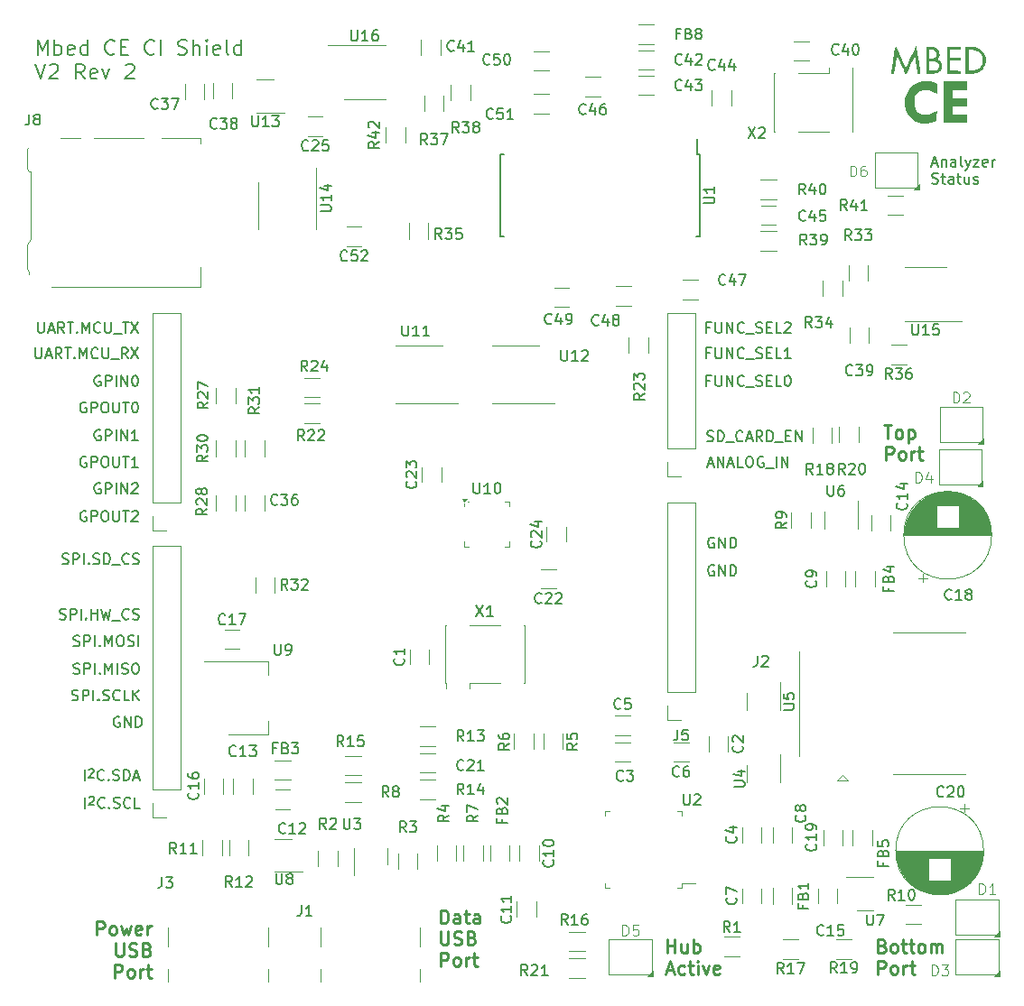
<source format=gto>
G04 #@! TF.GenerationSoftware,KiCad,Pcbnew,7.0.11+1*
G04 #@! TF.CreationDate,2024-04-14T01:38:43+00:00*
G04 #@! TF.ProjectId,mbed-ce-ci-shield-v2,6d626564-2d63-4652-9d63-692d73686965,0*
G04 #@! TF.SameCoordinates,Original*
G04 #@! TF.FileFunction,Legend,Top*
G04 #@! TF.FilePolarity,Positive*
%FSLAX46Y46*%
G04 Gerber Fmt 4.6, Leading zero omitted, Abs format (unit mm)*
G04 Created by KiCad (PCBNEW 7.0.11+1) date 2024-04-14 01:38:43*
%MOMM*%
%LPD*%
G01*
G04 APERTURE LIST*
%ADD10C,0.200000*%
%ADD11C,0.250000*%
%ADD12C,0.150000*%
%ADD13C,0.100000*%
%ADD14C,0.120000*%
G04 APERTURE END LIST*
D10*
X131093482Y-74899838D02*
X130998244Y-74852219D01*
X130998244Y-74852219D02*
X130855387Y-74852219D01*
X130855387Y-74852219D02*
X130712530Y-74899838D01*
X130712530Y-74899838D02*
X130617292Y-74995076D01*
X130617292Y-74995076D02*
X130569673Y-75090314D01*
X130569673Y-75090314D02*
X130522054Y-75280790D01*
X130522054Y-75280790D02*
X130522054Y-75423647D01*
X130522054Y-75423647D02*
X130569673Y-75614123D01*
X130569673Y-75614123D02*
X130617292Y-75709361D01*
X130617292Y-75709361D02*
X130712530Y-75804600D01*
X130712530Y-75804600D02*
X130855387Y-75852219D01*
X130855387Y-75852219D02*
X130950625Y-75852219D01*
X130950625Y-75852219D02*
X131093482Y-75804600D01*
X131093482Y-75804600D02*
X131141101Y-75756980D01*
X131141101Y-75756980D02*
X131141101Y-75423647D01*
X131141101Y-75423647D02*
X130950625Y-75423647D01*
X131569673Y-75852219D02*
X131569673Y-74852219D01*
X131569673Y-74852219D02*
X132141101Y-75852219D01*
X132141101Y-75852219D02*
X132141101Y-74852219D01*
X132617292Y-75852219D02*
X132617292Y-74852219D01*
X132617292Y-74852219D02*
X132855387Y-74852219D01*
X132855387Y-74852219D02*
X132998244Y-74899838D01*
X132998244Y-74899838D02*
X133093482Y-74995076D01*
X133093482Y-74995076D02*
X133141101Y-75090314D01*
X133141101Y-75090314D02*
X133188720Y-75280790D01*
X133188720Y-75280790D02*
X133188720Y-75423647D01*
X133188720Y-75423647D02*
X133141101Y-75614123D01*
X133141101Y-75614123D02*
X133093482Y-75709361D01*
X133093482Y-75709361D02*
X132998244Y-75804600D01*
X132998244Y-75804600D02*
X132855387Y-75852219D01*
X132855387Y-75852219D02*
X132617292Y-75852219D01*
X69749375Y-82504600D02*
X69892232Y-82552219D01*
X69892232Y-82552219D02*
X70130327Y-82552219D01*
X70130327Y-82552219D02*
X70225565Y-82504600D01*
X70225565Y-82504600D02*
X70273184Y-82456980D01*
X70273184Y-82456980D02*
X70320803Y-82361742D01*
X70320803Y-82361742D02*
X70320803Y-82266504D01*
X70320803Y-82266504D02*
X70273184Y-82171266D01*
X70273184Y-82171266D02*
X70225565Y-82123647D01*
X70225565Y-82123647D02*
X70130327Y-82076028D01*
X70130327Y-82076028D02*
X69939851Y-82028409D01*
X69939851Y-82028409D02*
X69844613Y-81980790D01*
X69844613Y-81980790D02*
X69796994Y-81933171D01*
X69796994Y-81933171D02*
X69749375Y-81837933D01*
X69749375Y-81837933D02*
X69749375Y-81742695D01*
X69749375Y-81742695D02*
X69796994Y-81647457D01*
X69796994Y-81647457D02*
X69844613Y-81599838D01*
X69844613Y-81599838D02*
X69939851Y-81552219D01*
X69939851Y-81552219D02*
X70177946Y-81552219D01*
X70177946Y-81552219D02*
X70320803Y-81599838D01*
X70749375Y-82552219D02*
X70749375Y-81552219D01*
X70749375Y-81552219D02*
X71130327Y-81552219D01*
X71130327Y-81552219D02*
X71225565Y-81599838D01*
X71225565Y-81599838D02*
X71273184Y-81647457D01*
X71273184Y-81647457D02*
X71320803Y-81742695D01*
X71320803Y-81742695D02*
X71320803Y-81885552D01*
X71320803Y-81885552D02*
X71273184Y-81980790D01*
X71273184Y-81980790D02*
X71225565Y-82028409D01*
X71225565Y-82028409D02*
X71130327Y-82076028D01*
X71130327Y-82076028D02*
X70749375Y-82076028D01*
X71749375Y-82552219D02*
X71749375Y-81552219D01*
X72225565Y-82456980D02*
X72273184Y-82504600D01*
X72273184Y-82504600D02*
X72225565Y-82552219D01*
X72225565Y-82552219D02*
X72177946Y-82504600D01*
X72177946Y-82504600D02*
X72225565Y-82456980D01*
X72225565Y-82456980D02*
X72225565Y-82552219D01*
X72701755Y-82552219D02*
X72701755Y-81552219D01*
X72701755Y-82028409D02*
X73273183Y-82028409D01*
X73273183Y-82552219D02*
X73273183Y-81552219D01*
X73654136Y-81552219D02*
X73892231Y-82552219D01*
X73892231Y-82552219D02*
X74082707Y-81837933D01*
X74082707Y-81837933D02*
X74273183Y-82552219D01*
X74273183Y-82552219D02*
X74511279Y-81552219D01*
X74654136Y-82647457D02*
X75416040Y-82647457D01*
X76225564Y-82456980D02*
X76177945Y-82504600D01*
X76177945Y-82504600D02*
X76035088Y-82552219D01*
X76035088Y-82552219D02*
X75939850Y-82552219D01*
X75939850Y-82552219D02*
X75796993Y-82504600D01*
X75796993Y-82504600D02*
X75701755Y-82409361D01*
X75701755Y-82409361D02*
X75654136Y-82314123D01*
X75654136Y-82314123D02*
X75606517Y-82123647D01*
X75606517Y-82123647D02*
X75606517Y-81980790D01*
X75606517Y-81980790D02*
X75654136Y-81790314D01*
X75654136Y-81790314D02*
X75701755Y-81695076D01*
X75701755Y-81695076D02*
X75796993Y-81599838D01*
X75796993Y-81599838D02*
X75939850Y-81552219D01*
X75939850Y-81552219D02*
X76035088Y-81552219D01*
X76035088Y-81552219D02*
X76177945Y-81599838D01*
X76177945Y-81599838D02*
X76225564Y-81647457D01*
X76606517Y-82504600D02*
X76749374Y-82552219D01*
X76749374Y-82552219D02*
X76987469Y-82552219D01*
X76987469Y-82552219D02*
X77082707Y-82504600D01*
X77082707Y-82504600D02*
X77130326Y-82456980D01*
X77130326Y-82456980D02*
X77177945Y-82361742D01*
X77177945Y-82361742D02*
X77177945Y-82266504D01*
X77177945Y-82266504D02*
X77130326Y-82171266D01*
X77130326Y-82171266D02*
X77082707Y-82123647D01*
X77082707Y-82123647D02*
X76987469Y-82076028D01*
X76987469Y-82076028D02*
X76796993Y-82028409D01*
X76796993Y-82028409D02*
X76701755Y-81980790D01*
X76701755Y-81980790D02*
X76654136Y-81933171D01*
X76654136Y-81933171D02*
X76606517Y-81837933D01*
X76606517Y-81837933D02*
X76606517Y-81742695D01*
X76606517Y-81742695D02*
X76654136Y-81647457D01*
X76654136Y-81647457D02*
X76701755Y-81599838D01*
X76701755Y-81599838D02*
X76796993Y-81552219D01*
X76796993Y-81552219D02*
X77035088Y-81552219D01*
X77035088Y-81552219D02*
X77177945Y-81599838D01*
X67664911Y-29564266D02*
X67664911Y-28164266D01*
X67664911Y-28164266D02*
X68131578Y-29164266D01*
X68131578Y-29164266D02*
X68598244Y-28164266D01*
X68598244Y-28164266D02*
X68598244Y-29564266D01*
X69264911Y-29564266D02*
X69264911Y-28164266D01*
X69264911Y-28697600D02*
X69398244Y-28630933D01*
X69398244Y-28630933D02*
X69664911Y-28630933D01*
X69664911Y-28630933D02*
X69798244Y-28697600D01*
X69798244Y-28697600D02*
X69864911Y-28764266D01*
X69864911Y-28764266D02*
X69931578Y-28897600D01*
X69931578Y-28897600D02*
X69931578Y-29297600D01*
X69931578Y-29297600D02*
X69864911Y-29430933D01*
X69864911Y-29430933D02*
X69798244Y-29497600D01*
X69798244Y-29497600D02*
X69664911Y-29564266D01*
X69664911Y-29564266D02*
X69398244Y-29564266D01*
X69398244Y-29564266D02*
X69264911Y-29497600D01*
X71064911Y-29497600D02*
X70931578Y-29564266D01*
X70931578Y-29564266D02*
X70664911Y-29564266D01*
X70664911Y-29564266D02*
X70531578Y-29497600D01*
X70531578Y-29497600D02*
X70464911Y-29364266D01*
X70464911Y-29364266D02*
X70464911Y-28830933D01*
X70464911Y-28830933D02*
X70531578Y-28697600D01*
X70531578Y-28697600D02*
X70664911Y-28630933D01*
X70664911Y-28630933D02*
X70931578Y-28630933D01*
X70931578Y-28630933D02*
X71064911Y-28697600D01*
X71064911Y-28697600D02*
X71131578Y-28830933D01*
X71131578Y-28830933D02*
X71131578Y-28964266D01*
X71131578Y-28964266D02*
X70464911Y-29097600D01*
X72331578Y-29564266D02*
X72331578Y-28164266D01*
X72331578Y-29497600D02*
X72198245Y-29564266D01*
X72198245Y-29564266D02*
X71931578Y-29564266D01*
X71931578Y-29564266D02*
X71798245Y-29497600D01*
X71798245Y-29497600D02*
X71731578Y-29430933D01*
X71731578Y-29430933D02*
X71664911Y-29297600D01*
X71664911Y-29297600D02*
X71664911Y-28897600D01*
X71664911Y-28897600D02*
X71731578Y-28764266D01*
X71731578Y-28764266D02*
X71798245Y-28697600D01*
X71798245Y-28697600D02*
X71931578Y-28630933D01*
X71931578Y-28630933D02*
X72198245Y-28630933D01*
X72198245Y-28630933D02*
X72331578Y-28697600D01*
X74864912Y-29430933D02*
X74798245Y-29497600D01*
X74798245Y-29497600D02*
X74598245Y-29564266D01*
X74598245Y-29564266D02*
X74464912Y-29564266D01*
X74464912Y-29564266D02*
X74264912Y-29497600D01*
X74264912Y-29497600D02*
X74131579Y-29364266D01*
X74131579Y-29364266D02*
X74064912Y-29230933D01*
X74064912Y-29230933D02*
X73998245Y-28964266D01*
X73998245Y-28964266D02*
X73998245Y-28764266D01*
X73998245Y-28764266D02*
X74064912Y-28497600D01*
X74064912Y-28497600D02*
X74131579Y-28364266D01*
X74131579Y-28364266D02*
X74264912Y-28230933D01*
X74264912Y-28230933D02*
X74464912Y-28164266D01*
X74464912Y-28164266D02*
X74598245Y-28164266D01*
X74598245Y-28164266D02*
X74798245Y-28230933D01*
X74798245Y-28230933D02*
X74864912Y-28297600D01*
X75464912Y-28830933D02*
X75931579Y-28830933D01*
X76131579Y-29564266D02*
X75464912Y-29564266D01*
X75464912Y-29564266D02*
X75464912Y-28164266D01*
X75464912Y-28164266D02*
X76131579Y-28164266D01*
X78598246Y-29430933D02*
X78531579Y-29497600D01*
X78531579Y-29497600D02*
X78331579Y-29564266D01*
X78331579Y-29564266D02*
X78198246Y-29564266D01*
X78198246Y-29564266D02*
X77998246Y-29497600D01*
X77998246Y-29497600D02*
X77864913Y-29364266D01*
X77864913Y-29364266D02*
X77798246Y-29230933D01*
X77798246Y-29230933D02*
X77731579Y-28964266D01*
X77731579Y-28964266D02*
X77731579Y-28764266D01*
X77731579Y-28764266D02*
X77798246Y-28497600D01*
X77798246Y-28497600D02*
X77864913Y-28364266D01*
X77864913Y-28364266D02*
X77998246Y-28230933D01*
X77998246Y-28230933D02*
X78198246Y-28164266D01*
X78198246Y-28164266D02*
X78331579Y-28164266D01*
X78331579Y-28164266D02*
X78531579Y-28230933D01*
X78531579Y-28230933D02*
X78598246Y-28297600D01*
X79198246Y-29564266D02*
X79198246Y-28164266D01*
X80864913Y-29497600D02*
X81064913Y-29564266D01*
X81064913Y-29564266D02*
X81398247Y-29564266D01*
X81398247Y-29564266D02*
X81531580Y-29497600D01*
X81531580Y-29497600D02*
X81598247Y-29430933D01*
X81598247Y-29430933D02*
X81664913Y-29297600D01*
X81664913Y-29297600D02*
X81664913Y-29164266D01*
X81664913Y-29164266D02*
X81598247Y-29030933D01*
X81598247Y-29030933D02*
X81531580Y-28964266D01*
X81531580Y-28964266D02*
X81398247Y-28897600D01*
X81398247Y-28897600D02*
X81131580Y-28830933D01*
X81131580Y-28830933D02*
X80998247Y-28764266D01*
X80998247Y-28764266D02*
X80931580Y-28697600D01*
X80931580Y-28697600D02*
X80864913Y-28564266D01*
X80864913Y-28564266D02*
X80864913Y-28430933D01*
X80864913Y-28430933D02*
X80931580Y-28297600D01*
X80931580Y-28297600D02*
X80998247Y-28230933D01*
X80998247Y-28230933D02*
X81131580Y-28164266D01*
X81131580Y-28164266D02*
X81464913Y-28164266D01*
X81464913Y-28164266D02*
X81664913Y-28230933D01*
X82264913Y-29564266D02*
X82264913Y-28164266D01*
X82864913Y-29564266D02*
X82864913Y-28830933D01*
X82864913Y-28830933D02*
X82798246Y-28697600D01*
X82798246Y-28697600D02*
X82664913Y-28630933D01*
X82664913Y-28630933D02*
X82464913Y-28630933D01*
X82464913Y-28630933D02*
X82331580Y-28697600D01*
X82331580Y-28697600D02*
X82264913Y-28764266D01*
X83531580Y-29564266D02*
X83531580Y-28630933D01*
X83531580Y-28164266D02*
X83464913Y-28230933D01*
X83464913Y-28230933D02*
X83531580Y-28297600D01*
X83531580Y-28297600D02*
X83598247Y-28230933D01*
X83598247Y-28230933D02*
X83531580Y-28164266D01*
X83531580Y-28164266D02*
X83531580Y-28297600D01*
X84731580Y-29497600D02*
X84598247Y-29564266D01*
X84598247Y-29564266D02*
X84331580Y-29564266D01*
X84331580Y-29564266D02*
X84198247Y-29497600D01*
X84198247Y-29497600D02*
X84131580Y-29364266D01*
X84131580Y-29364266D02*
X84131580Y-28830933D01*
X84131580Y-28830933D02*
X84198247Y-28697600D01*
X84198247Y-28697600D02*
X84331580Y-28630933D01*
X84331580Y-28630933D02*
X84598247Y-28630933D01*
X84598247Y-28630933D02*
X84731580Y-28697600D01*
X84731580Y-28697600D02*
X84798247Y-28830933D01*
X84798247Y-28830933D02*
X84798247Y-28964266D01*
X84798247Y-28964266D02*
X84131580Y-29097600D01*
X85598247Y-29564266D02*
X85464914Y-29497600D01*
X85464914Y-29497600D02*
X85398247Y-29364266D01*
X85398247Y-29364266D02*
X85398247Y-28164266D01*
X86731580Y-29564266D02*
X86731580Y-28164266D01*
X86731580Y-29497600D02*
X86598247Y-29564266D01*
X86598247Y-29564266D02*
X86331580Y-29564266D01*
X86331580Y-29564266D02*
X86198247Y-29497600D01*
X86198247Y-29497600D02*
X86131580Y-29430933D01*
X86131580Y-29430933D02*
X86064913Y-29297600D01*
X86064913Y-29297600D02*
X86064913Y-28897600D01*
X86064913Y-28897600D02*
X86131580Y-28764266D01*
X86131580Y-28764266D02*
X86198247Y-28697600D01*
X86198247Y-28697600D02*
X86331580Y-28630933D01*
X86331580Y-28630933D02*
X86598247Y-28630933D01*
X86598247Y-28630933D02*
X86731580Y-28697600D01*
X67464911Y-30418266D02*
X67931578Y-31818266D01*
X67931578Y-31818266D02*
X68398244Y-30418266D01*
X68798244Y-30551600D02*
X68864911Y-30484933D01*
X68864911Y-30484933D02*
X68998244Y-30418266D01*
X68998244Y-30418266D02*
X69331578Y-30418266D01*
X69331578Y-30418266D02*
X69464911Y-30484933D01*
X69464911Y-30484933D02*
X69531578Y-30551600D01*
X69531578Y-30551600D02*
X69598244Y-30684933D01*
X69598244Y-30684933D02*
X69598244Y-30818266D01*
X69598244Y-30818266D02*
X69531578Y-31018266D01*
X69531578Y-31018266D02*
X68731578Y-31818266D01*
X68731578Y-31818266D02*
X69598244Y-31818266D01*
X72064911Y-31818266D02*
X71598244Y-31151600D01*
X71264911Y-31818266D02*
X71264911Y-30418266D01*
X71264911Y-30418266D02*
X71798244Y-30418266D01*
X71798244Y-30418266D02*
X71931578Y-30484933D01*
X71931578Y-30484933D02*
X71998244Y-30551600D01*
X71998244Y-30551600D02*
X72064911Y-30684933D01*
X72064911Y-30684933D02*
X72064911Y-30884933D01*
X72064911Y-30884933D02*
X71998244Y-31018266D01*
X71998244Y-31018266D02*
X71931578Y-31084933D01*
X71931578Y-31084933D02*
X71798244Y-31151600D01*
X71798244Y-31151600D02*
X71264911Y-31151600D01*
X73198244Y-31751600D02*
X73064911Y-31818266D01*
X73064911Y-31818266D02*
X72798244Y-31818266D01*
X72798244Y-31818266D02*
X72664911Y-31751600D01*
X72664911Y-31751600D02*
X72598244Y-31618266D01*
X72598244Y-31618266D02*
X72598244Y-31084933D01*
X72598244Y-31084933D02*
X72664911Y-30951600D01*
X72664911Y-30951600D02*
X72798244Y-30884933D01*
X72798244Y-30884933D02*
X73064911Y-30884933D01*
X73064911Y-30884933D02*
X73198244Y-30951600D01*
X73198244Y-30951600D02*
X73264911Y-31084933D01*
X73264911Y-31084933D02*
X73264911Y-31218266D01*
X73264911Y-31218266D02*
X72598244Y-31351600D01*
X73731578Y-30884933D02*
X74064911Y-31818266D01*
X74064911Y-31818266D02*
X74398244Y-30884933D01*
X75931578Y-30551600D02*
X75998245Y-30484933D01*
X75998245Y-30484933D02*
X76131578Y-30418266D01*
X76131578Y-30418266D02*
X76464912Y-30418266D01*
X76464912Y-30418266D02*
X76598245Y-30484933D01*
X76598245Y-30484933D02*
X76664912Y-30551600D01*
X76664912Y-30551600D02*
X76731578Y-30684933D01*
X76731578Y-30684933D02*
X76731578Y-30818266D01*
X76731578Y-30818266D02*
X76664912Y-31018266D01*
X76664912Y-31018266D02*
X75864912Y-31818266D01*
X75864912Y-31818266D02*
X76731578Y-31818266D01*
X73554136Y-59699838D02*
X73458898Y-59652219D01*
X73458898Y-59652219D02*
X73316041Y-59652219D01*
X73316041Y-59652219D02*
X73173184Y-59699838D01*
X73173184Y-59699838D02*
X73077946Y-59795076D01*
X73077946Y-59795076D02*
X73030327Y-59890314D01*
X73030327Y-59890314D02*
X72982708Y-60080790D01*
X72982708Y-60080790D02*
X72982708Y-60223647D01*
X72982708Y-60223647D02*
X73030327Y-60414123D01*
X73030327Y-60414123D02*
X73077946Y-60509361D01*
X73077946Y-60509361D02*
X73173184Y-60604600D01*
X73173184Y-60604600D02*
X73316041Y-60652219D01*
X73316041Y-60652219D02*
X73411279Y-60652219D01*
X73411279Y-60652219D02*
X73554136Y-60604600D01*
X73554136Y-60604600D02*
X73601755Y-60556980D01*
X73601755Y-60556980D02*
X73601755Y-60223647D01*
X73601755Y-60223647D02*
X73411279Y-60223647D01*
X74030327Y-60652219D02*
X74030327Y-59652219D01*
X74030327Y-59652219D02*
X74411279Y-59652219D01*
X74411279Y-59652219D02*
X74506517Y-59699838D01*
X74506517Y-59699838D02*
X74554136Y-59747457D01*
X74554136Y-59747457D02*
X74601755Y-59842695D01*
X74601755Y-59842695D02*
X74601755Y-59985552D01*
X74601755Y-59985552D02*
X74554136Y-60080790D01*
X74554136Y-60080790D02*
X74506517Y-60128409D01*
X74506517Y-60128409D02*
X74411279Y-60176028D01*
X74411279Y-60176028D02*
X74030327Y-60176028D01*
X75030327Y-60652219D02*
X75030327Y-59652219D01*
X75506517Y-60652219D02*
X75506517Y-59652219D01*
X75506517Y-59652219D02*
X76077945Y-60652219D01*
X76077945Y-60652219D02*
X76077945Y-59652219D01*
X76744612Y-59652219D02*
X76839850Y-59652219D01*
X76839850Y-59652219D02*
X76935088Y-59699838D01*
X76935088Y-59699838D02*
X76982707Y-59747457D01*
X76982707Y-59747457D02*
X77030326Y-59842695D01*
X77030326Y-59842695D02*
X77077945Y-60033171D01*
X77077945Y-60033171D02*
X77077945Y-60271266D01*
X77077945Y-60271266D02*
X77030326Y-60461742D01*
X77030326Y-60461742D02*
X76982707Y-60556980D01*
X76982707Y-60556980D02*
X76935088Y-60604600D01*
X76935088Y-60604600D02*
X76839850Y-60652219D01*
X76839850Y-60652219D02*
X76744612Y-60652219D01*
X76744612Y-60652219D02*
X76649374Y-60604600D01*
X76649374Y-60604600D02*
X76601755Y-60556980D01*
X76601755Y-60556980D02*
X76554136Y-60461742D01*
X76554136Y-60461742D02*
X76506517Y-60271266D01*
X76506517Y-60271266D02*
X76506517Y-60033171D01*
X76506517Y-60033171D02*
X76554136Y-59842695D01*
X76554136Y-59842695D02*
X76601755Y-59747457D01*
X76601755Y-59747457D02*
X76649374Y-59699838D01*
X76649374Y-59699838D02*
X76744612Y-59652219D01*
X130522054Y-67966504D02*
X130998244Y-67966504D01*
X130426816Y-68252219D02*
X130760149Y-67252219D01*
X130760149Y-67252219D02*
X131093482Y-68252219D01*
X131426816Y-68252219D02*
X131426816Y-67252219D01*
X131426816Y-67252219D02*
X131998244Y-68252219D01*
X131998244Y-68252219D02*
X131998244Y-67252219D01*
X132426816Y-67966504D02*
X132903006Y-67966504D01*
X132331578Y-68252219D02*
X132664911Y-67252219D01*
X132664911Y-67252219D02*
X132998244Y-68252219D01*
X133807768Y-68252219D02*
X133331578Y-68252219D01*
X133331578Y-68252219D02*
X133331578Y-67252219D01*
X134331578Y-67252219D02*
X134522054Y-67252219D01*
X134522054Y-67252219D02*
X134617292Y-67299838D01*
X134617292Y-67299838D02*
X134712530Y-67395076D01*
X134712530Y-67395076D02*
X134760149Y-67585552D01*
X134760149Y-67585552D02*
X134760149Y-67918885D01*
X134760149Y-67918885D02*
X134712530Y-68109361D01*
X134712530Y-68109361D02*
X134617292Y-68204600D01*
X134617292Y-68204600D02*
X134522054Y-68252219D01*
X134522054Y-68252219D02*
X134331578Y-68252219D01*
X134331578Y-68252219D02*
X134236340Y-68204600D01*
X134236340Y-68204600D02*
X134141102Y-68109361D01*
X134141102Y-68109361D02*
X134093483Y-67918885D01*
X134093483Y-67918885D02*
X134093483Y-67585552D01*
X134093483Y-67585552D02*
X134141102Y-67395076D01*
X134141102Y-67395076D02*
X134236340Y-67299838D01*
X134236340Y-67299838D02*
X134331578Y-67252219D01*
X135712530Y-67299838D02*
X135617292Y-67252219D01*
X135617292Y-67252219D02*
X135474435Y-67252219D01*
X135474435Y-67252219D02*
X135331578Y-67299838D01*
X135331578Y-67299838D02*
X135236340Y-67395076D01*
X135236340Y-67395076D02*
X135188721Y-67490314D01*
X135188721Y-67490314D02*
X135141102Y-67680790D01*
X135141102Y-67680790D02*
X135141102Y-67823647D01*
X135141102Y-67823647D02*
X135188721Y-68014123D01*
X135188721Y-68014123D02*
X135236340Y-68109361D01*
X135236340Y-68109361D02*
X135331578Y-68204600D01*
X135331578Y-68204600D02*
X135474435Y-68252219D01*
X135474435Y-68252219D02*
X135569673Y-68252219D01*
X135569673Y-68252219D02*
X135712530Y-68204600D01*
X135712530Y-68204600D02*
X135760149Y-68156980D01*
X135760149Y-68156980D02*
X135760149Y-67823647D01*
X135760149Y-67823647D02*
X135569673Y-67823647D01*
X135950626Y-68347457D02*
X136712530Y-68347457D01*
X136950626Y-68252219D02*
X136950626Y-67252219D01*
X137426816Y-68252219D02*
X137426816Y-67252219D01*
X137426816Y-67252219D02*
X137998244Y-68252219D01*
X137998244Y-68252219D02*
X137998244Y-67252219D01*
X67458898Y-57052219D02*
X67458898Y-57861742D01*
X67458898Y-57861742D02*
X67506517Y-57956980D01*
X67506517Y-57956980D02*
X67554136Y-58004600D01*
X67554136Y-58004600D02*
X67649374Y-58052219D01*
X67649374Y-58052219D02*
X67839850Y-58052219D01*
X67839850Y-58052219D02*
X67935088Y-58004600D01*
X67935088Y-58004600D02*
X67982707Y-57956980D01*
X67982707Y-57956980D02*
X68030326Y-57861742D01*
X68030326Y-57861742D02*
X68030326Y-57052219D01*
X68458898Y-57766504D02*
X68935088Y-57766504D01*
X68363660Y-58052219D02*
X68696993Y-57052219D01*
X68696993Y-57052219D02*
X69030326Y-58052219D01*
X69935088Y-58052219D02*
X69601755Y-57576028D01*
X69363660Y-58052219D02*
X69363660Y-57052219D01*
X69363660Y-57052219D02*
X69744612Y-57052219D01*
X69744612Y-57052219D02*
X69839850Y-57099838D01*
X69839850Y-57099838D02*
X69887469Y-57147457D01*
X69887469Y-57147457D02*
X69935088Y-57242695D01*
X69935088Y-57242695D02*
X69935088Y-57385552D01*
X69935088Y-57385552D02*
X69887469Y-57480790D01*
X69887469Y-57480790D02*
X69839850Y-57528409D01*
X69839850Y-57528409D02*
X69744612Y-57576028D01*
X69744612Y-57576028D02*
X69363660Y-57576028D01*
X70220803Y-57052219D02*
X70792231Y-57052219D01*
X70506517Y-58052219D02*
X70506517Y-57052219D01*
X71125565Y-57956980D02*
X71173184Y-58004600D01*
X71173184Y-58004600D02*
X71125565Y-58052219D01*
X71125565Y-58052219D02*
X71077946Y-58004600D01*
X71077946Y-58004600D02*
X71125565Y-57956980D01*
X71125565Y-57956980D02*
X71125565Y-58052219D01*
X71601755Y-58052219D02*
X71601755Y-57052219D01*
X71601755Y-57052219D02*
X71935088Y-57766504D01*
X71935088Y-57766504D02*
X72268421Y-57052219D01*
X72268421Y-57052219D02*
X72268421Y-58052219D01*
X73316040Y-57956980D02*
X73268421Y-58004600D01*
X73268421Y-58004600D02*
X73125564Y-58052219D01*
X73125564Y-58052219D02*
X73030326Y-58052219D01*
X73030326Y-58052219D02*
X72887469Y-58004600D01*
X72887469Y-58004600D02*
X72792231Y-57909361D01*
X72792231Y-57909361D02*
X72744612Y-57814123D01*
X72744612Y-57814123D02*
X72696993Y-57623647D01*
X72696993Y-57623647D02*
X72696993Y-57480790D01*
X72696993Y-57480790D02*
X72744612Y-57290314D01*
X72744612Y-57290314D02*
X72792231Y-57195076D01*
X72792231Y-57195076D02*
X72887469Y-57099838D01*
X72887469Y-57099838D02*
X73030326Y-57052219D01*
X73030326Y-57052219D02*
X73125564Y-57052219D01*
X73125564Y-57052219D02*
X73268421Y-57099838D01*
X73268421Y-57099838D02*
X73316040Y-57147457D01*
X73744612Y-57052219D02*
X73744612Y-57861742D01*
X73744612Y-57861742D02*
X73792231Y-57956980D01*
X73792231Y-57956980D02*
X73839850Y-58004600D01*
X73839850Y-58004600D02*
X73935088Y-58052219D01*
X73935088Y-58052219D02*
X74125564Y-58052219D01*
X74125564Y-58052219D02*
X74220802Y-58004600D01*
X74220802Y-58004600D02*
X74268421Y-57956980D01*
X74268421Y-57956980D02*
X74316040Y-57861742D01*
X74316040Y-57861742D02*
X74316040Y-57052219D01*
X74554136Y-58147457D02*
X75316040Y-58147457D01*
X76125564Y-58052219D02*
X75792231Y-57576028D01*
X75554136Y-58052219D02*
X75554136Y-57052219D01*
X75554136Y-57052219D02*
X75935088Y-57052219D01*
X75935088Y-57052219D02*
X76030326Y-57099838D01*
X76030326Y-57099838D02*
X76077945Y-57147457D01*
X76077945Y-57147457D02*
X76125564Y-57242695D01*
X76125564Y-57242695D02*
X76125564Y-57385552D01*
X76125564Y-57385552D02*
X76077945Y-57480790D01*
X76077945Y-57480790D02*
X76030326Y-57528409D01*
X76030326Y-57528409D02*
X75935088Y-57576028D01*
X75935088Y-57576028D02*
X75554136Y-57576028D01*
X76458898Y-57052219D02*
X77125564Y-58052219D01*
X77125564Y-57052219D02*
X76458898Y-58052219D01*
X130706516Y-55128409D02*
X130373183Y-55128409D01*
X130373183Y-55652219D02*
X130373183Y-54652219D01*
X130373183Y-54652219D02*
X130849373Y-54652219D01*
X131230326Y-54652219D02*
X131230326Y-55461742D01*
X131230326Y-55461742D02*
X131277945Y-55556980D01*
X131277945Y-55556980D02*
X131325564Y-55604600D01*
X131325564Y-55604600D02*
X131420802Y-55652219D01*
X131420802Y-55652219D02*
X131611278Y-55652219D01*
X131611278Y-55652219D02*
X131706516Y-55604600D01*
X131706516Y-55604600D02*
X131754135Y-55556980D01*
X131754135Y-55556980D02*
X131801754Y-55461742D01*
X131801754Y-55461742D02*
X131801754Y-54652219D01*
X132277945Y-55652219D02*
X132277945Y-54652219D01*
X132277945Y-54652219D02*
X132849373Y-55652219D01*
X132849373Y-55652219D02*
X132849373Y-54652219D01*
X133896992Y-55556980D02*
X133849373Y-55604600D01*
X133849373Y-55604600D02*
X133706516Y-55652219D01*
X133706516Y-55652219D02*
X133611278Y-55652219D01*
X133611278Y-55652219D02*
X133468421Y-55604600D01*
X133468421Y-55604600D02*
X133373183Y-55509361D01*
X133373183Y-55509361D02*
X133325564Y-55414123D01*
X133325564Y-55414123D02*
X133277945Y-55223647D01*
X133277945Y-55223647D02*
X133277945Y-55080790D01*
X133277945Y-55080790D02*
X133325564Y-54890314D01*
X133325564Y-54890314D02*
X133373183Y-54795076D01*
X133373183Y-54795076D02*
X133468421Y-54699838D01*
X133468421Y-54699838D02*
X133611278Y-54652219D01*
X133611278Y-54652219D02*
X133706516Y-54652219D01*
X133706516Y-54652219D02*
X133849373Y-54699838D01*
X133849373Y-54699838D02*
X133896992Y-54747457D01*
X134087469Y-55747457D02*
X134849373Y-55747457D01*
X135039850Y-55604600D02*
X135182707Y-55652219D01*
X135182707Y-55652219D02*
X135420802Y-55652219D01*
X135420802Y-55652219D02*
X135516040Y-55604600D01*
X135516040Y-55604600D02*
X135563659Y-55556980D01*
X135563659Y-55556980D02*
X135611278Y-55461742D01*
X135611278Y-55461742D02*
X135611278Y-55366504D01*
X135611278Y-55366504D02*
X135563659Y-55271266D01*
X135563659Y-55271266D02*
X135516040Y-55223647D01*
X135516040Y-55223647D02*
X135420802Y-55176028D01*
X135420802Y-55176028D02*
X135230326Y-55128409D01*
X135230326Y-55128409D02*
X135135088Y-55080790D01*
X135135088Y-55080790D02*
X135087469Y-55033171D01*
X135087469Y-55033171D02*
X135039850Y-54937933D01*
X135039850Y-54937933D02*
X135039850Y-54842695D01*
X135039850Y-54842695D02*
X135087469Y-54747457D01*
X135087469Y-54747457D02*
X135135088Y-54699838D01*
X135135088Y-54699838D02*
X135230326Y-54652219D01*
X135230326Y-54652219D02*
X135468421Y-54652219D01*
X135468421Y-54652219D02*
X135611278Y-54699838D01*
X136039850Y-55128409D02*
X136373183Y-55128409D01*
X136516040Y-55652219D02*
X136039850Y-55652219D01*
X136039850Y-55652219D02*
X136039850Y-54652219D01*
X136039850Y-54652219D02*
X136516040Y-54652219D01*
X137420802Y-55652219D02*
X136944612Y-55652219D01*
X136944612Y-55652219D02*
X136944612Y-54652219D01*
X137706517Y-54747457D02*
X137754136Y-54699838D01*
X137754136Y-54699838D02*
X137849374Y-54652219D01*
X137849374Y-54652219D02*
X138087469Y-54652219D01*
X138087469Y-54652219D02*
X138182707Y-54699838D01*
X138182707Y-54699838D02*
X138230326Y-54747457D01*
X138230326Y-54747457D02*
X138277945Y-54842695D01*
X138277945Y-54842695D02*
X138277945Y-54937933D01*
X138277945Y-54937933D02*
X138230326Y-55080790D01*
X138230326Y-55080790D02*
X137658898Y-55652219D01*
X137658898Y-55652219D02*
X138277945Y-55652219D01*
X72130327Y-100252219D02*
X72130327Y-99252219D01*
X72520802Y-99238885D02*
X72558898Y-99200790D01*
X72558898Y-99200790D02*
X72635088Y-99162695D01*
X72635088Y-99162695D02*
X72825564Y-99162695D01*
X72825564Y-99162695D02*
X72901755Y-99200790D01*
X72901755Y-99200790D02*
X72939850Y-99238885D01*
X72939850Y-99238885D02*
X72977945Y-99315076D01*
X72977945Y-99315076D02*
X72977945Y-99391266D01*
X72977945Y-99391266D02*
X72939850Y-99505552D01*
X72939850Y-99505552D02*
X72482707Y-99962695D01*
X72482707Y-99962695D02*
X72977945Y-99962695D01*
X73939850Y-100156980D02*
X73892231Y-100204600D01*
X73892231Y-100204600D02*
X73749374Y-100252219D01*
X73749374Y-100252219D02*
X73654136Y-100252219D01*
X73654136Y-100252219D02*
X73511279Y-100204600D01*
X73511279Y-100204600D02*
X73416041Y-100109361D01*
X73416041Y-100109361D02*
X73368422Y-100014123D01*
X73368422Y-100014123D02*
X73320803Y-99823647D01*
X73320803Y-99823647D02*
X73320803Y-99680790D01*
X73320803Y-99680790D02*
X73368422Y-99490314D01*
X73368422Y-99490314D02*
X73416041Y-99395076D01*
X73416041Y-99395076D02*
X73511279Y-99299838D01*
X73511279Y-99299838D02*
X73654136Y-99252219D01*
X73654136Y-99252219D02*
X73749374Y-99252219D01*
X73749374Y-99252219D02*
X73892231Y-99299838D01*
X73892231Y-99299838D02*
X73939850Y-99347457D01*
X74368422Y-100156980D02*
X74416041Y-100204600D01*
X74416041Y-100204600D02*
X74368422Y-100252219D01*
X74368422Y-100252219D02*
X74320803Y-100204600D01*
X74320803Y-100204600D02*
X74368422Y-100156980D01*
X74368422Y-100156980D02*
X74368422Y-100252219D01*
X74796993Y-100204600D02*
X74939850Y-100252219D01*
X74939850Y-100252219D02*
X75177945Y-100252219D01*
X75177945Y-100252219D02*
X75273183Y-100204600D01*
X75273183Y-100204600D02*
X75320802Y-100156980D01*
X75320802Y-100156980D02*
X75368421Y-100061742D01*
X75368421Y-100061742D02*
X75368421Y-99966504D01*
X75368421Y-99966504D02*
X75320802Y-99871266D01*
X75320802Y-99871266D02*
X75273183Y-99823647D01*
X75273183Y-99823647D02*
X75177945Y-99776028D01*
X75177945Y-99776028D02*
X74987469Y-99728409D01*
X74987469Y-99728409D02*
X74892231Y-99680790D01*
X74892231Y-99680790D02*
X74844612Y-99633171D01*
X74844612Y-99633171D02*
X74796993Y-99537933D01*
X74796993Y-99537933D02*
X74796993Y-99442695D01*
X74796993Y-99442695D02*
X74844612Y-99347457D01*
X74844612Y-99347457D02*
X74892231Y-99299838D01*
X74892231Y-99299838D02*
X74987469Y-99252219D01*
X74987469Y-99252219D02*
X75225564Y-99252219D01*
X75225564Y-99252219D02*
X75368421Y-99299838D01*
X76368421Y-100156980D02*
X76320802Y-100204600D01*
X76320802Y-100204600D02*
X76177945Y-100252219D01*
X76177945Y-100252219D02*
X76082707Y-100252219D01*
X76082707Y-100252219D02*
X75939850Y-100204600D01*
X75939850Y-100204600D02*
X75844612Y-100109361D01*
X75844612Y-100109361D02*
X75796993Y-100014123D01*
X75796993Y-100014123D02*
X75749374Y-99823647D01*
X75749374Y-99823647D02*
X75749374Y-99680790D01*
X75749374Y-99680790D02*
X75796993Y-99490314D01*
X75796993Y-99490314D02*
X75844612Y-99395076D01*
X75844612Y-99395076D02*
X75939850Y-99299838D01*
X75939850Y-99299838D02*
X76082707Y-99252219D01*
X76082707Y-99252219D02*
X76177945Y-99252219D01*
X76177945Y-99252219D02*
X76320802Y-99299838D01*
X76320802Y-99299838D02*
X76368421Y-99347457D01*
X77273183Y-100252219D02*
X76796993Y-100252219D01*
X76796993Y-100252219D02*
X76796993Y-99252219D01*
X130706516Y-57528409D02*
X130373183Y-57528409D01*
X130373183Y-58052219D02*
X130373183Y-57052219D01*
X130373183Y-57052219D02*
X130849373Y-57052219D01*
X131230326Y-57052219D02*
X131230326Y-57861742D01*
X131230326Y-57861742D02*
X131277945Y-57956980D01*
X131277945Y-57956980D02*
X131325564Y-58004600D01*
X131325564Y-58004600D02*
X131420802Y-58052219D01*
X131420802Y-58052219D02*
X131611278Y-58052219D01*
X131611278Y-58052219D02*
X131706516Y-58004600D01*
X131706516Y-58004600D02*
X131754135Y-57956980D01*
X131754135Y-57956980D02*
X131801754Y-57861742D01*
X131801754Y-57861742D02*
X131801754Y-57052219D01*
X132277945Y-58052219D02*
X132277945Y-57052219D01*
X132277945Y-57052219D02*
X132849373Y-58052219D01*
X132849373Y-58052219D02*
X132849373Y-57052219D01*
X133896992Y-57956980D02*
X133849373Y-58004600D01*
X133849373Y-58004600D02*
X133706516Y-58052219D01*
X133706516Y-58052219D02*
X133611278Y-58052219D01*
X133611278Y-58052219D02*
X133468421Y-58004600D01*
X133468421Y-58004600D02*
X133373183Y-57909361D01*
X133373183Y-57909361D02*
X133325564Y-57814123D01*
X133325564Y-57814123D02*
X133277945Y-57623647D01*
X133277945Y-57623647D02*
X133277945Y-57480790D01*
X133277945Y-57480790D02*
X133325564Y-57290314D01*
X133325564Y-57290314D02*
X133373183Y-57195076D01*
X133373183Y-57195076D02*
X133468421Y-57099838D01*
X133468421Y-57099838D02*
X133611278Y-57052219D01*
X133611278Y-57052219D02*
X133706516Y-57052219D01*
X133706516Y-57052219D02*
X133849373Y-57099838D01*
X133849373Y-57099838D02*
X133896992Y-57147457D01*
X134087469Y-58147457D02*
X134849373Y-58147457D01*
X135039850Y-58004600D02*
X135182707Y-58052219D01*
X135182707Y-58052219D02*
X135420802Y-58052219D01*
X135420802Y-58052219D02*
X135516040Y-58004600D01*
X135516040Y-58004600D02*
X135563659Y-57956980D01*
X135563659Y-57956980D02*
X135611278Y-57861742D01*
X135611278Y-57861742D02*
X135611278Y-57766504D01*
X135611278Y-57766504D02*
X135563659Y-57671266D01*
X135563659Y-57671266D02*
X135516040Y-57623647D01*
X135516040Y-57623647D02*
X135420802Y-57576028D01*
X135420802Y-57576028D02*
X135230326Y-57528409D01*
X135230326Y-57528409D02*
X135135088Y-57480790D01*
X135135088Y-57480790D02*
X135087469Y-57433171D01*
X135087469Y-57433171D02*
X135039850Y-57337933D01*
X135039850Y-57337933D02*
X135039850Y-57242695D01*
X135039850Y-57242695D02*
X135087469Y-57147457D01*
X135087469Y-57147457D02*
X135135088Y-57099838D01*
X135135088Y-57099838D02*
X135230326Y-57052219D01*
X135230326Y-57052219D02*
X135468421Y-57052219D01*
X135468421Y-57052219D02*
X135611278Y-57099838D01*
X136039850Y-57528409D02*
X136373183Y-57528409D01*
X136516040Y-58052219D02*
X136039850Y-58052219D01*
X136039850Y-58052219D02*
X136039850Y-57052219D01*
X136039850Y-57052219D02*
X136516040Y-57052219D01*
X137420802Y-58052219D02*
X136944612Y-58052219D01*
X136944612Y-58052219D02*
X136944612Y-57052219D01*
X138277945Y-58052219D02*
X137706517Y-58052219D01*
X137992231Y-58052219D02*
X137992231Y-57052219D01*
X137992231Y-57052219D02*
X137896993Y-57195076D01*
X137896993Y-57195076D02*
X137801755Y-57290314D01*
X137801755Y-57290314D02*
X137706517Y-57337933D01*
X73554136Y-64799838D02*
X73458898Y-64752219D01*
X73458898Y-64752219D02*
X73316041Y-64752219D01*
X73316041Y-64752219D02*
X73173184Y-64799838D01*
X73173184Y-64799838D02*
X73077946Y-64895076D01*
X73077946Y-64895076D02*
X73030327Y-64990314D01*
X73030327Y-64990314D02*
X72982708Y-65180790D01*
X72982708Y-65180790D02*
X72982708Y-65323647D01*
X72982708Y-65323647D02*
X73030327Y-65514123D01*
X73030327Y-65514123D02*
X73077946Y-65609361D01*
X73077946Y-65609361D02*
X73173184Y-65704600D01*
X73173184Y-65704600D02*
X73316041Y-65752219D01*
X73316041Y-65752219D02*
X73411279Y-65752219D01*
X73411279Y-65752219D02*
X73554136Y-65704600D01*
X73554136Y-65704600D02*
X73601755Y-65656980D01*
X73601755Y-65656980D02*
X73601755Y-65323647D01*
X73601755Y-65323647D02*
X73411279Y-65323647D01*
X74030327Y-65752219D02*
X74030327Y-64752219D01*
X74030327Y-64752219D02*
X74411279Y-64752219D01*
X74411279Y-64752219D02*
X74506517Y-64799838D01*
X74506517Y-64799838D02*
X74554136Y-64847457D01*
X74554136Y-64847457D02*
X74601755Y-64942695D01*
X74601755Y-64942695D02*
X74601755Y-65085552D01*
X74601755Y-65085552D02*
X74554136Y-65180790D01*
X74554136Y-65180790D02*
X74506517Y-65228409D01*
X74506517Y-65228409D02*
X74411279Y-65276028D01*
X74411279Y-65276028D02*
X74030327Y-65276028D01*
X75030327Y-65752219D02*
X75030327Y-64752219D01*
X75506517Y-65752219D02*
X75506517Y-64752219D01*
X75506517Y-64752219D02*
X76077945Y-65752219D01*
X76077945Y-65752219D02*
X76077945Y-64752219D01*
X77077945Y-65752219D02*
X76506517Y-65752219D01*
X76792231Y-65752219D02*
X76792231Y-64752219D01*
X76792231Y-64752219D02*
X76696993Y-64895076D01*
X76696993Y-64895076D02*
X76601755Y-64990314D01*
X76601755Y-64990314D02*
X76506517Y-65037933D01*
D11*
X147033520Y-64321523D02*
X147747806Y-64321523D01*
X147390663Y-65571523D02*
X147390663Y-64321523D01*
X148343044Y-65571523D02*
X148223996Y-65512000D01*
X148223996Y-65512000D02*
X148164473Y-65452476D01*
X148164473Y-65452476D02*
X148104949Y-65333428D01*
X148104949Y-65333428D02*
X148104949Y-64976285D01*
X148104949Y-64976285D02*
X148164473Y-64857238D01*
X148164473Y-64857238D02*
X148223996Y-64797714D01*
X148223996Y-64797714D02*
X148343044Y-64738190D01*
X148343044Y-64738190D02*
X148521615Y-64738190D01*
X148521615Y-64738190D02*
X148640663Y-64797714D01*
X148640663Y-64797714D02*
X148700187Y-64857238D01*
X148700187Y-64857238D02*
X148759711Y-64976285D01*
X148759711Y-64976285D02*
X148759711Y-65333428D01*
X148759711Y-65333428D02*
X148700187Y-65452476D01*
X148700187Y-65452476D02*
X148640663Y-65512000D01*
X148640663Y-65512000D02*
X148521615Y-65571523D01*
X148521615Y-65571523D02*
X148343044Y-65571523D01*
X149295425Y-64738190D02*
X149295425Y-65988190D01*
X149295425Y-64797714D02*
X149414472Y-64738190D01*
X149414472Y-64738190D02*
X149652567Y-64738190D01*
X149652567Y-64738190D02*
X149771615Y-64797714D01*
X149771615Y-64797714D02*
X149831139Y-64857238D01*
X149831139Y-64857238D02*
X149890663Y-64976285D01*
X149890663Y-64976285D02*
X149890663Y-65333428D01*
X149890663Y-65333428D02*
X149831139Y-65452476D01*
X149831139Y-65452476D02*
X149771615Y-65512000D01*
X149771615Y-65512000D02*
X149652567Y-65571523D01*
X149652567Y-65571523D02*
X149414472Y-65571523D01*
X149414472Y-65571523D02*
X149295425Y-65512000D01*
X147212092Y-67584023D02*
X147212092Y-66334023D01*
X147212092Y-66334023D02*
X147688282Y-66334023D01*
X147688282Y-66334023D02*
X147807330Y-66393547D01*
X147807330Y-66393547D02*
X147866853Y-66453071D01*
X147866853Y-66453071D02*
X147926377Y-66572119D01*
X147926377Y-66572119D02*
X147926377Y-66750690D01*
X147926377Y-66750690D02*
X147866853Y-66869738D01*
X147866853Y-66869738D02*
X147807330Y-66929261D01*
X147807330Y-66929261D02*
X147688282Y-66988785D01*
X147688282Y-66988785D02*
X147212092Y-66988785D01*
X148640663Y-67584023D02*
X148521615Y-67524500D01*
X148521615Y-67524500D02*
X148462092Y-67464976D01*
X148462092Y-67464976D02*
X148402568Y-67345928D01*
X148402568Y-67345928D02*
X148402568Y-66988785D01*
X148402568Y-66988785D02*
X148462092Y-66869738D01*
X148462092Y-66869738D02*
X148521615Y-66810214D01*
X148521615Y-66810214D02*
X148640663Y-66750690D01*
X148640663Y-66750690D02*
X148819234Y-66750690D01*
X148819234Y-66750690D02*
X148938282Y-66810214D01*
X148938282Y-66810214D02*
X148997806Y-66869738D01*
X148997806Y-66869738D02*
X149057330Y-66988785D01*
X149057330Y-66988785D02*
X149057330Y-67345928D01*
X149057330Y-67345928D02*
X148997806Y-67464976D01*
X148997806Y-67464976D02*
X148938282Y-67524500D01*
X148938282Y-67524500D02*
X148819234Y-67584023D01*
X148819234Y-67584023D02*
X148640663Y-67584023D01*
X149593044Y-67584023D02*
X149593044Y-66750690D01*
X149593044Y-66988785D02*
X149652567Y-66869738D01*
X149652567Y-66869738D02*
X149712091Y-66810214D01*
X149712091Y-66810214D02*
X149831139Y-66750690D01*
X149831139Y-66750690D02*
X149950186Y-66750690D01*
X150188282Y-66750690D02*
X150664473Y-66750690D01*
X150366854Y-66334023D02*
X150366854Y-67405452D01*
X150366854Y-67405452D02*
X150426377Y-67524500D01*
X150426377Y-67524500D02*
X150545425Y-67584023D01*
X150545425Y-67584023D02*
X150664473Y-67584023D01*
D10*
X69987470Y-77304600D02*
X70130327Y-77352219D01*
X70130327Y-77352219D02*
X70368422Y-77352219D01*
X70368422Y-77352219D02*
X70463660Y-77304600D01*
X70463660Y-77304600D02*
X70511279Y-77256980D01*
X70511279Y-77256980D02*
X70558898Y-77161742D01*
X70558898Y-77161742D02*
X70558898Y-77066504D01*
X70558898Y-77066504D02*
X70511279Y-76971266D01*
X70511279Y-76971266D02*
X70463660Y-76923647D01*
X70463660Y-76923647D02*
X70368422Y-76876028D01*
X70368422Y-76876028D02*
X70177946Y-76828409D01*
X70177946Y-76828409D02*
X70082708Y-76780790D01*
X70082708Y-76780790D02*
X70035089Y-76733171D01*
X70035089Y-76733171D02*
X69987470Y-76637933D01*
X69987470Y-76637933D02*
X69987470Y-76542695D01*
X69987470Y-76542695D02*
X70035089Y-76447457D01*
X70035089Y-76447457D02*
X70082708Y-76399838D01*
X70082708Y-76399838D02*
X70177946Y-76352219D01*
X70177946Y-76352219D02*
X70416041Y-76352219D01*
X70416041Y-76352219D02*
X70558898Y-76399838D01*
X70987470Y-77352219D02*
X70987470Y-76352219D01*
X70987470Y-76352219D02*
X71368422Y-76352219D01*
X71368422Y-76352219D02*
X71463660Y-76399838D01*
X71463660Y-76399838D02*
X71511279Y-76447457D01*
X71511279Y-76447457D02*
X71558898Y-76542695D01*
X71558898Y-76542695D02*
X71558898Y-76685552D01*
X71558898Y-76685552D02*
X71511279Y-76780790D01*
X71511279Y-76780790D02*
X71463660Y-76828409D01*
X71463660Y-76828409D02*
X71368422Y-76876028D01*
X71368422Y-76876028D02*
X70987470Y-76876028D01*
X71987470Y-77352219D02*
X71987470Y-76352219D01*
X72463660Y-77256980D02*
X72511279Y-77304600D01*
X72511279Y-77304600D02*
X72463660Y-77352219D01*
X72463660Y-77352219D02*
X72416041Y-77304600D01*
X72416041Y-77304600D02*
X72463660Y-77256980D01*
X72463660Y-77256980D02*
X72463660Y-77352219D01*
X72892231Y-77304600D02*
X73035088Y-77352219D01*
X73035088Y-77352219D02*
X73273183Y-77352219D01*
X73273183Y-77352219D02*
X73368421Y-77304600D01*
X73368421Y-77304600D02*
X73416040Y-77256980D01*
X73416040Y-77256980D02*
X73463659Y-77161742D01*
X73463659Y-77161742D02*
X73463659Y-77066504D01*
X73463659Y-77066504D02*
X73416040Y-76971266D01*
X73416040Y-76971266D02*
X73368421Y-76923647D01*
X73368421Y-76923647D02*
X73273183Y-76876028D01*
X73273183Y-76876028D02*
X73082707Y-76828409D01*
X73082707Y-76828409D02*
X72987469Y-76780790D01*
X72987469Y-76780790D02*
X72939850Y-76733171D01*
X72939850Y-76733171D02*
X72892231Y-76637933D01*
X72892231Y-76637933D02*
X72892231Y-76542695D01*
X72892231Y-76542695D02*
X72939850Y-76447457D01*
X72939850Y-76447457D02*
X72987469Y-76399838D01*
X72987469Y-76399838D02*
X73082707Y-76352219D01*
X73082707Y-76352219D02*
X73320802Y-76352219D01*
X73320802Y-76352219D02*
X73463659Y-76399838D01*
X73892231Y-77352219D02*
X73892231Y-76352219D01*
X73892231Y-76352219D02*
X74130326Y-76352219D01*
X74130326Y-76352219D02*
X74273183Y-76399838D01*
X74273183Y-76399838D02*
X74368421Y-76495076D01*
X74368421Y-76495076D02*
X74416040Y-76590314D01*
X74416040Y-76590314D02*
X74463659Y-76780790D01*
X74463659Y-76780790D02*
X74463659Y-76923647D01*
X74463659Y-76923647D02*
X74416040Y-77114123D01*
X74416040Y-77114123D02*
X74368421Y-77209361D01*
X74368421Y-77209361D02*
X74273183Y-77304600D01*
X74273183Y-77304600D02*
X74130326Y-77352219D01*
X74130326Y-77352219D02*
X73892231Y-77352219D01*
X74654136Y-77447457D02*
X75416040Y-77447457D01*
X76225564Y-77256980D02*
X76177945Y-77304600D01*
X76177945Y-77304600D02*
X76035088Y-77352219D01*
X76035088Y-77352219D02*
X75939850Y-77352219D01*
X75939850Y-77352219D02*
X75796993Y-77304600D01*
X75796993Y-77304600D02*
X75701755Y-77209361D01*
X75701755Y-77209361D02*
X75654136Y-77114123D01*
X75654136Y-77114123D02*
X75606517Y-76923647D01*
X75606517Y-76923647D02*
X75606517Y-76780790D01*
X75606517Y-76780790D02*
X75654136Y-76590314D01*
X75654136Y-76590314D02*
X75701755Y-76495076D01*
X75701755Y-76495076D02*
X75796993Y-76399838D01*
X75796993Y-76399838D02*
X75939850Y-76352219D01*
X75939850Y-76352219D02*
X76035088Y-76352219D01*
X76035088Y-76352219D02*
X76177945Y-76399838D01*
X76177945Y-76399838D02*
X76225564Y-76447457D01*
X76606517Y-77304600D02*
X76749374Y-77352219D01*
X76749374Y-77352219D02*
X76987469Y-77352219D01*
X76987469Y-77352219D02*
X77082707Y-77304600D01*
X77082707Y-77304600D02*
X77130326Y-77256980D01*
X77130326Y-77256980D02*
X77177945Y-77161742D01*
X77177945Y-77161742D02*
X77177945Y-77066504D01*
X77177945Y-77066504D02*
X77130326Y-76971266D01*
X77130326Y-76971266D02*
X77082707Y-76923647D01*
X77082707Y-76923647D02*
X76987469Y-76876028D01*
X76987469Y-76876028D02*
X76796993Y-76828409D01*
X76796993Y-76828409D02*
X76701755Y-76780790D01*
X76701755Y-76780790D02*
X76654136Y-76733171D01*
X76654136Y-76733171D02*
X76606517Y-76637933D01*
X76606517Y-76637933D02*
X76606517Y-76542695D01*
X76606517Y-76542695D02*
X76654136Y-76447457D01*
X76654136Y-76447457D02*
X76701755Y-76399838D01*
X76701755Y-76399838D02*
X76796993Y-76352219D01*
X76796993Y-76352219D02*
X77035088Y-76352219D01*
X77035088Y-76352219D02*
X77177945Y-76399838D01*
X72220802Y-67299838D02*
X72125564Y-67252219D01*
X72125564Y-67252219D02*
X71982707Y-67252219D01*
X71982707Y-67252219D02*
X71839850Y-67299838D01*
X71839850Y-67299838D02*
X71744612Y-67395076D01*
X71744612Y-67395076D02*
X71696993Y-67490314D01*
X71696993Y-67490314D02*
X71649374Y-67680790D01*
X71649374Y-67680790D02*
X71649374Y-67823647D01*
X71649374Y-67823647D02*
X71696993Y-68014123D01*
X71696993Y-68014123D02*
X71744612Y-68109361D01*
X71744612Y-68109361D02*
X71839850Y-68204600D01*
X71839850Y-68204600D02*
X71982707Y-68252219D01*
X71982707Y-68252219D02*
X72077945Y-68252219D01*
X72077945Y-68252219D02*
X72220802Y-68204600D01*
X72220802Y-68204600D02*
X72268421Y-68156980D01*
X72268421Y-68156980D02*
X72268421Y-67823647D01*
X72268421Y-67823647D02*
X72077945Y-67823647D01*
X72696993Y-68252219D02*
X72696993Y-67252219D01*
X72696993Y-67252219D02*
X73077945Y-67252219D01*
X73077945Y-67252219D02*
X73173183Y-67299838D01*
X73173183Y-67299838D02*
X73220802Y-67347457D01*
X73220802Y-67347457D02*
X73268421Y-67442695D01*
X73268421Y-67442695D02*
X73268421Y-67585552D01*
X73268421Y-67585552D02*
X73220802Y-67680790D01*
X73220802Y-67680790D02*
X73173183Y-67728409D01*
X73173183Y-67728409D02*
X73077945Y-67776028D01*
X73077945Y-67776028D02*
X72696993Y-67776028D01*
X73887469Y-67252219D02*
X74077945Y-67252219D01*
X74077945Y-67252219D02*
X74173183Y-67299838D01*
X74173183Y-67299838D02*
X74268421Y-67395076D01*
X74268421Y-67395076D02*
X74316040Y-67585552D01*
X74316040Y-67585552D02*
X74316040Y-67918885D01*
X74316040Y-67918885D02*
X74268421Y-68109361D01*
X74268421Y-68109361D02*
X74173183Y-68204600D01*
X74173183Y-68204600D02*
X74077945Y-68252219D01*
X74077945Y-68252219D02*
X73887469Y-68252219D01*
X73887469Y-68252219D02*
X73792231Y-68204600D01*
X73792231Y-68204600D02*
X73696993Y-68109361D01*
X73696993Y-68109361D02*
X73649374Y-67918885D01*
X73649374Y-67918885D02*
X73649374Y-67585552D01*
X73649374Y-67585552D02*
X73696993Y-67395076D01*
X73696993Y-67395076D02*
X73792231Y-67299838D01*
X73792231Y-67299838D02*
X73887469Y-67252219D01*
X74744612Y-67252219D02*
X74744612Y-68061742D01*
X74744612Y-68061742D02*
X74792231Y-68156980D01*
X74792231Y-68156980D02*
X74839850Y-68204600D01*
X74839850Y-68204600D02*
X74935088Y-68252219D01*
X74935088Y-68252219D02*
X75125564Y-68252219D01*
X75125564Y-68252219D02*
X75220802Y-68204600D01*
X75220802Y-68204600D02*
X75268421Y-68156980D01*
X75268421Y-68156980D02*
X75316040Y-68061742D01*
X75316040Y-68061742D02*
X75316040Y-67252219D01*
X75649374Y-67252219D02*
X76220802Y-67252219D01*
X75935088Y-68252219D02*
X75935088Y-67252219D01*
X77077945Y-68252219D02*
X76506517Y-68252219D01*
X76792231Y-68252219D02*
X76792231Y-67252219D01*
X76792231Y-67252219D02*
X76696993Y-67395076D01*
X76696993Y-67395076D02*
X76601755Y-67490314D01*
X76601755Y-67490314D02*
X76506517Y-67537933D01*
X67696993Y-54652219D02*
X67696993Y-55461742D01*
X67696993Y-55461742D02*
X67744612Y-55556980D01*
X67744612Y-55556980D02*
X67792231Y-55604600D01*
X67792231Y-55604600D02*
X67887469Y-55652219D01*
X67887469Y-55652219D02*
X68077945Y-55652219D01*
X68077945Y-55652219D02*
X68173183Y-55604600D01*
X68173183Y-55604600D02*
X68220802Y-55556980D01*
X68220802Y-55556980D02*
X68268421Y-55461742D01*
X68268421Y-55461742D02*
X68268421Y-54652219D01*
X68696993Y-55366504D02*
X69173183Y-55366504D01*
X68601755Y-55652219D02*
X68935088Y-54652219D01*
X68935088Y-54652219D02*
X69268421Y-55652219D01*
X70173183Y-55652219D02*
X69839850Y-55176028D01*
X69601755Y-55652219D02*
X69601755Y-54652219D01*
X69601755Y-54652219D02*
X69982707Y-54652219D01*
X69982707Y-54652219D02*
X70077945Y-54699838D01*
X70077945Y-54699838D02*
X70125564Y-54747457D01*
X70125564Y-54747457D02*
X70173183Y-54842695D01*
X70173183Y-54842695D02*
X70173183Y-54985552D01*
X70173183Y-54985552D02*
X70125564Y-55080790D01*
X70125564Y-55080790D02*
X70077945Y-55128409D01*
X70077945Y-55128409D02*
X69982707Y-55176028D01*
X69982707Y-55176028D02*
X69601755Y-55176028D01*
X70458898Y-54652219D02*
X71030326Y-54652219D01*
X70744612Y-55652219D02*
X70744612Y-54652219D01*
X71363660Y-55556980D02*
X71411279Y-55604600D01*
X71411279Y-55604600D02*
X71363660Y-55652219D01*
X71363660Y-55652219D02*
X71316041Y-55604600D01*
X71316041Y-55604600D02*
X71363660Y-55556980D01*
X71363660Y-55556980D02*
X71363660Y-55652219D01*
X71839850Y-55652219D02*
X71839850Y-54652219D01*
X71839850Y-54652219D02*
X72173183Y-55366504D01*
X72173183Y-55366504D02*
X72506516Y-54652219D01*
X72506516Y-54652219D02*
X72506516Y-55652219D01*
X73554135Y-55556980D02*
X73506516Y-55604600D01*
X73506516Y-55604600D02*
X73363659Y-55652219D01*
X73363659Y-55652219D02*
X73268421Y-55652219D01*
X73268421Y-55652219D02*
X73125564Y-55604600D01*
X73125564Y-55604600D02*
X73030326Y-55509361D01*
X73030326Y-55509361D02*
X72982707Y-55414123D01*
X72982707Y-55414123D02*
X72935088Y-55223647D01*
X72935088Y-55223647D02*
X72935088Y-55080790D01*
X72935088Y-55080790D02*
X72982707Y-54890314D01*
X72982707Y-54890314D02*
X73030326Y-54795076D01*
X73030326Y-54795076D02*
X73125564Y-54699838D01*
X73125564Y-54699838D02*
X73268421Y-54652219D01*
X73268421Y-54652219D02*
X73363659Y-54652219D01*
X73363659Y-54652219D02*
X73506516Y-54699838D01*
X73506516Y-54699838D02*
X73554135Y-54747457D01*
X73982707Y-54652219D02*
X73982707Y-55461742D01*
X73982707Y-55461742D02*
X74030326Y-55556980D01*
X74030326Y-55556980D02*
X74077945Y-55604600D01*
X74077945Y-55604600D02*
X74173183Y-55652219D01*
X74173183Y-55652219D02*
X74363659Y-55652219D01*
X74363659Y-55652219D02*
X74458897Y-55604600D01*
X74458897Y-55604600D02*
X74506516Y-55556980D01*
X74506516Y-55556980D02*
X74554135Y-55461742D01*
X74554135Y-55461742D02*
X74554135Y-54652219D01*
X74792231Y-55747457D02*
X75554135Y-55747457D01*
X75649374Y-54652219D02*
X76220802Y-54652219D01*
X75935088Y-55652219D02*
X75935088Y-54652219D01*
X76458898Y-54652219D02*
X77125564Y-55652219D01*
X77125564Y-54652219D02*
X76458898Y-55652219D01*
X71035090Y-87604600D02*
X71177947Y-87652219D01*
X71177947Y-87652219D02*
X71416042Y-87652219D01*
X71416042Y-87652219D02*
X71511280Y-87604600D01*
X71511280Y-87604600D02*
X71558899Y-87556980D01*
X71558899Y-87556980D02*
X71606518Y-87461742D01*
X71606518Y-87461742D02*
X71606518Y-87366504D01*
X71606518Y-87366504D02*
X71558899Y-87271266D01*
X71558899Y-87271266D02*
X71511280Y-87223647D01*
X71511280Y-87223647D02*
X71416042Y-87176028D01*
X71416042Y-87176028D02*
X71225566Y-87128409D01*
X71225566Y-87128409D02*
X71130328Y-87080790D01*
X71130328Y-87080790D02*
X71082709Y-87033171D01*
X71082709Y-87033171D02*
X71035090Y-86937933D01*
X71035090Y-86937933D02*
X71035090Y-86842695D01*
X71035090Y-86842695D02*
X71082709Y-86747457D01*
X71082709Y-86747457D02*
X71130328Y-86699838D01*
X71130328Y-86699838D02*
X71225566Y-86652219D01*
X71225566Y-86652219D02*
X71463661Y-86652219D01*
X71463661Y-86652219D02*
X71606518Y-86699838D01*
X72035090Y-87652219D02*
X72035090Y-86652219D01*
X72035090Y-86652219D02*
X72416042Y-86652219D01*
X72416042Y-86652219D02*
X72511280Y-86699838D01*
X72511280Y-86699838D02*
X72558899Y-86747457D01*
X72558899Y-86747457D02*
X72606518Y-86842695D01*
X72606518Y-86842695D02*
X72606518Y-86985552D01*
X72606518Y-86985552D02*
X72558899Y-87080790D01*
X72558899Y-87080790D02*
X72511280Y-87128409D01*
X72511280Y-87128409D02*
X72416042Y-87176028D01*
X72416042Y-87176028D02*
X72035090Y-87176028D01*
X73035090Y-87652219D02*
X73035090Y-86652219D01*
X73511280Y-87556980D02*
X73558899Y-87604600D01*
X73558899Y-87604600D02*
X73511280Y-87652219D01*
X73511280Y-87652219D02*
X73463661Y-87604600D01*
X73463661Y-87604600D02*
X73511280Y-87556980D01*
X73511280Y-87556980D02*
X73511280Y-87652219D01*
X73987470Y-87652219D02*
X73987470Y-86652219D01*
X73987470Y-86652219D02*
X74320803Y-87366504D01*
X74320803Y-87366504D02*
X74654136Y-86652219D01*
X74654136Y-86652219D02*
X74654136Y-87652219D01*
X75130327Y-87652219D02*
X75130327Y-86652219D01*
X75558898Y-87604600D02*
X75701755Y-87652219D01*
X75701755Y-87652219D02*
X75939850Y-87652219D01*
X75939850Y-87652219D02*
X76035088Y-87604600D01*
X76035088Y-87604600D02*
X76082707Y-87556980D01*
X76082707Y-87556980D02*
X76130326Y-87461742D01*
X76130326Y-87461742D02*
X76130326Y-87366504D01*
X76130326Y-87366504D02*
X76082707Y-87271266D01*
X76082707Y-87271266D02*
X76035088Y-87223647D01*
X76035088Y-87223647D02*
X75939850Y-87176028D01*
X75939850Y-87176028D02*
X75749374Y-87128409D01*
X75749374Y-87128409D02*
X75654136Y-87080790D01*
X75654136Y-87080790D02*
X75606517Y-87033171D01*
X75606517Y-87033171D02*
X75558898Y-86937933D01*
X75558898Y-86937933D02*
X75558898Y-86842695D01*
X75558898Y-86842695D02*
X75606517Y-86747457D01*
X75606517Y-86747457D02*
X75654136Y-86699838D01*
X75654136Y-86699838D02*
X75749374Y-86652219D01*
X75749374Y-86652219D02*
X75987469Y-86652219D01*
X75987469Y-86652219D02*
X76130326Y-86699838D01*
X76749374Y-86652219D02*
X76939850Y-86652219D01*
X76939850Y-86652219D02*
X77035088Y-86699838D01*
X77035088Y-86699838D02*
X77130326Y-86795076D01*
X77130326Y-86795076D02*
X77177945Y-86985552D01*
X77177945Y-86985552D02*
X77177945Y-87318885D01*
X77177945Y-87318885D02*
X77130326Y-87509361D01*
X77130326Y-87509361D02*
X77035088Y-87604600D01*
X77035088Y-87604600D02*
X76939850Y-87652219D01*
X76939850Y-87652219D02*
X76749374Y-87652219D01*
X76749374Y-87652219D02*
X76654136Y-87604600D01*
X76654136Y-87604600D02*
X76558898Y-87509361D01*
X76558898Y-87509361D02*
X76511279Y-87318885D01*
X76511279Y-87318885D02*
X76511279Y-86985552D01*
X76511279Y-86985552D02*
X76558898Y-86795076D01*
X76558898Y-86795076D02*
X76654136Y-86699838D01*
X76654136Y-86699838D02*
X76749374Y-86652219D01*
D11*
X73218681Y-112149023D02*
X73218681Y-110899023D01*
X73218681Y-110899023D02*
X73694871Y-110899023D01*
X73694871Y-110899023D02*
X73813919Y-110958547D01*
X73813919Y-110958547D02*
X73873442Y-111018071D01*
X73873442Y-111018071D02*
X73932966Y-111137119D01*
X73932966Y-111137119D02*
X73932966Y-111315690D01*
X73932966Y-111315690D02*
X73873442Y-111434738D01*
X73873442Y-111434738D02*
X73813919Y-111494261D01*
X73813919Y-111494261D02*
X73694871Y-111553785D01*
X73694871Y-111553785D02*
X73218681Y-111553785D01*
X74647252Y-112149023D02*
X74528204Y-112089500D01*
X74528204Y-112089500D02*
X74468681Y-112029976D01*
X74468681Y-112029976D02*
X74409157Y-111910928D01*
X74409157Y-111910928D02*
X74409157Y-111553785D01*
X74409157Y-111553785D02*
X74468681Y-111434738D01*
X74468681Y-111434738D02*
X74528204Y-111375214D01*
X74528204Y-111375214D02*
X74647252Y-111315690D01*
X74647252Y-111315690D02*
X74825823Y-111315690D01*
X74825823Y-111315690D02*
X74944871Y-111375214D01*
X74944871Y-111375214D02*
X75004395Y-111434738D01*
X75004395Y-111434738D02*
X75063919Y-111553785D01*
X75063919Y-111553785D02*
X75063919Y-111910928D01*
X75063919Y-111910928D02*
X75004395Y-112029976D01*
X75004395Y-112029976D02*
X74944871Y-112089500D01*
X74944871Y-112089500D02*
X74825823Y-112149023D01*
X74825823Y-112149023D02*
X74647252Y-112149023D01*
X75480585Y-111315690D02*
X75718680Y-112149023D01*
X75718680Y-112149023D02*
X75956775Y-111553785D01*
X75956775Y-111553785D02*
X76194871Y-112149023D01*
X76194871Y-112149023D02*
X76432966Y-111315690D01*
X77385347Y-112089500D02*
X77266299Y-112149023D01*
X77266299Y-112149023D02*
X77028204Y-112149023D01*
X77028204Y-112149023D02*
X76909157Y-112089500D01*
X76909157Y-112089500D02*
X76849633Y-111970452D01*
X76849633Y-111970452D02*
X76849633Y-111494261D01*
X76849633Y-111494261D02*
X76909157Y-111375214D01*
X76909157Y-111375214D02*
X77028204Y-111315690D01*
X77028204Y-111315690D02*
X77266299Y-111315690D01*
X77266299Y-111315690D02*
X77385347Y-111375214D01*
X77385347Y-111375214D02*
X77444871Y-111494261D01*
X77444871Y-111494261D02*
X77444871Y-111613309D01*
X77444871Y-111613309D02*
X76849633Y-111732357D01*
X77980586Y-112149023D02*
X77980586Y-111315690D01*
X77980586Y-111553785D02*
X78040109Y-111434738D01*
X78040109Y-111434738D02*
X78099633Y-111375214D01*
X78099633Y-111375214D02*
X78218681Y-111315690D01*
X78218681Y-111315690D02*
X78337728Y-111315690D01*
X75004396Y-112911523D02*
X75004396Y-113923428D01*
X75004396Y-113923428D02*
X75063919Y-114042476D01*
X75063919Y-114042476D02*
X75123443Y-114102000D01*
X75123443Y-114102000D02*
X75242491Y-114161523D01*
X75242491Y-114161523D02*
X75480586Y-114161523D01*
X75480586Y-114161523D02*
X75599634Y-114102000D01*
X75599634Y-114102000D02*
X75659157Y-114042476D01*
X75659157Y-114042476D02*
X75718681Y-113923428D01*
X75718681Y-113923428D02*
X75718681Y-112911523D01*
X76254396Y-114102000D02*
X76432967Y-114161523D01*
X76432967Y-114161523D02*
X76730586Y-114161523D01*
X76730586Y-114161523D02*
X76849634Y-114102000D01*
X76849634Y-114102000D02*
X76909158Y-114042476D01*
X76909158Y-114042476D02*
X76968681Y-113923428D01*
X76968681Y-113923428D02*
X76968681Y-113804380D01*
X76968681Y-113804380D02*
X76909158Y-113685333D01*
X76909158Y-113685333D02*
X76849634Y-113625809D01*
X76849634Y-113625809D02*
X76730586Y-113566285D01*
X76730586Y-113566285D02*
X76492491Y-113506761D01*
X76492491Y-113506761D02*
X76373443Y-113447238D01*
X76373443Y-113447238D02*
X76313920Y-113387714D01*
X76313920Y-113387714D02*
X76254396Y-113268666D01*
X76254396Y-113268666D02*
X76254396Y-113149619D01*
X76254396Y-113149619D02*
X76313920Y-113030571D01*
X76313920Y-113030571D02*
X76373443Y-112971047D01*
X76373443Y-112971047D02*
X76492491Y-112911523D01*
X76492491Y-112911523D02*
X76790110Y-112911523D01*
X76790110Y-112911523D02*
X76968681Y-112971047D01*
X77921062Y-113506761D02*
X78099634Y-113566285D01*
X78099634Y-113566285D02*
X78159157Y-113625809D01*
X78159157Y-113625809D02*
X78218681Y-113744857D01*
X78218681Y-113744857D02*
X78218681Y-113923428D01*
X78218681Y-113923428D02*
X78159157Y-114042476D01*
X78159157Y-114042476D02*
X78099634Y-114102000D01*
X78099634Y-114102000D02*
X77980586Y-114161523D01*
X77980586Y-114161523D02*
X77504396Y-114161523D01*
X77504396Y-114161523D02*
X77504396Y-112911523D01*
X77504396Y-112911523D02*
X77921062Y-112911523D01*
X77921062Y-112911523D02*
X78040110Y-112971047D01*
X78040110Y-112971047D02*
X78099634Y-113030571D01*
X78099634Y-113030571D02*
X78159157Y-113149619D01*
X78159157Y-113149619D02*
X78159157Y-113268666D01*
X78159157Y-113268666D02*
X78099634Y-113387714D01*
X78099634Y-113387714D02*
X78040110Y-113447238D01*
X78040110Y-113447238D02*
X77921062Y-113506761D01*
X77921062Y-113506761D02*
X77504396Y-113506761D01*
X74885348Y-116174023D02*
X74885348Y-114924023D01*
X74885348Y-114924023D02*
X75361538Y-114924023D01*
X75361538Y-114924023D02*
X75480586Y-114983547D01*
X75480586Y-114983547D02*
X75540109Y-115043071D01*
X75540109Y-115043071D02*
X75599633Y-115162119D01*
X75599633Y-115162119D02*
X75599633Y-115340690D01*
X75599633Y-115340690D02*
X75540109Y-115459738D01*
X75540109Y-115459738D02*
X75480586Y-115519261D01*
X75480586Y-115519261D02*
X75361538Y-115578785D01*
X75361538Y-115578785D02*
X74885348Y-115578785D01*
X76313919Y-116174023D02*
X76194871Y-116114500D01*
X76194871Y-116114500D02*
X76135348Y-116054976D01*
X76135348Y-116054976D02*
X76075824Y-115935928D01*
X76075824Y-115935928D02*
X76075824Y-115578785D01*
X76075824Y-115578785D02*
X76135348Y-115459738D01*
X76135348Y-115459738D02*
X76194871Y-115400214D01*
X76194871Y-115400214D02*
X76313919Y-115340690D01*
X76313919Y-115340690D02*
X76492490Y-115340690D01*
X76492490Y-115340690D02*
X76611538Y-115400214D01*
X76611538Y-115400214D02*
X76671062Y-115459738D01*
X76671062Y-115459738D02*
X76730586Y-115578785D01*
X76730586Y-115578785D02*
X76730586Y-115935928D01*
X76730586Y-115935928D02*
X76671062Y-116054976D01*
X76671062Y-116054976D02*
X76611538Y-116114500D01*
X76611538Y-116114500D02*
X76492490Y-116174023D01*
X76492490Y-116174023D02*
X76313919Y-116174023D01*
X77266300Y-116174023D02*
X77266300Y-115340690D01*
X77266300Y-115578785D02*
X77325823Y-115459738D01*
X77325823Y-115459738D02*
X77385347Y-115400214D01*
X77385347Y-115400214D02*
X77504395Y-115340690D01*
X77504395Y-115340690D02*
X77623442Y-115340690D01*
X77861538Y-115340690D02*
X78337729Y-115340690D01*
X78040110Y-114924023D02*
X78040110Y-115995452D01*
X78040110Y-115995452D02*
X78099633Y-116114500D01*
X78099633Y-116114500D02*
X78218681Y-116174023D01*
X78218681Y-116174023D02*
X78337729Y-116174023D01*
X105462092Y-111059023D02*
X105462092Y-109809023D01*
X105462092Y-109809023D02*
X105759711Y-109809023D01*
X105759711Y-109809023D02*
X105938282Y-109868547D01*
X105938282Y-109868547D02*
X106057330Y-109987595D01*
X106057330Y-109987595D02*
X106116853Y-110106642D01*
X106116853Y-110106642D02*
X106176377Y-110344738D01*
X106176377Y-110344738D02*
X106176377Y-110523309D01*
X106176377Y-110523309D02*
X106116853Y-110761404D01*
X106116853Y-110761404D02*
X106057330Y-110880452D01*
X106057330Y-110880452D02*
X105938282Y-110999500D01*
X105938282Y-110999500D02*
X105759711Y-111059023D01*
X105759711Y-111059023D02*
X105462092Y-111059023D01*
X107247806Y-111059023D02*
X107247806Y-110404261D01*
X107247806Y-110404261D02*
X107188282Y-110285214D01*
X107188282Y-110285214D02*
X107069234Y-110225690D01*
X107069234Y-110225690D02*
X106831139Y-110225690D01*
X106831139Y-110225690D02*
X106712092Y-110285214D01*
X107247806Y-110999500D02*
X107128758Y-111059023D01*
X107128758Y-111059023D02*
X106831139Y-111059023D01*
X106831139Y-111059023D02*
X106712092Y-110999500D01*
X106712092Y-110999500D02*
X106652568Y-110880452D01*
X106652568Y-110880452D02*
X106652568Y-110761404D01*
X106652568Y-110761404D02*
X106712092Y-110642357D01*
X106712092Y-110642357D02*
X106831139Y-110582833D01*
X106831139Y-110582833D02*
X107128758Y-110582833D01*
X107128758Y-110582833D02*
X107247806Y-110523309D01*
X107664472Y-110225690D02*
X108140663Y-110225690D01*
X107843044Y-109809023D02*
X107843044Y-110880452D01*
X107843044Y-110880452D02*
X107902567Y-110999500D01*
X107902567Y-110999500D02*
X108021615Y-111059023D01*
X108021615Y-111059023D02*
X108140663Y-111059023D01*
X109093044Y-111059023D02*
X109093044Y-110404261D01*
X109093044Y-110404261D02*
X109033520Y-110285214D01*
X109033520Y-110285214D02*
X108914472Y-110225690D01*
X108914472Y-110225690D02*
X108676377Y-110225690D01*
X108676377Y-110225690D02*
X108557330Y-110285214D01*
X109093044Y-110999500D02*
X108973996Y-111059023D01*
X108973996Y-111059023D02*
X108676377Y-111059023D01*
X108676377Y-111059023D02*
X108557330Y-110999500D01*
X108557330Y-110999500D02*
X108497806Y-110880452D01*
X108497806Y-110880452D02*
X108497806Y-110761404D01*
X108497806Y-110761404D02*
X108557330Y-110642357D01*
X108557330Y-110642357D02*
X108676377Y-110582833D01*
X108676377Y-110582833D02*
X108973996Y-110582833D01*
X108973996Y-110582833D02*
X109093044Y-110523309D01*
X105462092Y-111821523D02*
X105462092Y-112833428D01*
X105462092Y-112833428D02*
X105521615Y-112952476D01*
X105521615Y-112952476D02*
X105581139Y-113012000D01*
X105581139Y-113012000D02*
X105700187Y-113071523D01*
X105700187Y-113071523D02*
X105938282Y-113071523D01*
X105938282Y-113071523D02*
X106057330Y-113012000D01*
X106057330Y-113012000D02*
X106116853Y-112952476D01*
X106116853Y-112952476D02*
X106176377Y-112833428D01*
X106176377Y-112833428D02*
X106176377Y-111821523D01*
X106712092Y-113012000D02*
X106890663Y-113071523D01*
X106890663Y-113071523D02*
X107188282Y-113071523D01*
X107188282Y-113071523D02*
X107307330Y-113012000D01*
X107307330Y-113012000D02*
X107366854Y-112952476D01*
X107366854Y-112952476D02*
X107426377Y-112833428D01*
X107426377Y-112833428D02*
X107426377Y-112714380D01*
X107426377Y-112714380D02*
X107366854Y-112595333D01*
X107366854Y-112595333D02*
X107307330Y-112535809D01*
X107307330Y-112535809D02*
X107188282Y-112476285D01*
X107188282Y-112476285D02*
X106950187Y-112416761D01*
X106950187Y-112416761D02*
X106831139Y-112357238D01*
X106831139Y-112357238D02*
X106771616Y-112297714D01*
X106771616Y-112297714D02*
X106712092Y-112178666D01*
X106712092Y-112178666D02*
X106712092Y-112059619D01*
X106712092Y-112059619D02*
X106771616Y-111940571D01*
X106771616Y-111940571D02*
X106831139Y-111881047D01*
X106831139Y-111881047D02*
X106950187Y-111821523D01*
X106950187Y-111821523D02*
X107247806Y-111821523D01*
X107247806Y-111821523D02*
X107426377Y-111881047D01*
X108378758Y-112416761D02*
X108557330Y-112476285D01*
X108557330Y-112476285D02*
X108616853Y-112535809D01*
X108616853Y-112535809D02*
X108676377Y-112654857D01*
X108676377Y-112654857D02*
X108676377Y-112833428D01*
X108676377Y-112833428D02*
X108616853Y-112952476D01*
X108616853Y-112952476D02*
X108557330Y-113012000D01*
X108557330Y-113012000D02*
X108438282Y-113071523D01*
X108438282Y-113071523D02*
X107962092Y-113071523D01*
X107962092Y-113071523D02*
X107962092Y-111821523D01*
X107962092Y-111821523D02*
X108378758Y-111821523D01*
X108378758Y-111821523D02*
X108497806Y-111881047D01*
X108497806Y-111881047D02*
X108557330Y-111940571D01*
X108557330Y-111940571D02*
X108616853Y-112059619D01*
X108616853Y-112059619D02*
X108616853Y-112178666D01*
X108616853Y-112178666D02*
X108557330Y-112297714D01*
X108557330Y-112297714D02*
X108497806Y-112357238D01*
X108497806Y-112357238D02*
X108378758Y-112416761D01*
X108378758Y-112416761D02*
X107962092Y-112416761D01*
X105462092Y-115084023D02*
X105462092Y-113834023D01*
X105462092Y-113834023D02*
X105938282Y-113834023D01*
X105938282Y-113834023D02*
X106057330Y-113893547D01*
X106057330Y-113893547D02*
X106116853Y-113953071D01*
X106116853Y-113953071D02*
X106176377Y-114072119D01*
X106176377Y-114072119D02*
X106176377Y-114250690D01*
X106176377Y-114250690D02*
X106116853Y-114369738D01*
X106116853Y-114369738D02*
X106057330Y-114429261D01*
X106057330Y-114429261D02*
X105938282Y-114488785D01*
X105938282Y-114488785D02*
X105462092Y-114488785D01*
X106890663Y-115084023D02*
X106771615Y-115024500D01*
X106771615Y-115024500D02*
X106712092Y-114964976D01*
X106712092Y-114964976D02*
X106652568Y-114845928D01*
X106652568Y-114845928D02*
X106652568Y-114488785D01*
X106652568Y-114488785D02*
X106712092Y-114369738D01*
X106712092Y-114369738D02*
X106771615Y-114310214D01*
X106771615Y-114310214D02*
X106890663Y-114250690D01*
X106890663Y-114250690D02*
X107069234Y-114250690D01*
X107069234Y-114250690D02*
X107188282Y-114310214D01*
X107188282Y-114310214D02*
X107247806Y-114369738D01*
X107247806Y-114369738D02*
X107307330Y-114488785D01*
X107307330Y-114488785D02*
X107307330Y-114845928D01*
X107307330Y-114845928D02*
X107247806Y-114964976D01*
X107247806Y-114964976D02*
X107188282Y-115024500D01*
X107188282Y-115024500D02*
X107069234Y-115084023D01*
X107069234Y-115084023D02*
X106890663Y-115084023D01*
X107843044Y-115084023D02*
X107843044Y-114250690D01*
X107843044Y-114488785D02*
X107902567Y-114369738D01*
X107902567Y-114369738D02*
X107962091Y-114310214D01*
X107962091Y-114310214D02*
X108081139Y-114250690D01*
X108081139Y-114250690D02*
X108200186Y-114250690D01*
X108438282Y-114250690D02*
X108914473Y-114250690D01*
X108616854Y-113834023D02*
X108616854Y-114905452D01*
X108616854Y-114905452D02*
X108676377Y-115024500D01*
X108676377Y-115024500D02*
X108795425Y-115084023D01*
X108795425Y-115084023D02*
X108914473Y-115084023D01*
D10*
X75353482Y-91699838D02*
X75258244Y-91652219D01*
X75258244Y-91652219D02*
X75115387Y-91652219D01*
X75115387Y-91652219D02*
X74972530Y-91699838D01*
X74972530Y-91699838D02*
X74877292Y-91795076D01*
X74877292Y-91795076D02*
X74829673Y-91890314D01*
X74829673Y-91890314D02*
X74782054Y-92080790D01*
X74782054Y-92080790D02*
X74782054Y-92223647D01*
X74782054Y-92223647D02*
X74829673Y-92414123D01*
X74829673Y-92414123D02*
X74877292Y-92509361D01*
X74877292Y-92509361D02*
X74972530Y-92604600D01*
X74972530Y-92604600D02*
X75115387Y-92652219D01*
X75115387Y-92652219D02*
X75210625Y-92652219D01*
X75210625Y-92652219D02*
X75353482Y-92604600D01*
X75353482Y-92604600D02*
X75401101Y-92556980D01*
X75401101Y-92556980D02*
X75401101Y-92223647D01*
X75401101Y-92223647D02*
X75210625Y-92223647D01*
X75829673Y-92652219D02*
X75829673Y-91652219D01*
X75829673Y-91652219D02*
X76401101Y-92652219D01*
X76401101Y-92652219D02*
X76401101Y-91652219D01*
X76877292Y-92652219D02*
X76877292Y-91652219D01*
X76877292Y-91652219D02*
X77115387Y-91652219D01*
X77115387Y-91652219D02*
X77258244Y-91699838D01*
X77258244Y-91699838D02*
X77353482Y-91795076D01*
X77353482Y-91795076D02*
X77401101Y-91890314D01*
X77401101Y-91890314D02*
X77448720Y-92080790D01*
X77448720Y-92080790D02*
X77448720Y-92223647D01*
X77448720Y-92223647D02*
X77401101Y-92414123D01*
X77401101Y-92414123D02*
X77353482Y-92509361D01*
X77353482Y-92509361D02*
X77258244Y-92604600D01*
X77258244Y-92604600D02*
X77115387Y-92652219D01*
X77115387Y-92652219D02*
X76877292Y-92652219D01*
X151522054Y-39761504D02*
X151998244Y-39761504D01*
X151426816Y-40047219D02*
X151760149Y-39047219D01*
X151760149Y-39047219D02*
X152093482Y-40047219D01*
X152426816Y-39380552D02*
X152426816Y-40047219D01*
X152426816Y-39475790D02*
X152474435Y-39428171D01*
X152474435Y-39428171D02*
X152569673Y-39380552D01*
X152569673Y-39380552D02*
X152712530Y-39380552D01*
X152712530Y-39380552D02*
X152807768Y-39428171D01*
X152807768Y-39428171D02*
X152855387Y-39523409D01*
X152855387Y-39523409D02*
X152855387Y-40047219D01*
X153760149Y-40047219D02*
X153760149Y-39523409D01*
X153760149Y-39523409D02*
X153712530Y-39428171D01*
X153712530Y-39428171D02*
X153617292Y-39380552D01*
X153617292Y-39380552D02*
X153426816Y-39380552D01*
X153426816Y-39380552D02*
X153331578Y-39428171D01*
X153760149Y-39999600D02*
X153664911Y-40047219D01*
X153664911Y-40047219D02*
X153426816Y-40047219D01*
X153426816Y-40047219D02*
X153331578Y-39999600D01*
X153331578Y-39999600D02*
X153283959Y-39904361D01*
X153283959Y-39904361D02*
X153283959Y-39809123D01*
X153283959Y-39809123D02*
X153331578Y-39713885D01*
X153331578Y-39713885D02*
X153426816Y-39666266D01*
X153426816Y-39666266D02*
X153664911Y-39666266D01*
X153664911Y-39666266D02*
X153760149Y-39618647D01*
X154379197Y-40047219D02*
X154283959Y-39999600D01*
X154283959Y-39999600D02*
X154236340Y-39904361D01*
X154236340Y-39904361D02*
X154236340Y-39047219D01*
X154664912Y-39380552D02*
X154903007Y-40047219D01*
X155141102Y-39380552D02*
X154903007Y-40047219D01*
X154903007Y-40047219D02*
X154807769Y-40285314D01*
X154807769Y-40285314D02*
X154760150Y-40332933D01*
X154760150Y-40332933D02*
X154664912Y-40380552D01*
X155426817Y-39380552D02*
X155950626Y-39380552D01*
X155950626Y-39380552D02*
X155426817Y-40047219D01*
X155426817Y-40047219D02*
X155950626Y-40047219D01*
X156712531Y-39999600D02*
X156617293Y-40047219D01*
X156617293Y-40047219D02*
X156426817Y-40047219D01*
X156426817Y-40047219D02*
X156331579Y-39999600D01*
X156331579Y-39999600D02*
X156283960Y-39904361D01*
X156283960Y-39904361D02*
X156283960Y-39523409D01*
X156283960Y-39523409D02*
X156331579Y-39428171D01*
X156331579Y-39428171D02*
X156426817Y-39380552D01*
X156426817Y-39380552D02*
X156617293Y-39380552D01*
X156617293Y-39380552D02*
X156712531Y-39428171D01*
X156712531Y-39428171D02*
X156760150Y-39523409D01*
X156760150Y-39523409D02*
X156760150Y-39618647D01*
X156760150Y-39618647D02*
X156283960Y-39713885D01*
X157188722Y-40047219D02*
X157188722Y-39380552D01*
X157188722Y-39571028D02*
X157236341Y-39475790D01*
X157236341Y-39475790D02*
X157283960Y-39428171D01*
X157283960Y-39428171D02*
X157379198Y-39380552D01*
X157379198Y-39380552D02*
X157474436Y-39380552D01*
X151522054Y-41609600D02*
X151664911Y-41657219D01*
X151664911Y-41657219D02*
X151903006Y-41657219D01*
X151903006Y-41657219D02*
X151998244Y-41609600D01*
X151998244Y-41609600D02*
X152045863Y-41561980D01*
X152045863Y-41561980D02*
X152093482Y-41466742D01*
X152093482Y-41466742D02*
X152093482Y-41371504D01*
X152093482Y-41371504D02*
X152045863Y-41276266D01*
X152045863Y-41276266D02*
X151998244Y-41228647D01*
X151998244Y-41228647D02*
X151903006Y-41181028D01*
X151903006Y-41181028D02*
X151712530Y-41133409D01*
X151712530Y-41133409D02*
X151617292Y-41085790D01*
X151617292Y-41085790D02*
X151569673Y-41038171D01*
X151569673Y-41038171D02*
X151522054Y-40942933D01*
X151522054Y-40942933D02*
X151522054Y-40847695D01*
X151522054Y-40847695D02*
X151569673Y-40752457D01*
X151569673Y-40752457D02*
X151617292Y-40704838D01*
X151617292Y-40704838D02*
X151712530Y-40657219D01*
X151712530Y-40657219D02*
X151950625Y-40657219D01*
X151950625Y-40657219D02*
X152093482Y-40704838D01*
X152379197Y-40990552D02*
X152760149Y-40990552D01*
X152522054Y-40657219D02*
X152522054Y-41514361D01*
X152522054Y-41514361D02*
X152569673Y-41609600D01*
X152569673Y-41609600D02*
X152664911Y-41657219D01*
X152664911Y-41657219D02*
X152760149Y-41657219D01*
X153522054Y-41657219D02*
X153522054Y-41133409D01*
X153522054Y-41133409D02*
X153474435Y-41038171D01*
X153474435Y-41038171D02*
X153379197Y-40990552D01*
X153379197Y-40990552D02*
X153188721Y-40990552D01*
X153188721Y-40990552D02*
X153093483Y-41038171D01*
X153522054Y-41609600D02*
X153426816Y-41657219D01*
X153426816Y-41657219D02*
X153188721Y-41657219D01*
X153188721Y-41657219D02*
X153093483Y-41609600D01*
X153093483Y-41609600D02*
X153045864Y-41514361D01*
X153045864Y-41514361D02*
X153045864Y-41419123D01*
X153045864Y-41419123D02*
X153093483Y-41323885D01*
X153093483Y-41323885D02*
X153188721Y-41276266D01*
X153188721Y-41276266D02*
X153426816Y-41276266D01*
X153426816Y-41276266D02*
X153522054Y-41228647D01*
X153855388Y-40990552D02*
X154236340Y-40990552D01*
X153998245Y-40657219D02*
X153998245Y-41514361D01*
X153998245Y-41514361D02*
X154045864Y-41609600D01*
X154045864Y-41609600D02*
X154141102Y-41657219D01*
X154141102Y-41657219D02*
X154236340Y-41657219D01*
X154998245Y-40990552D02*
X154998245Y-41657219D01*
X154569674Y-40990552D02*
X154569674Y-41514361D01*
X154569674Y-41514361D02*
X154617293Y-41609600D01*
X154617293Y-41609600D02*
X154712531Y-41657219D01*
X154712531Y-41657219D02*
X154855388Y-41657219D01*
X154855388Y-41657219D02*
X154950626Y-41609600D01*
X154950626Y-41609600D02*
X154998245Y-41561980D01*
X155426817Y-41609600D02*
X155522055Y-41657219D01*
X155522055Y-41657219D02*
X155712531Y-41657219D01*
X155712531Y-41657219D02*
X155807769Y-41609600D01*
X155807769Y-41609600D02*
X155855388Y-41514361D01*
X155855388Y-41514361D02*
X155855388Y-41466742D01*
X155855388Y-41466742D02*
X155807769Y-41371504D01*
X155807769Y-41371504D02*
X155712531Y-41323885D01*
X155712531Y-41323885D02*
X155569674Y-41323885D01*
X155569674Y-41323885D02*
X155474436Y-41276266D01*
X155474436Y-41276266D02*
X155426817Y-41181028D01*
X155426817Y-41181028D02*
X155426817Y-41133409D01*
X155426817Y-41133409D02*
X155474436Y-41038171D01*
X155474436Y-41038171D02*
X155569674Y-40990552D01*
X155569674Y-40990552D02*
X155712531Y-40990552D01*
X155712531Y-40990552D02*
X155807769Y-41038171D01*
X71035090Y-85004600D02*
X71177947Y-85052219D01*
X71177947Y-85052219D02*
X71416042Y-85052219D01*
X71416042Y-85052219D02*
X71511280Y-85004600D01*
X71511280Y-85004600D02*
X71558899Y-84956980D01*
X71558899Y-84956980D02*
X71606518Y-84861742D01*
X71606518Y-84861742D02*
X71606518Y-84766504D01*
X71606518Y-84766504D02*
X71558899Y-84671266D01*
X71558899Y-84671266D02*
X71511280Y-84623647D01*
X71511280Y-84623647D02*
X71416042Y-84576028D01*
X71416042Y-84576028D02*
X71225566Y-84528409D01*
X71225566Y-84528409D02*
X71130328Y-84480790D01*
X71130328Y-84480790D02*
X71082709Y-84433171D01*
X71082709Y-84433171D02*
X71035090Y-84337933D01*
X71035090Y-84337933D02*
X71035090Y-84242695D01*
X71035090Y-84242695D02*
X71082709Y-84147457D01*
X71082709Y-84147457D02*
X71130328Y-84099838D01*
X71130328Y-84099838D02*
X71225566Y-84052219D01*
X71225566Y-84052219D02*
X71463661Y-84052219D01*
X71463661Y-84052219D02*
X71606518Y-84099838D01*
X72035090Y-85052219D02*
X72035090Y-84052219D01*
X72035090Y-84052219D02*
X72416042Y-84052219D01*
X72416042Y-84052219D02*
X72511280Y-84099838D01*
X72511280Y-84099838D02*
X72558899Y-84147457D01*
X72558899Y-84147457D02*
X72606518Y-84242695D01*
X72606518Y-84242695D02*
X72606518Y-84385552D01*
X72606518Y-84385552D02*
X72558899Y-84480790D01*
X72558899Y-84480790D02*
X72511280Y-84528409D01*
X72511280Y-84528409D02*
X72416042Y-84576028D01*
X72416042Y-84576028D02*
X72035090Y-84576028D01*
X73035090Y-85052219D02*
X73035090Y-84052219D01*
X73511280Y-84956980D02*
X73558899Y-85004600D01*
X73558899Y-85004600D02*
X73511280Y-85052219D01*
X73511280Y-85052219D02*
X73463661Y-85004600D01*
X73463661Y-85004600D02*
X73511280Y-84956980D01*
X73511280Y-84956980D02*
X73511280Y-85052219D01*
X73987470Y-85052219D02*
X73987470Y-84052219D01*
X73987470Y-84052219D02*
X74320803Y-84766504D01*
X74320803Y-84766504D02*
X74654136Y-84052219D01*
X74654136Y-84052219D02*
X74654136Y-85052219D01*
X75320803Y-84052219D02*
X75511279Y-84052219D01*
X75511279Y-84052219D02*
X75606517Y-84099838D01*
X75606517Y-84099838D02*
X75701755Y-84195076D01*
X75701755Y-84195076D02*
X75749374Y-84385552D01*
X75749374Y-84385552D02*
X75749374Y-84718885D01*
X75749374Y-84718885D02*
X75701755Y-84909361D01*
X75701755Y-84909361D02*
X75606517Y-85004600D01*
X75606517Y-85004600D02*
X75511279Y-85052219D01*
X75511279Y-85052219D02*
X75320803Y-85052219D01*
X75320803Y-85052219D02*
X75225565Y-85004600D01*
X75225565Y-85004600D02*
X75130327Y-84909361D01*
X75130327Y-84909361D02*
X75082708Y-84718885D01*
X75082708Y-84718885D02*
X75082708Y-84385552D01*
X75082708Y-84385552D02*
X75130327Y-84195076D01*
X75130327Y-84195076D02*
X75225565Y-84099838D01*
X75225565Y-84099838D02*
X75320803Y-84052219D01*
X76130327Y-85004600D02*
X76273184Y-85052219D01*
X76273184Y-85052219D02*
X76511279Y-85052219D01*
X76511279Y-85052219D02*
X76606517Y-85004600D01*
X76606517Y-85004600D02*
X76654136Y-84956980D01*
X76654136Y-84956980D02*
X76701755Y-84861742D01*
X76701755Y-84861742D02*
X76701755Y-84766504D01*
X76701755Y-84766504D02*
X76654136Y-84671266D01*
X76654136Y-84671266D02*
X76606517Y-84623647D01*
X76606517Y-84623647D02*
X76511279Y-84576028D01*
X76511279Y-84576028D02*
X76320803Y-84528409D01*
X76320803Y-84528409D02*
X76225565Y-84480790D01*
X76225565Y-84480790D02*
X76177946Y-84433171D01*
X76177946Y-84433171D02*
X76130327Y-84337933D01*
X76130327Y-84337933D02*
X76130327Y-84242695D01*
X76130327Y-84242695D02*
X76177946Y-84147457D01*
X76177946Y-84147457D02*
X76225565Y-84099838D01*
X76225565Y-84099838D02*
X76320803Y-84052219D01*
X76320803Y-84052219D02*
X76558898Y-84052219D01*
X76558898Y-84052219D02*
X76701755Y-84099838D01*
X77130327Y-85052219D02*
X77130327Y-84052219D01*
X131093482Y-77499838D02*
X130998244Y-77452219D01*
X130998244Y-77452219D02*
X130855387Y-77452219D01*
X130855387Y-77452219D02*
X130712530Y-77499838D01*
X130712530Y-77499838D02*
X130617292Y-77595076D01*
X130617292Y-77595076D02*
X130569673Y-77690314D01*
X130569673Y-77690314D02*
X130522054Y-77880790D01*
X130522054Y-77880790D02*
X130522054Y-78023647D01*
X130522054Y-78023647D02*
X130569673Y-78214123D01*
X130569673Y-78214123D02*
X130617292Y-78309361D01*
X130617292Y-78309361D02*
X130712530Y-78404600D01*
X130712530Y-78404600D02*
X130855387Y-78452219D01*
X130855387Y-78452219D02*
X130950625Y-78452219D01*
X130950625Y-78452219D02*
X131093482Y-78404600D01*
X131093482Y-78404600D02*
X131141101Y-78356980D01*
X131141101Y-78356980D02*
X131141101Y-78023647D01*
X131141101Y-78023647D02*
X130950625Y-78023647D01*
X131569673Y-78452219D02*
X131569673Y-77452219D01*
X131569673Y-77452219D02*
X132141101Y-78452219D01*
X132141101Y-78452219D02*
X132141101Y-77452219D01*
X132617292Y-78452219D02*
X132617292Y-77452219D01*
X132617292Y-77452219D02*
X132855387Y-77452219D01*
X132855387Y-77452219D02*
X132998244Y-77499838D01*
X132998244Y-77499838D02*
X133093482Y-77595076D01*
X133093482Y-77595076D02*
X133141101Y-77690314D01*
X133141101Y-77690314D02*
X133188720Y-77880790D01*
X133188720Y-77880790D02*
X133188720Y-78023647D01*
X133188720Y-78023647D02*
X133141101Y-78214123D01*
X133141101Y-78214123D02*
X133093482Y-78309361D01*
X133093482Y-78309361D02*
X132998244Y-78404600D01*
X132998244Y-78404600D02*
X132855387Y-78452219D01*
X132855387Y-78452219D02*
X132617292Y-78452219D01*
X72220802Y-72399838D02*
X72125564Y-72352219D01*
X72125564Y-72352219D02*
X71982707Y-72352219D01*
X71982707Y-72352219D02*
X71839850Y-72399838D01*
X71839850Y-72399838D02*
X71744612Y-72495076D01*
X71744612Y-72495076D02*
X71696993Y-72590314D01*
X71696993Y-72590314D02*
X71649374Y-72780790D01*
X71649374Y-72780790D02*
X71649374Y-72923647D01*
X71649374Y-72923647D02*
X71696993Y-73114123D01*
X71696993Y-73114123D02*
X71744612Y-73209361D01*
X71744612Y-73209361D02*
X71839850Y-73304600D01*
X71839850Y-73304600D02*
X71982707Y-73352219D01*
X71982707Y-73352219D02*
X72077945Y-73352219D01*
X72077945Y-73352219D02*
X72220802Y-73304600D01*
X72220802Y-73304600D02*
X72268421Y-73256980D01*
X72268421Y-73256980D02*
X72268421Y-72923647D01*
X72268421Y-72923647D02*
X72077945Y-72923647D01*
X72696993Y-73352219D02*
X72696993Y-72352219D01*
X72696993Y-72352219D02*
X73077945Y-72352219D01*
X73077945Y-72352219D02*
X73173183Y-72399838D01*
X73173183Y-72399838D02*
X73220802Y-72447457D01*
X73220802Y-72447457D02*
X73268421Y-72542695D01*
X73268421Y-72542695D02*
X73268421Y-72685552D01*
X73268421Y-72685552D02*
X73220802Y-72780790D01*
X73220802Y-72780790D02*
X73173183Y-72828409D01*
X73173183Y-72828409D02*
X73077945Y-72876028D01*
X73077945Y-72876028D02*
X72696993Y-72876028D01*
X73887469Y-72352219D02*
X74077945Y-72352219D01*
X74077945Y-72352219D02*
X74173183Y-72399838D01*
X74173183Y-72399838D02*
X74268421Y-72495076D01*
X74268421Y-72495076D02*
X74316040Y-72685552D01*
X74316040Y-72685552D02*
X74316040Y-73018885D01*
X74316040Y-73018885D02*
X74268421Y-73209361D01*
X74268421Y-73209361D02*
X74173183Y-73304600D01*
X74173183Y-73304600D02*
X74077945Y-73352219D01*
X74077945Y-73352219D02*
X73887469Y-73352219D01*
X73887469Y-73352219D02*
X73792231Y-73304600D01*
X73792231Y-73304600D02*
X73696993Y-73209361D01*
X73696993Y-73209361D02*
X73649374Y-73018885D01*
X73649374Y-73018885D02*
X73649374Y-72685552D01*
X73649374Y-72685552D02*
X73696993Y-72495076D01*
X73696993Y-72495076D02*
X73792231Y-72399838D01*
X73792231Y-72399838D02*
X73887469Y-72352219D01*
X74744612Y-72352219D02*
X74744612Y-73161742D01*
X74744612Y-73161742D02*
X74792231Y-73256980D01*
X74792231Y-73256980D02*
X74839850Y-73304600D01*
X74839850Y-73304600D02*
X74935088Y-73352219D01*
X74935088Y-73352219D02*
X75125564Y-73352219D01*
X75125564Y-73352219D02*
X75220802Y-73304600D01*
X75220802Y-73304600D02*
X75268421Y-73256980D01*
X75268421Y-73256980D02*
X75316040Y-73161742D01*
X75316040Y-73161742D02*
X75316040Y-72352219D01*
X75649374Y-72352219D02*
X76220802Y-72352219D01*
X75935088Y-73352219D02*
X75935088Y-72352219D01*
X76506517Y-72447457D02*
X76554136Y-72399838D01*
X76554136Y-72399838D02*
X76649374Y-72352219D01*
X76649374Y-72352219D02*
X76887469Y-72352219D01*
X76887469Y-72352219D02*
X76982707Y-72399838D01*
X76982707Y-72399838D02*
X77030326Y-72447457D01*
X77030326Y-72447457D02*
X77077945Y-72542695D01*
X77077945Y-72542695D02*
X77077945Y-72637933D01*
X77077945Y-72637933D02*
X77030326Y-72780790D01*
X77030326Y-72780790D02*
X76458898Y-73352219D01*
X76458898Y-73352219D02*
X77077945Y-73352219D01*
D11*
X126712092Y-113821523D02*
X126712092Y-112571523D01*
X126712092Y-113166761D02*
X127426377Y-113166761D01*
X127426377Y-113821523D02*
X127426377Y-112571523D01*
X128557330Y-112988190D02*
X128557330Y-113821523D01*
X128021616Y-112988190D02*
X128021616Y-113642952D01*
X128021616Y-113642952D02*
X128081139Y-113762000D01*
X128081139Y-113762000D02*
X128200187Y-113821523D01*
X128200187Y-113821523D02*
X128378758Y-113821523D01*
X128378758Y-113821523D02*
X128497806Y-113762000D01*
X128497806Y-113762000D02*
X128557330Y-113702476D01*
X129152568Y-113821523D02*
X129152568Y-112571523D01*
X129152568Y-113047714D02*
X129271615Y-112988190D01*
X129271615Y-112988190D02*
X129509710Y-112988190D01*
X129509710Y-112988190D02*
X129628758Y-113047714D01*
X129628758Y-113047714D02*
X129688282Y-113107238D01*
X129688282Y-113107238D02*
X129747806Y-113226285D01*
X129747806Y-113226285D02*
X129747806Y-113583428D01*
X129747806Y-113583428D02*
X129688282Y-113702476D01*
X129688282Y-113702476D02*
X129628758Y-113762000D01*
X129628758Y-113762000D02*
X129509710Y-113821523D01*
X129509710Y-113821523D02*
X129271615Y-113821523D01*
X129271615Y-113821523D02*
X129152568Y-113762000D01*
X126652568Y-115476880D02*
X127247806Y-115476880D01*
X126533520Y-115834023D02*
X126950187Y-114584023D01*
X126950187Y-114584023D02*
X127366853Y-115834023D01*
X128319235Y-115774500D02*
X128200187Y-115834023D01*
X128200187Y-115834023D02*
X127962092Y-115834023D01*
X127962092Y-115834023D02*
X127843044Y-115774500D01*
X127843044Y-115774500D02*
X127783521Y-115714976D01*
X127783521Y-115714976D02*
X127723997Y-115595928D01*
X127723997Y-115595928D02*
X127723997Y-115238785D01*
X127723997Y-115238785D02*
X127783521Y-115119738D01*
X127783521Y-115119738D02*
X127843044Y-115060214D01*
X127843044Y-115060214D02*
X127962092Y-115000690D01*
X127962092Y-115000690D02*
X128200187Y-115000690D01*
X128200187Y-115000690D02*
X128319235Y-115060214D01*
X128676378Y-115000690D02*
X129152569Y-115000690D01*
X128854950Y-114584023D02*
X128854950Y-115655452D01*
X128854950Y-115655452D02*
X128914473Y-115774500D01*
X128914473Y-115774500D02*
X129033521Y-115834023D01*
X129033521Y-115834023D02*
X129152569Y-115834023D01*
X129569236Y-115834023D02*
X129569236Y-115000690D01*
X129569236Y-114584023D02*
X129509712Y-114643547D01*
X129509712Y-114643547D02*
X129569236Y-114703071D01*
X129569236Y-114703071D02*
X129628759Y-114643547D01*
X129628759Y-114643547D02*
X129569236Y-114584023D01*
X129569236Y-114584023D02*
X129569236Y-114703071D01*
X130045426Y-115000690D02*
X130343045Y-115834023D01*
X130343045Y-115834023D02*
X130640664Y-115000690D01*
X131593045Y-115774500D02*
X131473997Y-115834023D01*
X131473997Y-115834023D02*
X131235902Y-115834023D01*
X131235902Y-115834023D02*
X131116855Y-115774500D01*
X131116855Y-115774500D02*
X131057331Y-115655452D01*
X131057331Y-115655452D02*
X131057331Y-115179261D01*
X131057331Y-115179261D02*
X131116855Y-115060214D01*
X131116855Y-115060214D02*
X131235902Y-115000690D01*
X131235902Y-115000690D02*
X131473997Y-115000690D01*
X131473997Y-115000690D02*
X131593045Y-115060214D01*
X131593045Y-115060214D02*
X131652569Y-115179261D01*
X131652569Y-115179261D02*
X131652569Y-115298309D01*
X131652569Y-115298309D02*
X131057331Y-115417357D01*
D10*
X130442054Y-65794600D02*
X130584911Y-65842219D01*
X130584911Y-65842219D02*
X130823006Y-65842219D01*
X130823006Y-65842219D02*
X130918244Y-65794600D01*
X130918244Y-65794600D02*
X130965863Y-65746980D01*
X130965863Y-65746980D02*
X131013482Y-65651742D01*
X131013482Y-65651742D02*
X131013482Y-65556504D01*
X131013482Y-65556504D02*
X130965863Y-65461266D01*
X130965863Y-65461266D02*
X130918244Y-65413647D01*
X130918244Y-65413647D02*
X130823006Y-65366028D01*
X130823006Y-65366028D02*
X130632530Y-65318409D01*
X130632530Y-65318409D02*
X130537292Y-65270790D01*
X130537292Y-65270790D02*
X130489673Y-65223171D01*
X130489673Y-65223171D02*
X130442054Y-65127933D01*
X130442054Y-65127933D02*
X130442054Y-65032695D01*
X130442054Y-65032695D02*
X130489673Y-64937457D01*
X130489673Y-64937457D02*
X130537292Y-64889838D01*
X130537292Y-64889838D02*
X130632530Y-64842219D01*
X130632530Y-64842219D02*
X130870625Y-64842219D01*
X130870625Y-64842219D02*
X131013482Y-64889838D01*
X131442054Y-65842219D02*
X131442054Y-64842219D01*
X131442054Y-64842219D02*
X131680149Y-64842219D01*
X131680149Y-64842219D02*
X131823006Y-64889838D01*
X131823006Y-64889838D02*
X131918244Y-64985076D01*
X131918244Y-64985076D02*
X131965863Y-65080314D01*
X131965863Y-65080314D02*
X132013482Y-65270790D01*
X132013482Y-65270790D02*
X132013482Y-65413647D01*
X132013482Y-65413647D02*
X131965863Y-65604123D01*
X131965863Y-65604123D02*
X131918244Y-65699361D01*
X131918244Y-65699361D02*
X131823006Y-65794600D01*
X131823006Y-65794600D02*
X131680149Y-65842219D01*
X131680149Y-65842219D02*
X131442054Y-65842219D01*
X132203959Y-65937457D02*
X132965863Y-65937457D01*
X133775387Y-65746980D02*
X133727768Y-65794600D01*
X133727768Y-65794600D02*
X133584911Y-65842219D01*
X133584911Y-65842219D02*
X133489673Y-65842219D01*
X133489673Y-65842219D02*
X133346816Y-65794600D01*
X133346816Y-65794600D02*
X133251578Y-65699361D01*
X133251578Y-65699361D02*
X133203959Y-65604123D01*
X133203959Y-65604123D02*
X133156340Y-65413647D01*
X133156340Y-65413647D02*
X133156340Y-65270790D01*
X133156340Y-65270790D02*
X133203959Y-65080314D01*
X133203959Y-65080314D02*
X133251578Y-64985076D01*
X133251578Y-64985076D02*
X133346816Y-64889838D01*
X133346816Y-64889838D02*
X133489673Y-64842219D01*
X133489673Y-64842219D02*
X133584911Y-64842219D01*
X133584911Y-64842219D02*
X133727768Y-64889838D01*
X133727768Y-64889838D02*
X133775387Y-64937457D01*
X134156340Y-65556504D02*
X134632530Y-65556504D01*
X134061102Y-65842219D02*
X134394435Y-64842219D01*
X134394435Y-64842219D02*
X134727768Y-65842219D01*
X135632530Y-65842219D02*
X135299197Y-65366028D01*
X135061102Y-65842219D02*
X135061102Y-64842219D01*
X135061102Y-64842219D02*
X135442054Y-64842219D01*
X135442054Y-64842219D02*
X135537292Y-64889838D01*
X135537292Y-64889838D02*
X135584911Y-64937457D01*
X135584911Y-64937457D02*
X135632530Y-65032695D01*
X135632530Y-65032695D02*
X135632530Y-65175552D01*
X135632530Y-65175552D02*
X135584911Y-65270790D01*
X135584911Y-65270790D02*
X135537292Y-65318409D01*
X135537292Y-65318409D02*
X135442054Y-65366028D01*
X135442054Y-65366028D02*
X135061102Y-65366028D01*
X136061102Y-65842219D02*
X136061102Y-64842219D01*
X136061102Y-64842219D02*
X136299197Y-64842219D01*
X136299197Y-64842219D02*
X136442054Y-64889838D01*
X136442054Y-64889838D02*
X136537292Y-64985076D01*
X136537292Y-64985076D02*
X136584911Y-65080314D01*
X136584911Y-65080314D02*
X136632530Y-65270790D01*
X136632530Y-65270790D02*
X136632530Y-65413647D01*
X136632530Y-65413647D02*
X136584911Y-65604123D01*
X136584911Y-65604123D02*
X136537292Y-65699361D01*
X136537292Y-65699361D02*
X136442054Y-65794600D01*
X136442054Y-65794600D02*
X136299197Y-65842219D01*
X136299197Y-65842219D02*
X136061102Y-65842219D01*
X136823007Y-65937457D02*
X137584911Y-65937457D01*
X137823007Y-65318409D02*
X138156340Y-65318409D01*
X138299197Y-65842219D02*
X137823007Y-65842219D01*
X137823007Y-65842219D02*
X137823007Y-64842219D01*
X137823007Y-64842219D02*
X138299197Y-64842219D01*
X138727769Y-65842219D02*
X138727769Y-64842219D01*
X138727769Y-64842219D02*
X139299197Y-65842219D01*
X139299197Y-65842219D02*
X139299197Y-64842219D01*
X72082708Y-97652219D02*
X72082708Y-96652219D01*
X72473183Y-96638885D02*
X72511279Y-96600790D01*
X72511279Y-96600790D02*
X72587469Y-96562695D01*
X72587469Y-96562695D02*
X72777945Y-96562695D01*
X72777945Y-96562695D02*
X72854136Y-96600790D01*
X72854136Y-96600790D02*
X72892231Y-96638885D01*
X72892231Y-96638885D02*
X72930326Y-96715076D01*
X72930326Y-96715076D02*
X72930326Y-96791266D01*
X72930326Y-96791266D02*
X72892231Y-96905552D01*
X72892231Y-96905552D02*
X72435088Y-97362695D01*
X72435088Y-97362695D02*
X72930326Y-97362695D01*
X73892231Y-97556980D02*
X73844612Y-97604600D01*
X73844612Y-97604600D02*
X73701755Y-97652219D01*
X73701755Y-97652219D02*
X73606517Y-97652219D01*
X73606517Y-97652219D02*
X73463660Y-97604600D01*
X73463660Y-97604600D02*
X73368422Y-97509361D01*
X73368422Y-97509361D02*
X73320803Y-97414123D01*
X73320803Y-97414123D02*
X73273184Y-97223647D01*
X73273184Y-97223647D02*
X73273184Y-97080790D01*
X73273184Y-97080790D02*
X73320803Y-96890314D01*
X73320803Y-96890314D02*
X73368422Y-96795076D01*
X73368422Y-96795076D02*
X73463660Y-96699838D01*
X73463660Y-96699838D02*
X73606517Y-96652219D01*
X73606517Y-96652219D02*
X73701755Y-96652219D01*
X73701755Y-96652219D02*
X73844612Y-96699838D01*
X73844612Y-96699838D02*
X73892231Y-96747457D01*
X74320803Y-97556980D02*
X74368422Y-97604600D01*
X74368422Y-97604600D02*
X74320803Y-97652219D01*
X74320803Y-97652219D02*
X74273184Y-97604600D01*
X74273184Y-97604600D02*
X74320803Y-97556980D01*
X74320803Y-97556980D02*
X74320803Y-97652219D01*
X74749374Y-97604600D02*
X74892231Y-97652219D01*
X74892231Y-97652219D02*
X75130326Y-97652219D01*
X75130326Y-97652219D02*
X75225564Y-97604600D01*
X75225564Y-97604600D02*
X75273183Y-97556980D01*
X75273183Y-97556980D02*
X75320802Y-97461742D01*
X75320802Y-97461742D02*
X75320802Y-97366504D01*
X75320802Y-97366504D02*
X75273183Y-97271266D01*
X75273183Y-97271266D02*
X75225564Y-97223647D01*
X75225564Y-97223647D02*
X75130326Y-97176028D01*
X75130326Y-97176028D02*
X74939850Y-97128409D01*
X74939850Y-97128409D02*
X74844612Y-97080790D01*
X74844612Y-97080790D02*
X74796993Y-97033171D01*
X74796993Y-97033171D02*
X74749374Y-96937933D01*
X74749374Y-96937933D02*
X74749374Y-96842695D01*
X74749374Y-96842695D02*
X74796993Y-96747457D01*
X74796993Y-96747457D02*
X74844612Y-96699838D01*
X74844612Y-96699838D02*
X74939850Y-96652219D01*
X74939850Y-96652219D02*
X75177945Y-96652219D01*
X75177945Y-96652219D02*
X75320802Y-96699838D01*
X75749374Y-97652219D02*
X75749374Y-96652219D01*
X75749374Y-96652219D02*
X75987469Y-96652219D01*
X75987469Y-96652219D02*
X76130326Y-96699838D01*
X76130326Y-96699838D02*
X76225564Y-96795076D01*
X76225564Y-96795076D02*
X76273183Y-96890314D01*
X76273183Y-96890314D02*
X76320802Y-97080790D01*
X76320802Y-97080790D02*
X76320802Y-97223647D01*
X76320802Y-97223647D02*
X76273183Y-97414123D01*
X76273183Y-97414123D02*
X76225564Y-97509361D01*
X76225564Y-97509361D02*
X76130326Y-97604600D01*
X76130326Y-97604600D02*
X75987469Y-97652219D01*
X75987469Y-97652219D02*
X75749374Y-97652219D01*
X76701755Y-97366504D02*
X77177945Y-97366504D01*
X76606517Y-97652219D02*
X76939850Y-96652219D01*
X76939850Y-96652219D02*
X77273183Y-97652219D01*
X72220802Y-62199838D02*
X72125564Y-62152219D01*
X72125564Y-62152219D02*
X71982707Y-62152219D01*
X71982707Y-62152219D02*
X71839850Y-62199838D01*
X71839850Y-62199838D02*
X71744612Y-62295076D01*
X71744612Y-62295076D02*
X71696993Y-62390314D01*
X71696993Y-62390314D02*
X71649374Y-62580790D01*
X71649374Y-62580790D02*
X71649374Y-62723647D01*
X71649374Y-62723647D02*
X71696993Y-62914123D01*
X71696993Y-62914123D02*
X71744612Y-63009361D01*
X71744612Y-63009361D02*
X71839850Y-63104600D01*
X71839850Y-63104600D02*
X71982707Y-63152219D01*
X71982707Y-63152219D02*
X72077945Y-63152219D01*
X72077945Y-63152219D02*
X72220802Y-63104600D01*
X72220802Y-63104600D02*
X72268421Y-63056980D01*
X72268421Y-63056980D02*
X72268421Y-62723647D01*
X72268421Y-62723647D02*
X72077945Y-62723647D01*
X72696993Y-63152219D02*
X72696993Y-62152219D01*
X72696993Y-62152219D02*
X73077945Y-62152219D01*
X73077945Y-62152219D02*
X73173183Y-62199838D01*
X73173183Y-62199838D02*
X73220802Y-62247457D01*
X73220802Y-62247457D02*
X73268421Y-62342695D01*
X73268421Y-62342695D02*
X73268421Y-62485552D01*
X73268421Y-62485552D02*
X73220802Y-62580790D01*
X73220802Y-62580790D02*
X73173183Y-62628409D01*
X73173183Y-62628409D02*
X73077945Y-62676028D01*
X73077945Y-62676028D02*
X72696993Y-62676028D01*
X73887469Y-62152219D02*
X74077945Y-62152219D01*
X74077945Y-62152219D02*
X74173183Y-62199838D01*
X74173183Y-62199838D02*
X74268421Y-62295076D01*
X74268421Y-62295076D02*
X74316040Y-62485552D01*
X74316040Y-62485552D02*
X74316040Y-62818885D01*
X74316040Y-62818885D02*
X74268421Y-63009361D01*
X74268421Y-63009361D02*
X74173183Y-63104600D01*
X74173183Y-63104600D02*
X74077945Y-63152219D01*
X74077945Y-63152219D02*
X73887469Y-63152219D01*
X73887469Y-63152219D02*
X73792231Y-63104600D01*
X73792231Y-63104600D02*
X73696993Y-63009361D01*
X73696993Y-63009361D02*
X73649374Y-62818885D01*
X73649374Y-62818885D02*
X73649374Y-62485552D01*
X73649374Y-62485552D02*
X73696993Y-62295076D01*
X73696993Y-62295076D02*
X73792231Y-62199838D01*
X73792231Y-62199838D02*
X73887469Y-62152219D01*
X74744612Y-62152219D02*
X74744612Y-62961742D01*
X74744612Y-62961742D02*
X74792231Y-63056980D01*
X74792231Y-63056980D02*
X74839850Y-63104600D01*
X74839850Y-63104600D02*
X74935088Y-63152219D01*
X74935088Y-63152219D02*
X75125564Y-63152219D01*
X75125564Y-63152219D02*
X75220802Y-63104600D01*
X75220802Y-63104600D02*
X75268421Y-63056980D01*
X75268421Y-63056980D02*
X75316040Y-62961742D01*
X75316040Y-62961742D02*
X75316040Y-62152219D01*
X75649374Y-62152219D02*
X76220802Y-62152219D01*
X75935088Y-63152219D02*
X75935088Y-62152219D01*
X76744612Y-62152219D02*
X76839850Y-62152219D01*
X76839850Y-62152219D02*
X76935088Y-62199838D01*
X76935088Y-62199838D02*
X76982707Y-62247457D01*
X76982707Y-62247457D02*
X77030326Y-62342695D01*
X77030326Y-62342695D02*
X77077945Y-62533171D01*
X77077945Y-62533171D02*
X77077945Y-62771266D01*
X77077945Y-62771266D02*
X77030326Y-62961742D01*
X77030326Y-62961742D02*
X76982707Y-63056980D01*
X76982707Y-63056980D02*
X76935088Y-63104600D01*
X76935088Y-63104600D02*
X76839850Y-63152219D01*
X76839850Y-63152219D02*
X76744612Y-63152219D01*
X76744612Y-63152219D02*
X76649374Y-63104600D01*
X76649374Y-63104600D02*
X76601755Y-63056980D01*
X76601755Y-63056980D02*
X76554136Y-62961742D01*
X76554136Y-62961742D02*
X76506517Y-62771266D01*
X76506517Y-62771266D02*
X76506517Y-62533171D01*
X76506517Y-62533171D02*
X76554136Y-62342695D01*
X76554136Y-62342695D02*
X76601755Y-62247457D01*
X76601755Y-62247457D02*
X76649374Y-62199838D01*
X76649374Y-62199838D02*
X76744612Y-62152219D01*
X130706516Y-60128409D02*
X130373183Y-60128409D01*
X130373183Y-60652219D02*
X130373183Y-59652219D01*
X130373183Y-59652219D02*
X130849373Y-59652219D01*
X131230326Y-59652219D02*
X131230326Y-60461742D01*
X131230326Y-60461742D02*
X131277945Y-60556980D01*
X131277945Y-60556980D02*
X131325564Y-60604600D01*
X131325564Y-60604600D02*
X131420802Y-60652219D01*
X131420802Y-60652219D02*
X131611278Y-60652219D01*
X131611278Y-60652219D02*
X131706516Y-60604600D01*
X131706516Y-60604600D02*
X131754135Y-60556980D01*
X131754135Y-60556980D02*
X131801754Y-60461742D01*
X131801754Y-60461742D02*
X131801754Y-59652219D01*
X132277945Y-60652219D02*
X132277945Y-59652219D01*
X132277945Y-59652219D02*
X132849373Y-60652219D01*
X132849373Y-60652219D02*
X132849373Y-59652219D01*
X133896992Y-60556980D02*
X133849373Y-60604600D01*
X133849373Y-60604600D02*
X133706516Y-60652219D01*
X133706516Y-60652219D02*
X133611278Y-60652219D01*
X133611278Y-60652219D02*
X133468421Y-60604600D01*
X133468421Y-60604600D02*
X133373183Y-60509361D01*
X133373183Y-60509361D02*
X133325564Y-60414123D01*
X133325564Y-60414123D02*
X133277945Y-60223647D01*
X133277945Y-60223647D02*
X133277945Y-60080790D01*
X133277945Y-60080790D02*
X133325564Y-59890314D01*
X133325564Y-59890314D02*
X133373183Y-59795076D01*
X133373183Y-59795076D02*
X133468421Y-59699838D01*
X133468421Y-59699838D02*
X133611278Y-59652219D01*
X133611278Y-59652219D02*
X133706516Y-59652219D01*
X133706516Y-59652219D02*
X133849373Y-59699838D01*
X133849373Y-59699838D02*
X133896992Y-59747457D01*
X134087469Y-60747457D02*
X134849373Y-60747457D01*
X135039850Y-60604600D02*
X135182707Y-60652219D01*
X135182707Y-60652219D02*
X135420802Y-60652219D01*
X135420802Y-60652219D02*
X135516040Y-60604600D01*
X135516040Y-60604600D02*
X135563659Y-60556980D01*
X135563659Y-60556980D02*
X135611278Y-60461742D01*
X135611278Y-60461742D02*
X135611278Y-60366504D01*
X135611278Y-60366504D02*
X135563659Y-60271266D01*
X135563659Y-60271266D02*
X135516040Y-60223647D01*
X135516040Y-60223647D02*
X135420802Y-60176028D01*
X135420802Y-60176028D02*
X135230326Y-60128409D01*
X135230326Y-60128409D02*
X135135088Y-60080790D01*
X135135088Y-60080790D02*
X135087469Y-60033171D01*
X135087469Y-60033171D02*
X135039850Y-59937933D01*
X135039850Y-59937933D02*
X135039850Y-59842695D01*
X135039850Y-59842695D02*
X135087469Y-59747457D01*
X135087469Y-59747457D02*
X135135088Y-59699838D01*
X135135088Y-59699838D02*
X135230326Y-59652219D01*
X135230326Y-59652219D02*
X135468421Y-59652219D01*
X135468421Y-59652219D02*
X135611278Y-59699838D01*
X136039850Y-60128409D02*
X136373183Y-60128409D01*
X136516040Y-60652219D02*
X136039850Y-60652219D01*
X136039850Y-60652219D02*
X136039850Y-59652219D01*
X136039850Y-59652219D02*
X136516040Y-59652219D01*
X137420802Y-60652219D02*
X136944612Y-60652219D01*
X136944612Y-60652219D02*
X136944612Y-59652219D01*
X137944612Y-59652219D02*
X138039850Y-59652219D01*
X138039850Y-59652219D02*
X138135088Y-59699838D01*
X138135088Y-59699838D02*
X138182707Y-59747457D01*
X138182707Y-59747457D02*
X138230326Y-59842695D01*
X138230326Y-59842695D02*
X138277945Y-60033171D01*
X138277945Y-60033171D02*
X138277945Y-60271266D01*
X138277945Y-60271266D02*
X138230326Y-60461742D01*
X138230326Y-60461742D02*
X138182707Y-60556980D01*
X138182707Y-60556980D02*
X138135088Y-60604600D01*
X138135088Y-60604600D02*
X138039850Y-60652219D01*
X138039850Y-60652219D02*
X137944612Y-60652219D01*
X137944612Y-60652219D02*
X137849374Y-60604600D01*
X137849374Y-60604600D02*
X137801755Y-60556980D01*
X137801755Y-60556980D02*
X137754136Y-60461742D01*
X137754136Y-60461742D02*
X137706517Y-60271266D01*
X137706517Y-60271266D02*
X137706517Y-60033171D01*
X137706517Y-60033171D02*
X137754136Y-59842695D01*
X137754136Y-59842695D02*
X137801755Y-59747457D01*
X137801755Y-59747457D02*
X137849374Y-59699838D01*
X137849374Y-59699838D02*
X137944612Y-59652219D01*
X73554136Y-69799838D02*
X73458898Y-69752219D01*
X73458898Y-69752219D02*
X73316041Y-69752219D01*
X73316041Y-69752219D02*
X73173184Y-69799838D01*
X73173184Y-69799838D02*
X73077946Y-69895076D01*
X73077946Y-69895076D02*
X73030327Y-69990314D01*
X73030327Y-69990314D02*
X72982708Y-70180790D01*
X72982708Y-70180790D02*
X72982708Y-70323647D01*
X72982708Y-70323647D02*
X73030327Y-70514123D01*
X73030327Y-70514123D02*
X73077946Y-70609361D01*
X73077946Y-70609361D02*
X73173184Y-70704600D01*
X73173184Y-70704600D02*
X73316041Y-70752219D01*
X73316041Y-70752219D02*
X73411279Y-70752219D01*
X73411279Y-70752219D02*
X73554136Y-70704600D01*
X73554136Y-70704600D02*
X73601755Y-70656980D01*
X73601755Y-70656980D02*
X73601755Y-70323647D01*
X73601755Y-70323647D02*
X73411279Y-70323647D01*
X74030327Y-70752219D02*
X74030327Y-69752219D01*
X74030327Y-69752219D02*
X74411279Y-69752219D01*
X74411279Y-69752219D02*
X74506517Y-69799838D01*
X74506517Y-69799838D02*
X74554136Y-69847457D01*
X74554136Y-69847457D02*
X74601755Y-69942695D01*
X74601755Y-69942695D02*
X74601755Y-70085552D01*
X74601755Y-70085552D02*
X74554136Y-70180790D01*
X74554136Y-70180790D02*
X74506517Y-70228409D01*
X74506517Y-70228409D02*
X74411279Y-70276028D01*
X74411279Y-70276028D02*
X74030327Y-70276028D01*
X75030327Y-70752219D02*
X75030327Y-69752219D01*
X75506517Y-70752219D02*
X75506517Y-69752219D01*
X75506517Y-69752219D02*
X76077945Y-70752219D01*
X76077945Y-70752219D02*
X76077945Y-69752219D01*
X76506517Y-69847457D02*
X76554136Y-69799838D01*
X76554136Y-69799838D02*
X76649374Y-69752219D01*
X76649374Y-69752219D02*
X76887469Y-69752219D01*
X76887469Y-69752219D02*
X76982707Y-69799838D01*
X76982707Y-69799838D02*
X77030326Y-69847457D01*
X77030326Y-69847457D02*
X77077945Y-69942695D01*
X77077945Y-69942695D02*
X77077945Y-70037933D01*
X77077945Y-70037933D02*
X77030326Y-70180790D01*
X77030326Y-70180790D02*
X76458898Y-70752219D01*
X76458898Y-70752219D02*
X77077945Y-70752219D01*
D11*
X146878758Y-113166761D02*
X147057330Y-113226285D01*
X147057330Y-113226285D02*
X147116853Y-113285809D01*
X147116853Y-113285809D02*
X147176377Y-113404857D01*
X147176377Y-113404857D02*
X147176377Y-113583428D01*
X147176377Y-113583428D02*
X147116853Y-113702476D01*
X147116853Y-113702476D02*
X147057330Y-113762000D01*
X147057330Y-113762000D02*
X146938282Y-113821523D01*
X146938282Y-113821523D02*
X146462092Y-113821523D01*
X146462092Y-113821523D02*
X146462092Y-112571523D01*
X146462092Y-112571523D02*
X146878758Y-112571523D01*
X146878758Y-112571523D02*
X146997806Y-112631047D01*
X146997806Y-112631047D02*
X147057330Y-112690571D01*
X147057330Y-112690571D02*
X147116853Y-112809619D01*
X147116853Y-112809619D02*
X147116853Y-112928666D01*
X147116853Y-112928666D02*
X147057330Y-113047714D01*
X147057330Y-113047714D02*
X146997806Y-113107238D01*
X146997806Y-113107238D02*
X146878758Y-113166761D01*
X146878758Y-113166761D02*
X146462092Y-113166761D01*
X147890663Y-113821523D02*
X147771615Y-113762000D01*
X147771615Y-113762000D02*
X147712092Y-113702476D01*
X147712092Y-113702476D02*
X147652568Y-113583428D01*
X147652568Y-113583428D02*
X147652568Y-113226285D01*
X147652568Y-113226285D02*
X147712092Y-113107238D01*
X147712092Y-113107238D02*
X147771615Y-113047714D01*
X147771615Y-113047714D02*
X147890663Y-112988190D01*
X147890663Y-112988190D02*
X148069234Y-112988190D01*
X148069234Y-112988190D02*
X148188282Y-113047714D01*
X148188282Y-113047714D02*
X148247806Y-113107238D01*
X148247806Y-113107238D02*
X148307330Y-113226285D01*
X148307330Y-113226285D02*
X148307330Y-113583428D01*
X148307330Y-113583428D02*
X148247806Y-113702476D01*
X148247806Y-113702476D02*
X148188282Y-113762000D01*
X148188282Y-113762000D02*
X148069234Y-113821523D01*
X148069234Y-113821523D02*
X147890663Y-113821523D01*
X148664472Y-112988190D02*
X149140663Y-112988190D01*
X148843044Y-112571523D02*
X148843044Y-113642952D01*
X148843044Y-113642952D02*
X148902567Y-113762000D01*
X148902567Y-113762000D02*
X149021615Y-113821523D01*
X149021615Y-113821523D02*
X149140663Y-113821523D01*
X149378758Y-112988190D02*
X149854949Y-112988190D01*
X149557330Y-112571523D02*
X149557330Y-113642952D01*
X149557330Y-113642952D02*
X149616853Y-113762000D01*
X149616853Y-113762000D02*
X149735901Y-113821523D01*
X149735901Y-113821523D02*
X149854949Y-113821523D01*
X150450187Y-113821523D02*
X150331139Y-113762000D01*
X150331139Y-113762000D02*
X150271616Y-113702476D01*
X150271616Y-113702476D02*
X150212092Y-113583428D01*
X150212092Y-113583428D02*
X150212092Y-113226285D01*
X150212092Y-113226285D02*
X150271616Y-113107238D01*
X150271616Y-113107238D02*
X150331139Y-113047714D01*
X150331139Y-113047714D02*
X150450187Y-112988190D01*
X150450187Y-112988190D02*
X150628758Y-112988190D01*
X150628758Y-112988190D02*
X150747806Y-113047714D01*
X150747806Y-113047714D02*
X150807330Y-113107238D01*
X150807330Y-113107238D02*
X150866854Y-113226285D01*
X150866854Y-113226285D02*
X150866854Y-113583428D01*
X150866854Y-113583428D02*
X150807330Y-113702476D01*
X150807330Y-113702476D02*
X150747806Y-113762000D01*
X150747806Y-113762000D02*
X150628758Y-113821523D01*
X150628758Y-113821523D02*
X150450187Y-113821523D01*
X151402568Y-113821523D02*
X151402568Y-112988190D01*
X151402568Y-113107238D02*
X151462091Y-113047714D01*
X151462091Y-113047714D02*
X151581139Y-112988190D01*
X151581139Y-112988190D02*
X151759710Y-112988190D01*
X151759710Y-112988190D02*
X151878758Y-113047714D01*
X151878758Y-113047714D02*
X151938282Y-113166761D01*
X151938282Y-113166761D02*
X151938282Y-113821523D01*
X151938282Y-113166761D02*
X151997806Y-113047714D01*
X151997806Y-113047714D02*
X152116853Y-112988190D01*
X152116853Y-112988190D02*
X152295425Y-112988190D01*
X152295425Y-112988190D02*
X152414472Y-113047714D01*
X152414472Y-113047714D02*
X152473996Y-113166761D01*
X152473996Y-113166761D02*
X152473996Y-113821523D01*
X146462092Y-115834023D02*
X146462092Y-114584023D01*
X146462092Y-114584023D02*
X146938282Y-114584023D01*
X146938282Y-114584023D02*
X147057330Y-114643547D01*
X147057330Y-114643547D02*
X147116853Y-114703071D01*
X147116853Y-114703071D02*
X147176377Y-114822119D01*
X147176377Y-114822119D02*
X147176377Y-115000690D01*
X147176377Y-115000690D02*
X147116853Y-115119738D01*
X147116853Y-115119738D02*
X147057330Y-115179261D01*
X147057330Y-115179261D02*
X146938282Y-115238785D01*
X146938282Y-115238785D02*
X146462092Y-115238785D01*
X147890663Y-115834023D02*
X147771615Y-115774500D01*
X147771615Y-115774500D02*
X147712092Y-115714976D01*
X147712092Y-115714976D02*
X147652568Y-115595928D01*
X147652568Y-115595928D02*
X147652568Y-115238785D01*
X147652568Y-115238785D02*
X147712092Y-115119738D01*
X147712092Y-115119738D02*
X147771615Y-115060214D01*
X147771615Y-115060214D02*
X147890663Y-115000690D01*
X147890663Y-115000690D02*
X148069234Y-115000690D01*
X148069234Y-115000690D02*
X148188282Y-115060214D01*
X148188282Y-115060214D02*
X148247806Y-115119738D01*
X148247806Y-115119738D02*
X148307330Y-115238785D01*
X148307330Y-115238785D02*
X148307330Y-115595928D01*
X148307330Y-115595928D02*
X148247806Y-115714976D01*
X148247806Y-115714976D02*
X148188282Y-115774500D01*
X148188282Y-115774500D02*
X148069234Y-115834023D01*
X148069234Y-115834023D02*
X147890663Y-115834023D01*
X148843044Y-115834023D02*
X148843044Y-115000690D01*
X148843044Y-115238785D02*
X148902567Y-115119738D01*
X148902567Y-115119738D02*
X148962091Y-115060214D01*
X148962091Y-115060214D02*
X149081139Y-115000690D01*
X149081139Y-115000690D02*
X149200186Y-115000690D01*
X149438282Y-115000690D02*
X149914473Y-115000690D01*
X149616854Y-114584023D02*
X149616854Y-115655452D01*
X149616854Y-115655452D02*
X149676377Y-115774500D01*
X149676377Y-115774500D02*
X149795425Y-115834023D01*
X149795425Y-115834023D02*
X149914473Y-115834023D01*
D10*
X70892232Y-90104600D02*
X71035089Y-90152219D01*
X71035089Y-90152219D02*
X71273184Y-90152219D01*
X71273184Y-90152219D02*
X71368422Y-90104600D01*
X71368422Y-90104600D02*
X71416041Y-90056980D01*
X71416041Y-90056980D02*
X71463660Y-89961742D01*
X71463660Y-89961742D02*
X71463660Y-89866504D01*
X71463660Y-89866504D02*
X71416041Y-89771266D01*
X71416041Y-89771266D02*
X71368422Y-89723647D01*
X71368422Y-89723647D02*
X71273184Y-89676028D01*
X71273184Y-89676028D02*
X71082708Y-89628409D01*
X71082708Y-89628409D02*
X70987470Y-89580790D01*
X70987470Y-89580790D02*
X70939851Y-89533171D01*
X70939851Y-89533171D02*
X70892232Y-89437933D01*
X70892232Y-89437933D02*
X70892232Y-89342695D01*
X70892232Y-89342695D02*
X70939851Y-89247457D01*
X70939851Y-89247457D02*
X70987470Y-89199838D01*
X70987470Y-89199838D02*
X71082708Y-89152219D01*
X71082708Y-89152219D02*
X71320803Y-89152219D01*
X71320803Y-89152219D02*
X71463660Y-89199838D01*
X71892232Y-90152219D02*
X71892232Y-89152219D01*
X71892232Y-89152219D02*
X72273184Y-89152219D01*
X72273184Y-89152219D02*
X72368422Y-89199838D01*
X72368422Y-89199838D02*
X72416041Y-89247457D01*
X72416041Y-89247457D02*
X72463660Y-89342695D01*
X72463660Y-89342695D02*
X72463660Y-89485552D01*
X72463660Y-89485552D02*
X72416041Y-89580790D01*
X72416041Y-89580790D02*
X72368422Y-89628409D01*
X72368422Y-89628409D02*
X72273184Y-89676028D01*
X72273184Y-89676028D02*
X71892232Y-89676028D01*
X72892232Y-90152219D02*
X72892232Y-89152219D01*
X73368422Y-90056980D02*
X73416041Y-90104600D01*
X73416041Y-90104600D02*
X73368422Y-90152219D01*
X73368422Y-90152219D02*
X73320803Y-90104600D01*
X73320803Y-90104600D02*
X73368422Y-90056980D01*
X73368422Y-90056980D02*
X73368422Y-90152219D01*
X73796993Y-90104600D02*
X73939850Y-90152219D01*
X73939850Y-90152219D02*
X74177945Y-90152219D01*
X74177945Y-90152219D02*
X74273183Y-90104600D01*
X74273183Y-90104600D02*
X74320802Y-90056980D01*
X74320802Y-90056980D02*
X74368421Y-89961742D01*
X74368421Y-89961742D02*
X74368421Y-89866504D01*
X74368421Y-89866504D02*
X74320802Y-89771266D01*
X74320802Y-89771266D02*
X74273183Y-89723647D01*
X74273183Y-89723647D02*
X74177945Y-89676028D01*
X74177945Y-89676028D02*
X73987469Y-89628409D01*
X73987469Y-89628409D02*
X73892231Y-89580790D01*
X73892231Y-89580790D02*
X73844612Y-89533171D01*
X73844612Y-89533171D02*
X73796993Y-89437933D01*
X73796993Y-89437933D02*
X73796993Y-89342695D01*
X73796993Y-89342695D02*
X73844612Y-89247457D01*
X73844612Y-89247457D02*
X73892231Y-89199838D01*
X73892231Y-89199838D02*
X73987469Y-89152219D01*
X73987469Y-89152219D02*
X74225564Y-89152219D01*
X74225564Y-89152219D02*
X74368421Y-89199838D01*
X75368421Y-90056980D02*
X75320802Y-90104600D01*
X75320802Y-90104600D02*
X75177945Y-90152219D01*
X75177945Y-90152219D02*
X75082707Y-90152219D01*
X75082707Y-90152219D02*
X74939850Y-90104600D01*
X74939850Y-90104600D02*
X74844612Y-90009361D01*
X74844612Y-90009361D02*
X74796993Y-89914123D01*
X74796993Y-89914123D02*
X74749374Y-89723647D01*
X74749374Y-89723647D02*
X74749374Y-89580790D01*
X74749374Y-89580790D02*
X74796993Y-89390314D01*
X74796993Y-89390314D02*
X74844612Y-89295076D01*
X74844612Y-89295076D02*
X74939850Y-89199838D01*
X74939850Y-89199838D02*
X75082707Y-89152219D01*
X75082707Y-89152219D02*
X75177945Y-89152219D01*
X75177945Y-89152219D02*
X75320802Y-89199838D01*
X75320802Y-89199838D02*
X75368421Y-89247457D01*
X76273183Y-90152219D02*
X75796993Y-90152219D01*
X75796993Y-90152219D02*
X75796993Y-89152219D01*
X76606517Y-90152219D02*
X76606517Y-89152219D01*
X77177945Y-90152219D02*
X76749374Y-89580790D01*
X77177945Y-89152219D02*
X76606517Y-89723647D01*
D12*
X131157142Y-30897239D02*
X131109523Y-30944859D01*
X131109523Y-30944859D02*
X130966666Y-30992478D01*
X130966666Y-30992478D02*
X130871428Y-30992478D01*
X130871428Y-30992478D02*
X130728571Y-30944859D01*
X130728571Y-30944859D02*
X130633333Y-30849620D01*
X130633333Y-30849620D02*
X130585714Y-30754382D01*
X130585714Y-30754382D02*
X130538095Y-30563906D01*
X130538095Y-30563906D02*
X130538095Y-30421049D01*
X130538095Y-30421049D02*
X130585714Y-30230573D01*
X130585714Y-30230573D02*
X130633333Y-30135335D01*
X130633333Y-30135335D02*
X130728571Y-30040097D01*
X130728571Y-30040097D02*
X130871428Y-29992478D01*
X130871428Y-29992478D02*
X130966666Y-29992478D01*
X130966666Y-29992478D02*
X131109523Y-30040097D01*
X131109523Y-30040097D02*
X131157142Y-30087716D01*
X132014285Y-30325811D02*
X132014285Y-30992478D01*
X131776190Y-29944859D02*
X131538095Y-30659144D01*
X131538095Y-30659144D02*
X132157142Y-30659144D01*
X132966666Y-30325811D02*
X132966666Y-30992478D01*
X132728571Y-29944859D02*
X132490476Y-30659144D01*
X132490476Y-30659144D02*
X133109523Y-30659144D01*
X110357142Y-35497239D02*
X110309523Y-35544859D01*
X110309523Y-35544859D02*
X110166666Y-35592478D01*
X110166666Y-35592478D02*
X110071428Y-35592478D01*
X110071428Y-35592478D02*
X109928571Y-35544859D01*
X109928571Y-35544859D02*
X109833333Y-35449620D01*
X109833333Y-35449620D02*
X109785714Y-35354382D01*
X109785714Y-35354382D02*
X109738095Y-35163906D01*
X109738095Y-35163906D02*
X109738095Y-35021049D01*
X109738095Y-35021049D02*
X109785714Y-34830573D01*
X109785714Y-34830573D02*
X109833333Y-34735335D01*
X109833333Y-34735335D02*
X109928571Y-34640097D01*
X109928571Y-34640097D02*
X110071428Y-34592478D01*
X110071428Y-34592478D02*
X110166666Y-34592478D01*
X110166666Y-34592478D02*
X110309523Y-34640097D01*
X110309523Y-34640097D02*
X110357142Y-34687716D01*
X111261904Y-34592478D02*
X110785714Y-34592478D01*
X110785714Y-34592478D02*
X110738095Y-35068668D01*
X110738095Y-35068668D02*
X110785714Y-35021049D01*
X110785714Y-35021049D02*
X110880952Y-34973430D01*
X110880952Y-34973430D02*
X111119047Y-34973430D01*
X111119047Y-34973430D02*
X111214285Y-35021049D01*
X111214285Y-35021049D02*
X111261904Y-35068668D01*
X111261904Y-35068668D02*
X111309523Y-35163906D01*
X111309523Y-35163906D02*
X111309523Y-35402001D01*
X111309523Y-35402001D02*
X111261904Y-35497239D01*
X111261904Y-35497239D02*
X111214285Y-35544859D01*
X111214285Y-35544859D02*
X111119047Y-35592478D01*
X111119047Y-35592478D02*
X110880952Y-35592478D01*
X110880952Y-35592478D02*
X110785714Y-35544859D01*
X110785714Y-35544859D02*
X110738095Y-35497239D01*
X112261904Y-35592478D02*
X111690476Y-35592478D01*
X111976190Y-35592478D02*
X111976190Y-34592478D01*
X111976190Y-34592478D02*
X111880952Y-34735335D01*
X111880952Y-34735335D02*
X111785714Y-34830573D01*
X111785714Y-34830573D02*
X111690476Y-34878192D01*
X122333333Y-90859580D02*
X122285714Y-90907200D01*
X122285714Y-90907200D02*
X122142857Y-90954819D01*
X122142857Y-90954819D02*
X122047619Y-90954819D01*
X122047619Y-90954819D02*
X121904762Y-90907200D01*
X121904762Y-90907200D02*
X121809524Y-90811961D01*
X121809524Y-90811961D02*
X121761905Y-90716723D01*
X121761905Y-90716723D02*
X121714286Y-90526247D01*
X121714286Y-90526247D02*
X121714286Y-90383390D01*
X121714286Y-90383390D02*
X121761905Y-90192914D01*
X121761905Y-90192914D02*
X121809524Y-90097676D01*
X121809524Y-90097676D02*
X121904762Y-90002438D01*
X121904762Y-90002438D02*
X122047619Y-89954819D01*
X122047619Y-89954819D02*
X122142857Y-89954819D01*
X122142857Y-89954819D02*
X122285714Y-90002438D01*
X122285714Y-90002438D02*
X122333333Y-90050057D01*
X123238095Y-89954819D02*
X122761905Y-89954819D01*
X122761905Y-89954819D02*
X122714286Y-90431009D01*
X122714286Y-90431009D02*
X122761905Y-90383390D01*
X122761905Y-90383390D02*
X122857143Y-90335771D01*
X122857143Y-90335771D02*
X123095238Y-90335771D01*
X123095238Y-90335771D02*
X123190476Y-90383390D01*
X123190476Y-90383390D02*
X123238095Y-90431009D01*
X123238095Y-90431009D02*
X123285714Y-90526247D01*
X123285714Y-90526247D02*
X123285714Y-90764342D01*
X123285714Y-90764342D02*
X123238095Y-90859580D01*
X123238095Y-90859580D02*
X123190476Y-90907200D01*
X123190476Y-90907200D02*
X123095238Y-90954819D01*
X123095238Y-90954819D02*
X122857143Y-90954819D01*
X122857143Y-90954819D02*
X122761905Y-90907200D01*
X122761905Y-90907200D02*
X122714286Y-90859580D01*
X130129819Y-43499563D02*
X130939342Y-43499563D01*
X130939342Y-43499563D02*
X131034580Y-43451944D01*
X131034580Y-43451944D02*
X131082200Y-43404325D01*
X131082200Y-43404325D02*
X131129819Y-43309087D01*
X131129819Y-43309087D02*
X131129819Y-43118611D01*
X131129819Y-43118611D02*
X131082200Y-43023373D01*
X131082200Y-43023373D02*
X131034580Y-42975754D01*
X131034580Y-42975754D02*
X130939342Y-42928135D01*
X130939342Y-42928135D02*
X130129819Y-42928135D01*
X131129819Y-41928135D02*
X131129819Y-42499563D01*
X131129819Y-42213849D02*
X130129819Y-42213849D01*
X130129819Y-42213849D02*
X130272676Y-42309087D01*
X130272676Y-42309087D02*
X130367914Y-42404325D01*
X130367914Y-42404325D02*
X130415533Y-42499563D01*
X122583333Y-97609580D02*
X122535714Y-97657200D01*
X122535714Y-97657200D02*
X122392857Y-97704819D01*
X122392857Y-97704819D02*
X122297619Y-97704819D01*
X122297619Y-97704819D02*
X122154762Y-97657200D01*
X122154762Y-97657200D02*
X122059524Y-97561961D01*
X122059524Y-97561961D02*
X122011905Y-97466723D01*
X122011905Y-97466723D02*
X121964286Y-97276247D01*
X121964286Y-97276247D02*
X121964286Y-97133390D01*
X121964286Y-97133390D02*
X122011905Y-96942914D01*
X122011905Y-96942914D02*
X122059524Y-96847676D01*
X122059524Y-96847676D02*
X122154762Y-96752438D01*
X122154762Y-96752438D02*
X122297619Y-96704819D01*
X122297619Y-96704819D02*
X122392857Y-96704819D01*
X122392857Y-96704819D02*
X122535714Y-96752438D01*
X122535714Y-96752438D02*
X122583333Y-96800057D01*
X122916667Y-96704819D02*
X123535714Y-96704819D01*
X123535714Y-96704819D02*
X123202381Y-97085771D01*
X123202381Y-97085771D02*
X123345238Y-97085771D01*
X123345238Y-97085771D02*
X123440476Y-97133390D01*
X123440476Y-97133390D02*
X123488095Y-97181009D01*
X123488095Y-97181009D02*
X123535714Y-97276247D01*
X123535714Y-97276247D02*
X123535714Y-97514342D01*
X123535714Y-97514342D02*
X123488095Y-97609580D01*
X123488095Y-97609580D02*
X123440476Y-97657200D01*
X123440476Y-97657200D02*
X123345238Y-97704819D01*
X123345238Y-97704819D02*
X123059524Y-97704819D01*
X123059524Y-97704819D02*
X122964286Y-97657200D01*
X122964286Y-97657200D02*
X122916667Y-97609580D01*
X78937142Y-34549580D02*
X78889523Y-34597200D01*
X78889523Y-34597200D02*
X78746666Y-34644819D01*
X78746666Y-34644819D02*
X78651428Y-34644819D01*
X78651428Y-34644819D02*
X78508571Y-34597200D01*
X78508571Y-34597200D02*
X78413333Y-34501961D01*
X78413333Y-34501961D02*
X78365714Y-34406723D01*
X78365714Y-34406723D02*
X78318095Y-34216247D01*
X78318095Y-34216247D02*
X78318095Y-34073390D01*
X78318095Y-34073390D02*
X78365714Y-33882914D01*
X78365714Y-33882914D02*
X78413333Y-33787676D01*
X78413333Y-33787676D02*
X78508571Y-33692438D01*
X78508571Y-33692438D02*
X78651428Y-33644819D01*
X78651428Y-33644819D02*
X78746666Y-33644819D01*
X78746666Y-33644819D02*
X78889523Y-33692438D01*
X78889523Y-33692438D02*
X78937142Y-33740057D01*
X79270476Y-33644819D02*
X79889523Y-33644819D01*
X79889523Y-33644819D02*
X79556190Y-34025771D01*
X79556190Y-34025771D02*
X79699047Y-34025771D01*
X79699047Y-34025771D02*
X79794285Y-34073390D01*
X79794285Y-34073390D02*
X79841904Y-34121009D01*
X79841904Y-34121009D02*
X79889523Y-34216247D01*
X79889523Y-34216247D02*
X79889523Y-34454342D01*
X79889523Y-34454342D02*
X79841904Y-34549580D01*
X79841904Y-34549580D02*
X79794285Y-34597200D01*
X79794285Y-34597200D02*
X79699047Y-34644819D01*
X79699047Y-34644819D02*
X79413333Y-34644819D01*
X79413333Y-34644819D02*
X79318095Y-34597200D01*
X79318095Y-34597200D02*
X79270476Y-34549580D01*
X80222857Y-33644819D02*
X80889523Y-33644819D01*
X80889523Y-33644819D02*
X80460952Y-34644819D01*
X147431009Y-79583333D02*
X147431009Y-79916666D01*
X147954819Y-79916666D02*
X146954819Y-79916666D01*
X146954819Y-79916666D02*
X146954819Y-79440476D01*
X147431009Y-78726190D02*
X147478628Y-78583333D01*
X147478628Y-78583333D02*
X147526247Y-78535714D01*
X147526247Y-78535714D02*
X147621485Y-78488095D01*
X147621485Y-78488095D02*
X147764342Y-78488095D01*
X147764342Y-78488095D02*
X147859580Y-78535714D01*
X147859580Y-78535714D02*
X147907200Y-78583333D01*
X147907200Y-78583333D02*
X147954819Y-78678571D01*
X147954819Y-78678571D02*
X147954819Y-79059523D01*
X147954819Y-79059523D02*
X146954819Y-79059523D01*
X146954819Y-79059523D02*
X146954819Y-78726190D01*
X146954819Y-78726190D02*
X147002438Y-78630952D01*
X147002438Y-78630952D02*
X147050057Y-78583333D01*
X147050057Y-78583333D02*
X147145295Y-78535714D01*
X147145295Y-78535714D02*
X147240533Y-78535714D01*
X147240533Y-78535714D02*
X147335771Y-78583333D01*
X147335771Y-78583333D02*
X147383390Y-78630952D01*
X147383390Y-78630952D02*
X147431009Y-78726190D01*
X147431009Y-78726190D02*
X147431009Y-79059523D01*
X147288152Y-77630952D02*
X147954819Y-77630952D01*
X146907200Y-77869047D02*
X147621485Y-78107142D01*
X147621485Y-78107142D02*
X147621485Y-77488095D01*
X139657142Y-42654819D02*
X139323809Y-42178628D01*
X139085714Y-42654819D02*
X139085714Y-41654819D01*
X139085714Y-41654819D02*
X139466666Y-41654819D01*
X139466666Y-41654819D02*
X139561904Y-41702438D01*
X139561904Y-41702438D02*
X139609523Y-41750057D01*
X139609523Y-41750057D02*
X139657142Y-41845295D01*
X139657142Y-41845295D02*
X139657142Y-41988152D01*
X139657142Y-41988152D02*
X139609523Y-42083390D01*
X139609523Y-42083390D02*
X139561904Y-42131009D01*
X139561904Y-42131009D02*
X139466666Y-42178628D01*
X139466666Y-42178628D02*
X139085714Y-42178628D01*
X140514285Y-41988152D02*
X140514285Y-42654819D01*
X140276190Y-41607200D02*
X140038095Y-42321485D01*
X140038095Y-42321485D02*
X140657142Y-42321485D01*
X141228571Y-41654819D02*
X141323809Y-41654819D01*
X141323809Y-41654819D02*
X141419047Y-41702438D01*
X141419047Y-41702438D02*
X141466666Y-41750057D01*
X141466666Y-41750057D02*
X141514285Y-41845295D01*
X141514285Y-41845295D02*
X141561904Y-42035771D01*
X141561904Y-42035771D02*
X141561904Y-42273866D01*
X141561904Y-42273866D02*
X141514285Y-42464342D01*
X141514285Y-42464342D02*
X141466666Y-42559580D01*
X141466666Y-42559580D02*
X141419047Y-42607200D01*
X141419047Y-42607200D02*
X141323809Y-42654819D01*
X141323809Y-42654819D02*
X141228571Y-42654819D01*
X141228571Y-42654819D02*
X141133333Y-42607200D01*
X141133333Y-42607200D02*
X141085714Y-42559580D01*
X141085714Y-42559580D02*
X141038095Y-42464342D01*
X141038095Y-42464342D02*
X140990476Y-42273866D01*
X140990476Y-42273866D02*
X140990476Y-42035771D01*
X140990476Y-42035771D02*
X141038095Y-41845295D01*
X141038095Y-41845295D02*
X141085714Y-41750057D01*
X141085714Y-41750057D02*
X141133333Y-41702438D01*
X141133333Y-41702438D02*
X141228571Y-41654819D01*
X140609580Y-78916666D02*
X140657200Y-78964285D01*
X140657200Y-78964285D02*
X140704819Y-79107142D01*
X140704819Y-79107142D02*
X140704819Y-79202380D01*
X140704819Y-79202380D02*
X140657200Y-79345237D01*
X140657200Y-79345237D02*
X140561961Y-79440475D01*
X140561961Y-79440475D02*
X140466723Y-79488094D01*
X140466723Y-79488094D02*
X140276247Y-79535713D01*
X140276247Y-79535713D02*
X140133390Y-79535713D01*
X140133390Y-79535713D02*
X139942914Y-79488094D01*
X139942914Y-79488094D02*
X139847676Y-79440475D01*
X139847676Y-79440475D02*
X139752438Y-79345237D01*
X139752438Y-79345237D02*
X139704819Y-79202380D01*
X139704819Y-79202380D02*
X139704819Y-79107142D01*
X139704819Y-79107142D02*
X139752438Y-78964285D01*
X139752438Y-78964285D02*
X139800057Y-78916666D01*
X140704819Y-78440475D02*
X140704819Y-78249999D01*
X140704819Y-78249999D02*
X140657200Y-78154761D01*
X140657200Y-78154761D02*
X140609580Y-78107142D01*
X140609580Y-78107142D02*
X140466723Y-78011904D01*
X140466723Y-78011904D02*
X140276247Y-77964285D01*
X140276247Y-77964285D02*
X139895295Y-77964285D01*
X139895295Y-77964285D02*
X139800057Y-78011904D01*
X139800057Y-78011904D02*
X139752438Y-78059523D01*
X139752438Y-78059523D02*
X139704819Y-78154761D01*
X139704819Y-78154761D02*
X139704819Y-78345237D01*
X139704819Y-78345237D02*
X139752438Y-78440475D01*
X139752438Y-78440475D02*
X139800057Y-78488094D01*
X139800057Y-78488094D02*
X139895295Y-78535713D01*
X139895295Y-78535713D02*
X140133390Y-78535713D01*
X140133390Y-78535713D02*
X140228628Y-78488094D01*
X140228628Y-78488094D02*
X140276247Y-78440475D01*
X140276247Y-78440475D02*
X140323866Y-78345237D01*
X140323866Y-78345237D02*
X140323866Y-78154761D01*
X140323866Y-78154761D02*
X140276247Y-78059523D01*
X140276247Y-78059523D02*
X140228628Y-78011904D01*
X140228628Y-78011904D02*
X140133390Y-77964285D01*
X146931009Y-105333333D02*
X146931009Y-105666666D01*
X147454819Y-105666666D02*
X146454819Y-105666666D01*
X146454819Y-105666666D02*
X146454819Y-105190476D01*
X146931009Y-104476190D02*
X146978628Y-104333333D01*
X146978628Y-104333333D02*
X147026247Y-104285714D01*
X147026247Y-104285714D02*
X147121485Y-104238095D01*
X147121485Y-104238095D02*
X147264342Y-104238095D01*
X147264342Y-104238095D02*
X147359580Y-104285714D01*
X147359580Y-104285714D02*
X147407200Y-104333333D01*
X147407200Y-104333333D02*
X147454819Y-104428571D01*
X147454819Y-104428571D02*
X147454819Y-104809523D01*
X147454819Y-104809523D02*
X146454819Y-104809523D01*
X146454819Y-104809523D02*
X146454819Y-104476190D01*
X146454819Y-104476190D02*
X146502438Y-104380952D01*
X146502438Y-104380952D02*
X146550057Y-104333333D01*
X146550057Y-104333333D02*
X146645295Y-104285714D01*
X146645295Y-104285714D02*
X146740533Y-104285714D01*
X146740533Y-104285714D02*
X146835771Y-104333333D01*
X146835771Y-104333333D02*
X146883390Y-104380952D01*
X146883390Y-104380952D02*
X146931009Y-104476190D01*
X146931009Y-104476190D02*
X146931009Y-104809523D01*
X146454819Y-103333333D02*
X146454819Y-103809523D01*
X146454819Y-103809523D02*
X146931009Y-103857142D01*
X146931009Y-103857142D02*
X146883390Y-103809523D01*
X146883390Y-103809523D02*
X146835771Y-103714285D01*
X146835771Y-103714285D02*
X146835771Y-103476190D01*
X146835771Y-103476190D02*
X146883390Y-103380952D01*
X146883390Y-103380952D02*
X146931009Y-103333333D01*
X146931009Y-103333333D02*
X147026247Y-103285714D01*
X147026247Y-103285714D02*
X147264342Y-103285714D01*
X147264342Y-103285714D02*
X147359580Y-103333333D01*
X147359580Y-103333333D02*
X147407200Y-103380952D01*
X147407200Y-103380952D02*
X147454819Y-103476190D01*
X147454819Y-103476190D02*
X147454819Y-103714285D01*
X147454819Y-103714285D02*
X147407200Y-103809523D01*
X147407200Y-103809523D02*
X147359580Y-103857142D01*
X115959580Y-105142857D02*
X116007200Y-105190476D01*
X116007200Y-105190476D02*
X116054819Y-105333333D01*
X116054819Y-105333333D02*
X116054819Y-105428571D01*
X116054819Y-105428571D02*
X116007200Y-105571428D01*
X116007200Y-105571428D02*
X115911961Y-105666666D01*
X115911961Y-105666666D02*
X115816723Y-105714285D01*
X115816723Y-105714285D02*
X115626247Y-105761904D01*
X115626247Y-105761904D02*
X115483390Y-105761904D01*
X115483390Y-105761904D02*
X115292914Y-105714285D01*
X115292914Y-105714285D02*
X115197676Y-105666666D01*
X115197676Y-105666666D02*
X115102438Y-105571428D01*
X115102438Y-105571428D02*
X115054819Y-105428571D01*
X115054819Y-105428571D02*
X115054819Y-105333333D01*
X115054819Y-105333333D02*
X115102438Y-105190476D01*
X115102438Y-105190476D02*
X115150057Y-105142857D01*
X116054819Y-104190476D02*
X116054819Y-104761904D01*
X116054819Y-104476190D02*
X115054819Y-104476190D01*
X115054819Y-104476190D02*
X115197676Y-104571428D01*
X115197676Y-104571428D02*
X115292914Y-104666666D01*
X115292914Y-104666666D02*
X115340533Y-104761904D01*
X115054819Y-103571428D02*
X115054819Y-103476190D01*
X115054819Y-103476190D02*
X115102438Y-103380952D01*
X115102438Y-103380952D02*
X115150057Y-103333333D01*
X115150057Y-103333333D02*
X115245295Y-103285714D01*
X115245295Y-103285714D02*
X115435771Y-103238095D01*
X115435771Y-103238095D02*
X115673866Y-103238095D01*
X115673866Y-103238095D02*
X115864342Y-103285714D01*
X115864342Y-103285714D02*
X115959580Y-103333333D01*
X115959580Y-103333333D02*
X116007200Y-103380952D01*
X116007200Y-103380952D02*
X116054819Y-103476190D01*
X116054819Y-103476190D02*
X116054819Y-103571428D01*
X116054819Y-103571428D02*
X116007200Y-103666666D01*
X116007200Y-103666666D02*
X115959580Y-103714285D01*
X115959580Y-103714285D02*
X115864342Y-103761904D01*
X115864342Y-103761904D02*
X115673866Y-103809523D01*
X115673866Y-103809523D02*
X115435771Y-103809523D01*
X115435771Y-103809523D02*
X115245295Y-103761904D01*
X115245295Y-103761904D02*
X115150057Y-103714285D01*
X115150057Y-103714285D02*
X115102438Y-103666666D01*
X115102438Y-103666666D02*
X115054819Y-103571428D01*
X106707142Y-29119580D02*
X106659523Y-29167200D01*
X106659523Y-29167200D02*
X106516666Y-29214819D01*
X106516666Y-29214819D02*
X106421428Y-29214819D01*
X106421428Y-29214819D02*
X106278571Y-29167200D01*
X106278571Y-29167200D02*
X106183333Y-29071961D01*
X106183333Y-29071961D02*
X106135714Y-28976723D01*
X106135714Y-28976723D02*
X106088095Y-28786247D01*
X106088095Y-28786247D02*
X106088095Y-28643390D01*
X106088095Y-28643390D02*
X106135714Y-28452914D01*
X106135714Y-28452914D02*
X106183333Y-28357676D01*
X106183333Y-28357676D02*
X106278571Y-28262438D01*
X106278571Y-28262438D02*
X106421428Y-28214819D01*
X106421428Y-28214819D02*
X106516666Y-28214819D01*
X106516666Y-28214819D02*
X106659523Y-28262438D01*
X106659523Y-28262438D02*
X106707142Y-28310057D01*
X107564285Y-28548152D02*
X107564285Y-29214819D01*
X107326190Y-28167200D02*
X107088095Y-28881485D01*
X107088095Y-28881485D02*
X107707142Y-28881485D01*
X108611904Y-29214819D02*
X108040476Y-29214819D01*
X108326190Y-29214819D02*
X108326190Y-28214819D01*
X108326190Y-28214819D02*
X108230952Y-28357676D01*
X108230952Y-28357676D02*
X108135714Y-28452914D01*
X108135714Y-28452914D02*
X108040476Y-28500533D01*
X92957142Y-59254819D02*
X92623809Y-58778628D01*
X92385714Y-59254819D02*
X92385714Y-58254819D01*
X92385714Y-58254819D02*
X92766666Y-58254819D01*
X92766666Y-58254819D02*
X92861904Y-58302438D01*
X92861904Y-58302438D02*
X92909523Y-58350057D01*
X92909523Y-58350057D02*
X92957142Y-58445295D01*
X92957142Y-58445295D02*
X92957142Y-58588152D01*
X92957142Y-58588152D02*
X92909523Y-58683390D01*
X92909523Y-58683390D02*
X92861904Y-58731009D01*
X92861904Y-58731009D02*
X92766666Y-58778628D01*
X92766666Y-58778628D02*
X92385714Y-58778628D01*
X93338095Y-58350057D02*
X93385714Y-58302438D01*
X93385714Y-58302438D02*
X93480952Y-58254819D01*
X93480952Y-58254819D02*
X93719047Y-58254819D01*
X93719047Y-58254819D02*
X93814285Y-58302438D01*
X93814285Y-58302438D02*
X93861904Y-58350057D01*
X93861904Y-58350057D02*
X93909523Y-58445295D01*
X93909523Y-58445295D02*
X93909523Y-58540533D01*
X93909523Y-58540533D02*
X93861904Y-58683390D01*
X93861904Y-58683390D02*
X93290476Y-59254819D01*
X93290476Y-59254819D02*
X93909523Y-59254819D01*
X94766666Y-58588152D02*
X94766666Y-59254819D01*
X94528571Y-58207200D02*
X94290476Y-58921485D01*
X94290476Y-58921485D02*
X94909523Y-58921485D01*
X103109580Y-69592857D02*
X103157200Y-69640476D01*
X103157200Y-69640476D02*
X103204819Y-69783333D01*
X103204819Y-69783333D02*
X103204819Y-69878571D01*
X103204819Y-69878571D02*
X103157200Y-70021428D01*
X103157200Y-70021428D02*
X103061961Y-70116666D01*
X103061961Y-70116666D02*
X102966723Y-70164285D01*
X102966723Y-70164285D02*
X102776247Y-70211904D01*
X102776247Y-70211904D02*
X102633390Y-70211904D01*
X102633390Y-70211904D02*
X102442914Y-70164285D01*
X102442914Y-70164285D02*
X102347676Y-70116666D01*
X102347676Y-70116666D02*
X102252438Y-70021428D01*
X102252438Y-70021428D02*
X102204819Y-69878571D01*
X102204819Y-69878571D02*
X102204819Y-69783333D01*
X102204819Y-69783333D02*
X102252438Y-69640476D01*
X102252438Y-69640476D02*
X102300057Y-69592857D01*
X102300057Y-69211904D02*
X102252438Y-69164285D01*
X102252438Y-69164285D02*
X102204819Y-69069047D01*
X102204819Y-69069047D02*
X102204819Y-68830952D01*
X102204819Y-68830952D02*
X102252438Y-68735714D01*
X102252438Y-68735714D02*
X102300057Y-68688095D01*
X102300057Y-68688095D02*
X102395295Y-68640476D01*
X102395295Y-68640476D02*
X102490533Y-68640476D01*
X102490533Y-68640476D02*
X102633390Y-68688095D01*
X102633390Y-68688095D02*
X103204819Y-69259523D01*
X103204819Y-69259523D02*
X103204819Y-68640476D01*
X102204819Y-68307142D02*
X102204819Y-67688095D01*
X102204819Y-67688095D02*
X102585771Y-68021428D01*
X102585771Y-68021428D02*
X102585771Y-67878571D01*
X102585771Y-67878571D02*
X102633390Y-67783333D01*
X102633390Y-67783333D02*
X102681009Y-67735714D01*
X102681009Y-67735714D02*
X102776247Y-67688095D01*
X102776247Y-67688095D02*
X103014342Y-67688095D01*
X103014342Y-67688095D02*
X103109580Y-67735714D01*
X103109580Y-67735714D02*
X103157200Y-67783333D01*
X103157200Y-67783333D02*
X103204819Y-67878571D01*
X103204819Y-67878571D02*
X103204819Y-68164285D01*
X103204819Y-68164285D02*
X103157200Y-68259523D01*
X103157200Y-68259523D02*
X103109580Y-68307142D01*
X153357142Y-80609580D02*
X153309523Y-80657200D01*
X153309523Y-80657200D02*
X153166666Y-80704819D01*
X153166666Y-80704819D02*
X153071428Y-80704819D01*
X153071428Y-80704819D02*
X152928571Y-80657200D01*
X152928571Y-80657200D02*
X152833333Y-80561961D01*
X152833333Y-80561961D02*
X152785714Y-80466723D01*
X152785714Y-80466723D02*
X152738095Y-80276247D01*
X152738095Y-80276247D02*
X152738095Y-80133390D01*
X152738095Y-80133390D02*
X152785714Y-79942914D01*
X152785714Y-79942914D02*
X152833333Y-79847676D01*
X152833333Y-79847676D02*
X152928571Y-79752438D01*
X152928571Y-79752438D02*
X153071428Y-79704819D01*
X153071428Y-79704819D02*
X153166666Y-79704819D01*
X153166666Y-79704819D02*
X153309523Y-79752438D01*
X153309523Y-79752438D02*
X153357142Y-79800057D01*
X154309523Y-80704819D02*
X153738095Y-80704819D01*
X154023809Y-80704819D02*
X154023809Y-79704819D01*
X154023809Y-79704819D02*
X153928571Y-79847676D01*
X153928571Y-79847676D02*
X153833333Y-79942914D01*
X153833333Y-79942914D02*
X153738095Y-79990533D01*
X154880952Y-80133390D02*
X154785714Y-80085771D01*
X154785714Y-80085771D02*
X154738095Y-80038152D01*
X154738095Y-80038152D02*
X154690476Y-79942914D01*
X154690476Y-79942914D02*
X154690476Y-79895295D01*
X154690476Y-79895295D02*
X154738095Y-79800057D01*
X154738095Y-79800057D02*
X154785714Y-79752438D01*
X154785714Y-79752438D02*
X154880952Y-79704819D01*
X154880952Y-79704819D02*
X155071428Y-79704819D01*
X155071428Y-79704819D02*
X155166666Y-79752438D01*
X155166666Y-79752438D02*
X155214285Y-79800057D01*
X155214285Y-79800057D02*
X155261904Y-79895295D01*
X155261904Y-79895295D02*
X155261904Y-79942914D01*
X155261904Y-79942914D02*
X155214285Y-80038152D01*
X155214285Y-80038152D02*
X155166666Y-80085771D01*
X155166666Y-80085771D02*
X155071428Y-80133390D01*
X155071428Y-80133390D02*
X154880952Y-80133390D01*
X154880952Y-80133390D02*
X154785714Y-80181009D01*
X154785714Y-80181009D02*
X154738095Y-80228628D01*
X154738095Y-80228628D02*
X154690476Y-80323866D01*
X154690476Y-80323866D02*
X154690476Y-80514342D01*
X154690476Y-80514342D02*
X154738095Y-80609580D01*
X154738095Y-80609580D02*
X154785714Y-80657200D01*
X154785714Y-80657200D02*
X154880952Y-80704819D01*
X154880952Y-80704819D02*
X155071428Y-80704819D01*
X155071428Y-80704819D02*
X155166666Y-80657200D01*
X155166666Y-80657200D02*
X155214285Y-80609580D01*
X155214285Y-80609580D02*
X155261904Y-80514342D01*
X155261904Y-80514342D02*
X155261904Y-80323866D01*
X155261904Y-80323866D02*
X155214285Y-80228628D01*
X155214285Y-80228628D02*
X155166666Y-80181009D01*
X155166666Y-80181009D02*
X155071428Y-80133390D01*
X82659580Y-98817857D02*
X82707200Y-98865476D01*
X82707200Y-98865476D02*
X82754819Y-99008333D01*
X82754819Y-99008333D02*
X82754819Y-99103571D01*
X82754819Y-99103571D02*
X82707200Y-99246428D01*
X82707200Y-99246428D02*
X82611961Y-99341666D01*
X82611961Y-99341666D02*
X82516723Y-99389285D01*
X82516723Y-99389285D02*
X82326247Y-99436904D01*
X82326247Y-99436904D02*
X82183390Y-99436904D01*
X82183390Y-99436904D02*
X81992914Y-99389285D01*
X81992914Y-99389285D02*
X81897676Y-99341666D01*
X81897676Y-99341666D02*
X81802438Y-99246428D01*
X81802438Y-99246428D02*
X81754819Y-99103571D01*
X81754819Y-99103571D02*
X81754819Y-99008333D01*
X81754819Y-99008333D02*
X81802438Y-98865476D01*
X81802438Y-98865476D02*
X81850057Y-98817857D01*
X82754819Y-97865476D02*
X82754819Y-98436904D01*
X82754819Y-98151190D02*
X81754819Y-98151190D01*
X81754819Y-98151190D02*
X81897676Y-98246428D01*
X81897676Y-98246428D02*
X81992914Y-98341666D01*
X81992914Y-98341666D02*
X82040533Y-98436904D01*
X81754819Y-97008333D02*
X81754819Y-97198809D01*
X81754819Y-97198809D02*
X81802438Y-97294047D01*
X81802438Y-97294047D02*
X81850057Y-97341666D01*
X81850057Y-97341666D02*
X81992914Y-97436904D01*
X81992914Y-97436904D02*
X82183390Y-97484523D01*
X82183390Y-97484523D02*
X82564342Y-97484523D01*
X82564342Y-97484523D02*
X82659580Y-97436904D01*
X82659580Y-97436904D02*
X82707200Y-97389285D01*
X82707200Y-97389285D02*
X82754819Y-97294047D01*
X82754819Y-97294047D02*
X82754819Y-97103571D01*
X82754819Y-97103571D02*
X82707200Y-97008333D01*
X82707200Y-97008333D02*
X82659580Y-96960714D01*
X82659580Y-96960714D02*
X82564342Y-96913095D01*
X82564342Y-96913095D02*
X82326247Y-96913095D01*
X82326247Y-96913095D02*
X82231009Y-96960714D01*
X82231009Y-96960714D02*
X82183390Y-97008333D01*
X82183390Y-97008333D02*
X82135771Y-97103571D01*
X82135771Y-97103571D02*
X82135771Y-97294047D01*
X82135771Y-97294047D02*
X82183390Y-97389285D01*
X82183390Y-97389285D02*
X82231009Y-97436904D01*
X82231009Y-97436904D02*
X82326247Y-97484523D01*
X101861905Y-54954819D02*
X101861905Y-55764342D01*
X101861905Y-55764342D02*
X101909524Y-55859580D01*
X101909524Y-55859580D02*
X101957143Y-55907200D01*
X101957143Y-55907200D02*
X102052381Y-55954819D01*
X102052381Y-55954819D02*
X102242857Y-55954819D01*
X102242857Y-55954819D02*
X102338095Y-55907200D01*
X102338095Y-55907200D02*
X102385714Y-55859580D01*
X102385714Y-55859580D02*
X102433333Y-55764342D01*
X102433333Y-55764342D02*
X102433333Y-54954819D01*
X103433333Y-55954819D02*
X102861905Y-55954819D01*
X103147619Y-55954819D02*
X103147619Y-54954819D01*
X103147619Y-54954819D02*
X103052381Y-55097676D01*
X103052381Y-55097676D02*
X102957143Y-55192914D01*
X102957143Y-55192914D02*
X102861905Y-55240533D01*
X104385714Y-55954819D02*
X103814286Y-55954819D01*
X104100000Y-55954819D02*
X104100000Y-54954819D01*
X104100000Y-54954819D02*
X104004762Y-55097676D01*
X104004762Y-55097676D02*
X103909524Y-55192914D01*
X103909524Y-55192914D02*
X103814286Y-55240533D01*
X132954819Y-98261904D02*
X133764342Y-98261904D01*
X133764342Y-98261904D02*
X133859580Y-98214285D01*
X133859580Y-98214285D02*
X133907200Y-98166666D01*
X133907200Y-98166666D02*
X133954819Y-98071428D01*
X133954819Y-98071428D02*
X133954819Y-97880952D01*
X133954819Y-97880952D02*
X133907200Y-97785714D01*
X133907200Y-97785714D02*
X133859580Y-97738095D01*
X133859580Y-97738095D02*
X133764342Y-97690476D01*
X133764342Y-97690476D02*
X132954819Y-97690476D01*
X133288152Y-96785714D02*
X133954819Y-96785714D01*
X132907200Y-97023809D02*
X133621485Y-97261904D01*
X133621485Y-97261904D02*
X133621485Y-96642857D01*
X127866666Y-27568668D02*
X127533333Y-27568668D01*
X127533333Y-28092478D02*
X127533333Y-27092478D01*
X127533333Y-27092478D02*
X128009523Y-27092478D01*
X128723809Y-27568668D02*
X128866666Y-27616287D01*
X128866666Y-27616287D02*
X128914285Y-27663906D01*
X128914285Y-27663906D02*
X128961904Y-27759144D01*
X128961904Y-27759144D02*
X128961904Y-27902001D01*
X128961904Y-27902001D02*
X128914285Y-27997239D01*
X128914285Y-27997239D02*
X128866666Y-28044859D01*
X128866666Y-28044859D02*
X128771428Y-28092478D01*
X128771428Y-28092478D02*
X128390476Y-28092478D01*
X128390476Y-28092478D02*
X128390476Y-27092478D01*
X128390476Y-27092478D02*
X128723809Y-27092478D01*
X128723809Y-27092478D02*
X128819047Y-27140097D01*
X128819047Y-27140097D02*
X128866666Y-27187716D01*
X128866666Y-27187716D02*
X128914285Y-27282954D01*
X128914285Y-27282954D02*
X128914285Y-27378192D01*
X128914285Y-27378192D02*
X128866666Y-27473430D01*
X128866666Y-27473430D02*
X128819047Y-27521049D01*
X128819047Y-27521049D02*
X128723809Y-27568668D01*
X128723809Y-27568668D02*
X128390476Y-27568668D01*
X129533333Y-27521049D02*
X129438095Y-27473430D01*
X129438095Y-27473430D02*
X129390476Y-27425811D01*
X129390476Y-27425811D02*
X129342857Y-27330573D01*
X129342857Y-27330573D02*
X129342857Y-27282954D01*
X129342857Y-27282954D02*
X129390476Y-27187716D01*
X129390476Y-27187716D02*
X129438095Y-27140097D01*
X129438095Y-27140097D02*
X129533333Y-27092478D01*
X129533333Y-27092478D02*
X129723809Y-27092478D01*
X129723809Y-27092478D02*
X129819047Y-27140097D01*
X129819047Y-27140097D02*
X129866666Y-27187716D01*
X129866666Y-27187716D02*
X129914285Y-27282954D01*
X129914285Y-27282954D02*
X129914285Y-27330573D01*
X129914285Y-27330573D02*
X129866666Y-27425811D01*
X129866666Y-27425811D02*
X129819047Y-27473430D01*
X129819047Y-27473430D02*
X129723809Y-27521049D01*
X129723809Y-27521049D02*
X129533333Y-27521049D01*
X129533333Y-27521049D02*
X129438095Y-27568668D01*
X129438095Y-27568668D02*
X129390476Y-27616287D01*
X129390476Y-27616287D02*
X129342857Y-27711525D01*
X129342857Y-27711525D02*
X129342857Y-27902001D01*
X129342857Y-27902001D02*
X129390476Y-27997239D01*
X129390476Y-27997239D02*
X129438095Y-28044859D01*
X129438095Y-28044859D02*
X129533333Y-28092478D01*
X129533333Y-28092478D02*
X129723809Y-28092478D01*
X129723809Y-28092478D02*
X129819047Y-28044859D01*
X129819047Y-28044859D02*
X129866666Y-27997239D01*
X129866666Y-27997239D02*
X129914285Y-27902001D01*
X129914285Y-27902001D02*
X129914285Y-27711525D01*
X129914285Y-27711525D02*
X129866666Y-27616287D01*
X129866666Y-27616287D02*
X129819047Y-27568668D01*
X129819047Y-27568668D02*
X129723809Y-27521049D01*
X113607142Y-115954819D02*
X113273809Y-115478628D01*
X113035714Y-115954819D02*
X113035714Y-114954819D01*
X113035714Y-114954819D02*
X113416666Y-114954819D01*
X113416666Y-114954819D02*
X113511904Y-115002438D01*
X113511904Y-115002438D02*
X113559523Y-115050057D01*
X113559523Y-115050057D02*
X113607142Y-115145295D01*
X113607142Y-115145295D02*
X113607142Y-115288152D01*
X113607142Y-115288152D02*
X113559523Y-115383390D01*
X113559523Y-115383390D02*
X113511904Y-115431009D01*
X113511904Y-115431009D02*
X113416666Y-115478628D01*
X113416666Y-115478628D02*
X113035714Y-115478628D01*
X113988095Y-115050057D02*
X114035714Y-115002438D01*
X114035714Y-115002438D02*
X114130952Y-114954819D01*
X114130952Y-114954819D02*
X114369047Y-114954819D01*
X114369047Y-114954819D02*
X114464285Y-115002438D01*
X114464285Y-115002438D02*
X114511904Y-115050057D01*
X114511904Y-115050057D02*
X114559523Y-115145295D01*
X114559523Y-115145295D02*
X114559523Y-115240533D01*
X114559523Y-115240533D02*
X114511904Y-115383390D01*
X114511904Y-115383390D02*
X113940476Y-115954819D01*
X113940476Y-115954819D02*
X114559523Y-115954819D01*
X115511904Y-115954819D02*
X114940476Y-115954819D01*
X115226190Y-115954819D02*
X115226190Y-114954819D01*
X115226190Y-114954819D02*
X115130952Y-115097676D01*
X115130952Y-115097676D02*
X115035714Y-115192914D01*
X115035714Y-115192914D02*
X114940476Y-115240533D01*
X132157142Y-51059580D02*
X132109523Y-51107200D01*
X132109523Y-51107200D02*
X131966666Y-51154819D01*
X131966666Y-51154819D02*
X131871428Y-51154819D01*
X131871428Y-51154819D02*
X131728571Y-51107200D01*
X131728571Y-51107200D02*
X131633333Y-51011961D01*
X131633333Y-51011961D02*
X131585714Y-50916723D01*
X131585714Y-50916723D02*
X131538095Y-50726247D01*
X131538095Y-50726247D02*
X131538095Y-50583390D01*
X131538095Y-50583390D02*
X131585714Y-50392914D01*
X131585714Y-50392914D02*
X131633333Y-50297676D01*
X131633333Y-50297676D02*
X131728571Y-50202438D01*
X131728571Y-50202438D02*
X131871428Y-50154819D01*
X131871428Y-50154819D02*
X131966666Y-50154819D01*
X131966666Y-50154819D02*
X132109523Y-50202438D01*
X132109523Y-50202438D02*
X132157142Y-50250057D01*
X133014285Y-50488152D02*
X133014285Y-51154819D01*
X132776190Y-50107200D02*
X132538095Y-50821485D01*
X132538095Y-50821485D02*
X133157142Y-50821485D01*
X133442857Y-50154819D02*
X134109523Y-50154819D01*
X134109523Y-50154819D02*
X133680952Y-51154819D01*
X132583333Y-111884819D02*
X132250000Y-111408628D01*
X132011905Y-111884819D02*
X132011905Y-110884819D01*
X132011905Y-110884819D02*
X132392857Y-110884819D01*
X132392857Y-110884819D02*
X132488095Y-110932438D01*
X132488095Y-110932438D02*
X132535714Y-110980057D01*
X132535714Y-110980057D02*
X132583333Y-111075295D01*
X132583333Y-111075295D02*
X132583333Y-111218152D01*
X132583333Y-111218152D02*
X132535714Y-111313390D01*
X132535714Y-111313390D02*
X132488095Y-111361009D01*
X132488095Y-111361009D02*
X132392857Y-111408628D01*
X132392857Y-111408628D02*
X132011905Y-111408628D01*
X133535714Y-111884819D02*
X132964286Y-111884819D01*
X133250000Y-111884819D02*
X133250000Y-110884819D01*
X133250000Y-110884819D02*
X133154762Y-111027676D01*
X133154762Y-111027676D02*
X133059524Y-111122914D01*
X133059524Y-111122914D02*
X132964286Y-111170533D01*
X83554819Y-72142857D02*
X83078628Y-72476190D01*
X83554819Y-72714285D02*
X82554819Y-72714285D01*
X82554819Y-72714285D02*
X82554819Y-72333333D01*
X82554819Y-72333333D02*
X82602438Y-72238095D01*
X82602438Y-72238095D02*
X82650057Y-72190476D01*
X82650057Y-72190476D02*
X82745295Y-72142857D01*
X82745295Y-72142857D02*
X82888152Y-72142857D01*
X82888152Y-72142857D02*
X82983390Y-72190476D01*
X82983390Y-72190476D02*
X83031009Y-72238095D01*
X83031009Y-72238095D02*
X83078628Y-72333333D01*
X83078628Y-72333333D02*
X83078628Y-72714285D01*
X82650057Y-71761904D02*
X82602438Y-71714285D01*
X82602438Y-71714285D02*
X82554819Y-71619047D01*
X82554819Y-71619047D02*
X82554819Y-71380952D01*
X82554819Y-71380952D02*
X82602438Y-71285714D01*
X82602438Y-71285714D02*
X82650057Y-71238095D01*
X82650057Y-71238095D02*
X82745295Y-71190476D01*
X82745295Y-71190476D02*
X82840533Y-71190476D01*
X82840533Y-71190476D02*
X82983390Y-71238095D01*
X82983390Y-71238095D02*
X83554819Y-71809523D01*
X83554819Y-71809523D02*
X83554819Y-71190476D01*
X82983390Y-70619047D02*
X82935771Y-70714285D01*
X82935771Y-70714285D02*
X82888152Y-70761904D01*
X82888152Y-70761904D02*
X82792914Y-70809523D01*
X82792914Y-70809523D02*
X82745295Y-70809523D01*
X82745295Y-70809523D02*
X82650057Y-70761904D01*
X82650057Y-70761904D02*
X82602438Y-70714285D01*
X82602438Y-70714285D02*
X82554819Y-70619047D01*
X82554819Y-70619047D02*
X82554819Y-70428571D01*
X82554819Y-70428571D02*
X82602438Y-70333333D01*
X82602438Y-70333333D02*
X82650057Y-70285714D01*
X82650057Y-70285714D02*
X82745295Y-70238095D01*
X82745295Y-70238095D02*
X82792914Y-70238095D01*
X82792914Y-70238095D02*
X82888152Y-70285714D01*
X82888152Y-70285714D02*
X82935771Y-70333333D01*
X82935771Y-70333333D02*
X82983390Y-70428571D01*
X82983390Y-70428571D02*
X82983390Y-70619047D01*
X82983390Y-70619047D02*
X83031009Y-70714285D01*
X83031009Y-70714285D02*
X83078628Y-70761904D01*
X83078628Y-70761904D02*
X83173866Y-70809523D01*
X83173866Y-70809523D02*
X83364342Y-70809523D01*
X83364342Y-70809523D02*
X83459580Y-70761904D01*
X83459580Y-70761904D02*
X83507200Y-70714285D01*
X83507200Y-70714285D02*
X83554819Y-70619047D01*
X83554819Y-70619047D02*
X83554819Y-70428571D01*
X83554819Y-70428571D02*
X83507200Y-70333333D01*
X83507200Y-70333333D02*
X83459580Y-70285714D01*
X83459580Y-70285714D02*
X83364342Y-70238095D01*
X83364342Y-70238095D02*
X83173866Y-70238095D01*
X83173866Y-70238095D02*
X83078628Y-70285714D01*
X83078628Y-70285714D02*
X83031009Y-70333333D01*
X83031009Y-70333333D02*
X82983390Y-70428571D01*
X91107142Y-79754819D02*
X90773809Y-79278628D01*
X90535714Y-79754819D02*
X90535714Y-78754819D01*
X90535714Y-78754819D02*
X90916666Y-78754819D01*
X90916666Y-78754819D02*
X91011904Y-78802438D01*
X91011904Y-78802438D02*
X91059523Y-78850057D01*
X91059523Y-78850057D02*
X91107142Y-78945295D01*
X91107142Y-78945295D02*
X91107142Y-79088152D01*
X91107142Y-79088152D02*
X91059523Y-79183390D01*
X91059523Y-79183390D02*
X91011904Y-79231009D01*
X91011904Y-79231009D02*
X90916666Y-79278628D01*
X90916666Y-79278628D02*
X90535714Y-79278628D01*
X91440476Y-78754819D02*
X92059523Y-78754819D01*
X92059523Y-78754819D02*
X91726190Y-79135771D01*
X91726190Y-79135771D02*
X91869047Y-79135771D01*
X91869047Y-79135771D02*
X91964285Y-79183390D01*
X91964285Y-79183390D02*
X92011904Y-79231009D01*
X92011904Y-79231009D02*
X92059523Y-79326247D01*
X92059523Y-79326247D02*
X92059523Y-79564342D01*
X92059523Y-79564342D02*
X92011904Y-79659580D01*
X92011904Y-79659580D02*
X91964285Y-79707200D01*
X91964285Y-79707200D02*
X91869047Y-79754819D01*
X91869047Y-79754819D02*
X91583333Y-79754819D01*
X91583333Y-79754819D02*
X91488095Y-79707200D01*
X91488095Y-79707200D02*
X91440476Y-79659580D01*
X92440476Y-78850057D02*
X92488095Y-78802438D01*
X92488095Y-78802438D02*
X92583333Y-78754819D01*
X92583333Y-78754819D02*
X92821428Y-78754819D01*
X92821428Y-78754819D02*
X92916666Y-78802438D01*
X92916666Y-78802438D02*
X92964285Y-78850057D01*
X92964285Y-78850057D02*
X93011904Y-78945295D01*
X93011904Y-78945295D02*
X93011904Y-79040533D01*
X93011904Y-79040533D02*
X92964285Y-79183390D01*
X92964285Y-79183390D02*
X92392857Y-79754819D01*
X92392857Y-79754819D02*
X93011904Y-79754819D01*
X128057142Y-30397239D02*
X128009523Y-30444859D01*
X128009523Y-30444859D02*
X127866666Y-30492478D01*
X127866666Y-30492478D02*
X127771428Y-30492478D01*
X127771428Y-30492478D02*
X127628571Y-30444859D01*
X127628571Y-30444859D02*
X127533333Y-30349620D01*
X127533333Y-30349620D02*
X127485714Y-30254382D01*
X127485714Y-30254382D02*
X127438095Y-30063906D01*
X127438095Y-30063906D02*
X127438095Y-29921049D01*
X127438095Y-29921049D02*
X127485714Y-29730573D01*
X127485714Y-29730573D02*
X127533333Y-29635335D01*
X127533333Y-29635335D02*
X127628571Y-29540097D01*
X127628571Y-29540097D02*
X127771428Y-29492478D01*
X127771428Y-29492478D02*
X127866666Y-29492478D01*
X127866666Y-29492478D02*
X128009523Y-29540097D01*
X128009523Y-29540097D02*
X128057142Y-29587716D01*
X128914285Y-29825811D02*
X128914285Y-30492478D01*
X128676190Y-29444859D02*
X128438095Y-30159144D01*
X128438095Y-30159144D02*
X129057142Y-30159144D01*
X129390476Y-29587716D02*
X129438095Y-29540097D01*
X129438095Y-29540097D02*
X129533333Y-29492478D01*
X129533333Y-29492478D02*
X129771428Y-29492478D01*
X129771428Y-29492478D02*
X129866666Y-29540097D01*
X129866666Y-29540097D02*
X129914285Y-29587716D01*
X129914285Y-29587716D02*
X129961904Y-29682954D01*
X129961904Y-29682954D02*
X129961904Y-29778192D01*
X129961904Y-29778192D02*
X129914285Y-29921049D01*
X129914285Y-29921049D02*
X129342857Y-30492478D01*
X129342857Y-30492478D02*
X129961904Y-30492478D01*
X112009580Y-110392857D02*
X112057200Y-110440476D01*
X112057200Y-110440476D02*
X112104819Y-110583333D01*
X112104819Y-110583333D02*
X112104819Y-110678571D01*
X112104819Y-110678571D02*
X112057200Y-110821428D01*
X112057200Y-110821428D02*
X111961961Y-110916666D01*
X111961961Y-110916666D02*
X111866723Y-110964285D01*
X111866723Y-110964285D02*
X111676247Y-111011904D01*
X111676247Y-111011904D02*
X111533390Y-111011904D01*
X111533390Y-111011904D02*
X111342914Y-110964285D01*
X111342914Y-110964285D02*
X111247676Y-110916666D01*
X111247676Y-110916666D02*
X111152438Y-110821428D01*
X111152438Y-110821428D02*
X111104819Y-110678571D01*
X111104819Y-110678571D02*
X111104819Y-110583333D01*
X111104819Y-110583333D02*
X111152438Y-110440476D01*
X111152438Y-110440476D02*
X111200057Y-110392857D01*
X112104819Y-109440476D02*
X112104819Y-110011904D01*
X112104819Y-109726190D02*
X111104819Y-109726190D01*
X111104819Y-109726190D02*
X111247676Y-109821428D01*
X111247676Y-109821428D02*
X111342914Y-109916666D01*
X111342914Y-109916666D02*
X111390533Y-110011904D01*
X112104819Y-108488095D02*
X112104819Y-109059523D01*
X112104819Y-108773809D02*
X111104819Y-108773809D01*
X111104819Y-108773809D02*
X111247676Y-108869047D01*
X111247676Y-108869047D02*
X111342914Y-108964285D01*
X111342914Y-108964285D02*
X111390533Y-109059523D01*
X111181009Y-101333333D02*
X111181009Y-101666666D01*
X111704819Y-101666666D02*
X110704819Y-101666666D01*
X110704819Y-101666666D02*
X110704819Y-101190476D01*
X111181009Y-100476190D02*
X111228628Y-100333333D01*
X111228628Y-100333333D02*
X111276247Y-100285714D01*
X111276247Y-100285714D02*
X111371485Y-100238095D01*
X111371485Y-100238095D02*
X111514342Y-100238095D01*
X111514342Y-100238095D02*
X111609580Y-100285714D01*
X111609580Y-100285714D02*
X111657200Y-100333333D01*
X111657200Y-100333333D02*
X111704819Y-100428571D01*
X111704819Y-100428571D02*
X111704819Y-100809523D01*
X111704819Y-100809523D02*
X110704819Y-100809523D01*
X110704819Y-100809523D02*
X110704819Y-100476190D01*
X110704819Y-100476190D02*
X110752438Y-100380952D01*
X110752438Y-100380952D02*
X110800057Y-100333333D01*
X110800057Y-100333333D02*
X110895295Y-100285714D01*
X110895295Y-100285714D02*
X110990533Y-100285714D01*
X110990533Y-100285714D02*
X111085771Y-100333333D01*
X111085771Y-100333333D02*
X111133390Y-100380952D01*
X111133390Y-100380952D02*
X111181009Y-100476190D01*
X111181009Y-100476190D02*
X111181009Y-100809523D01*
X110800057Y-99857142D02*
X110752438Y-99809523D01*
X110752438Y-99809523D02*
X110704819Y-99714285D01*
X110704819Y-99714285D02*
X110704819Y-99476190D01*
X110704819Y-99476190D02*
X110752438Y-99380952D01*
X110752438Y-99380952D02*
X110800057Y-99333333D01*
X110800057Y-99333333D02*
X110895295Y-99285714D01*
X110895295Y-99285714D02*
X110990533Y-99285714D01*
X110990533Y-99285714D02*
X111133390Y-99333333D01*
X111133390Y-99333333D02*
X111704819Y-99904761D01*
X111704819Y-99904761D02*
X111704819Y-99285714D01*
X149661905Y-54854819D02*
X149661905Y-55664342D01*
X149661905Y-55664342D02*
X149709524Y-55759580D01*
X149709524Y-55759580D02*
X149757143Y-55807200D01*
X149757143Y-55807200D02*
X149852381Y-55854819D01*
X149852381Y-55854819D02*
X150042857Y-55854819D01*
X150042857Y-55854819D02*
X150138095Y-55807200D01*
X150138095Y-55807200D02*
X150185714Y-55759580D01*
X150185714Y-55759580D02*
X150233333Y-55664342D01*
X150233333Y-55664342D02*
X150233333Y-54854819D01*
X151233333Y-55854819D02*
X150661905Y-55854819D01*
X150947619Y-55854819D02*
X150947619Y-54854819D01*
X150947619Y-54854819D02*
X150852381Y-54997676D01*
X150852381Y-54997676D02*
X150757143Y-55092914D01*
X150757143Y-55092914D02*
X150661905Y-55140533D01*
X152138095Y-54854819D02*
X151661905Y-54854819D01*
X151661905Y-54854819D02*
X151614286Y-55331009D01*
X151614286Y-55331009D02*
X151661905Y-55283390D01*
X151661905Y-55283390D02*
X151757143Y-55235771D01*
X151757143Y-55235771D02*
X151995238Y-55235771D01*
X151995238Y-55235771D02*
X152090476Y-55283390D01*
X152090476Y-55283390D02*
X152138095Y-55331009D01*
X152138095Y-55331009D02*
X152185714Y-55426247D01*
X152185714Y-55426247D02*
X152185714Y-55664342D01*
X152185714Y-55664342D02*
X152138095Y-55759580D01*
X152138095Y-55759580D02*
X152090476Y-55807200D01*
X152090476Y-55807200D02*
X151995238Y-55854819D01*
X151995238Y-55854819D02*
X151757143Y-55854819D01*
X151757143Y-55854819D02*
X151661905Y-55807200D01*
X151661905Y-55807200D02*
X151614286Y-55759580D01*
X134290476Y-36354819D02*
X134957142Y-37354819D01*
X134957142Y-36354819D02*
X134290476Y-37354819D01*
X135290476Y-36450057D02*
X135338095Y-36402438D01*
X135338095Y-36402438D02*
X135433333Y-36354819D01*
X135433333Y-36354819D02*
X135671428Y-36354819D01*
X135671428Y-36354819D02*
X135766666Y-36402438D01*
X135766666Y-36402438D02*
X135814285Y-36450057D01*
X135814285Y-36450057D02*
X135861904Y-36545295D01*
X135861904Y-36545295D02*
X135861904Y-36640533D01*
X135861904Y-36640533D02*
X135814285Y-36783390D01*
X135814285Y-36783390D02*
X135242857Y-37354819D01*
X135242857Y-37354819D02*
X135861904Y-37354819D01*
X143357142Y-68917319D02*
X143023809Y-68441128D01*
X142785714Y-68917319D02*
X142785714Y-67917319D01*
X142785714Y-67917319D02*
X143166666Y-67917319D01*
X143166666Y-67917319D02*
X143261904Y-67964938D01*
X143261904Y-67964938D02*
X143309523Y-68012557D01*
X143309523Y-68012557D02*
X143357142Y-68107795D01*
X143357142Y-68107795D02*
X143357142Y-68250652D01*
X143357142Y-68250652D02*
X143309523Y-68345890D01*
X143309523Y-68345890D02*
X143261904Y-68393509D01*
X143261904Y-68393509D02*
X143166666Y-68441128D01*
X143166666Y-68441128D02*
X142785714Y-68441128D01*
X143738095Y-68012557D02*
X143785714Y-67964938D01*
X143785714Y-67964938D02*
X143880952Y-67917319D01*
X143880952Y-67917319D02*
X144119047Y-67917319D01*
X144119047Y-67917319D02*
X144214285Y-67964938D01*
X144214285Y-67964938D02*
X144261904Y-68012557D01*
X144261904Y-68012557D02*
X144309523Y-68107795D01*
X144309523Y-68107795D02*
X144309523Y-68203033D01*
X144309523Y-68203033D02*
X144261904Y-68345890D01*
X144261904Y-68345890D02*
X143690476Y-68917319D01*
X143690476Y-68917319D02*
X144309523Y-68917319D01*
X144928571Y-67917319D02*
X145023809Y-67917319D01*
X145023809Y-67917319D02*
X145119047Y-67964938D01*
X145119047Y-67964938D02*
X145166666Y-68012557D01*
X145166666Y-68012557D02*
X145214285Y-68107795D01*
X145214285Y-68107795D02*
X145261904Y-68298271D01*
X145261904Y-68298271D02*
X145261904Y-68536366D01*
X145261904Y-68536366D02*
X145214285Y-68726842D01*
X145214285Y-68726842D02*
X145166666Y-68822080D01*
X145166666Y-68822080D02*
X145119047Y-68869700D01*
X145119047Y-68869700D02*
X145023809Y-68917319D01*
X145023809Y-68917319D02*
X144928571Y-68917319D01*
X144928571Y-68917319D02*
X144833333Y-68869700D01*
X144833333Y-68869700D02*
X144785714Y-68822080D01*
X144785714Y-68822080D02*
X144738095Y-68726842D01*
X144738095Y-68726842D02*
X144690476Y-68536366D01*
X144690476Y-68536366D02*
X144690476Y-68298271D01*
X144690476Y-68298271D02*
X144738095Y-68107795D01*
X144738095Y-68107795D02*
X144785714Y-68012557D01*
X144785714Y-68012557D02*
X144833333Y-67964938D01*
X144833333Y-67964938D02*
X144928571Y-67917319D01*
X86257142Y-95284580D02*
X86209523Y-95332200D01*
X86209523Y-95332200D02*
X86066666Y-95379819D01*
X86066666Y-95379819D02*
X85971428Y-95379819D01*
X85971428Y-95379819D02*
X85828571Y-95332200D01*
X85828571Y-95332200D02*
X85733333Y-95236961D01*
X85733333Y-95236961D02*
X85685714Y-95141723D01*
X85685714Y-95141723D02*
X85638095Y-94951247D01*
X85638095Y-94951247D02*
X85638095Y-94808390D01*
X85638095Y-94808390D02*
X85685714Y-94617914D01*
X85685714Y-94617914D02*
X85733333Y-94522676D01*
X85733333Y-94522676D02*
X85828571Y-94427438D01*
X85828571Y-94427438D02*
X85971428Y-94379819D01*
X85971428Y-94379819D02*
X86066666Y-94379819D01*
X86066666Y-94379819D02*
X86209523Y-94427438D01*
X86209523Y-94427438D02*
X86257142Y-94475057D01*
X87209523Y-95379819D02*
X86638095Y-95379819D01*
X86923809Y-95379819D02*
X86923809Y-94379819D01*
X86923809Y-94379819D02*
X86828571Y-94522676D01*
X86828571Y-94522676D02*
X86733333Y-94617914D01*
X86733333Y-94617914D02*
X86638095Y-94665533D01*
X87542857Y-94379819D02*
X88161904Y-94379819D01*
X88161904Y-94379819D02*
X87828571Y-94760771D01*
X87828571Y-94760771D02*
X87971428Y-94760771D01*
X87971428Y-94760771D02*
X88066666Y-94808390D01*
X88066666Y-94808390D02*
X88114285Y-94856009D01*
X88114285Y-94856009D02*
X88161904Y-94951247D01*
X88161904Y-94951247D02*
X88161904Y-95189342D01*
X88161904Y-95189342D02*
X88114285Y-95284580D01*
X88114285Y-95284580D02*
X88066666Y-95332200D01*
X88066666Y-95332200D02*
X87971428Y-95379819D01*
X87971428Y-95379819D02*
X87685714Y-95379819D01*
X87685714Y-95379819D02*
X87590476Y-95332200D01*
X87590476Y-95332200D02*
X87542857Y-95284580D01*
X92386666Y-109364819D02*
X92386666Y-110079104D01*
X92386666Y-110079104D02*
X92339047Y-110221961D01*
X92339047Y-110221961D02*
X92243809Y-110317200D01*
X92243809Y-110317200D02*
X92100952Y-110364819D01*
X92100952Y-110364819D02*
X92005714Y-110364819D01*
X93386666Y-110364819D02*
X92815238Y-110364819D01*
X93100952Y-110364819D02*
X93100952Y-109364819D01*
X93100952Y-109364819D02*
X93005714Y-109507676D01*
X93005714Y-109507676D02*
X92910476Y-109602914D01*
X92910476Y-109602914D02*
X92815238Y-109650533D01*
X90023146Y-106394819D02*
X90023146Y-107204342D01*
X90023146Y-107204342D02*
X90070765Y-107299580D01*
X90070765Y-107299580D02*
X90118384Y-107347200D01*
X90118384Y-107347200D02*
X90213622Y-107394819D01*
X90213622Y-107394819D02*
X90404098Y-107394819D01*
X90404098Y-107394819D02*
X90499336Y-107347200D01*
X90499336Y-107347200D02*
X90546955Y-107299580D01*
X90546955Y-107299580D02*
X90594574Y-107204342D01*
X90594574Y-107204342D02*
X90594574Y-106394819D01*
X91213622Y-106823390D02*
X91118384Y-106775771D01*
X91118384Y-106775771D02*
X91070765Y-106728152D01*
X91070765Y-106728152D02*
X91023146Y-106632914D01*
X91023146Y-106632914D02*
X91023146Y-106585295D01*
X91023146Y-106585295D02*
X91070765Y-106490057D01*
X91070765Y-106490057D02*
X91118384Y-106442438D01*
X91118384Y-106442438D02*
X91213622Y-106394819D01*
X91213622Y-106394819D02*
X91404098Y-106394819D01*
X91404098Y-106394819D02*
X91499336Y-106442438D01*
X91499336Y-106442438D02*
X91546955Y-106490057D01*
X91546955Y-106490057D02*
X91594574Y-106585295D01*
X91594574Y-106585295D02*
X91594574Y-106632914D01*
X91594574Y-106632914D02*
X91546955Y-106728152D01*
X91546955Y-106728152D02*
X91499336Y-106775771D01*
X91499336Y-106775771D02*
X91404098Y-106823390D01*
X91404098Y-106823390D02*
X91213622Y-106823390D01*
X91213622Y-106823390D02*
X91118384Y-106871009D01*
X91118384Y-106871009D02*
X91070765Y-106918628D01*
X91070765Y-106918628D02*
X91023146Y-107013866D01*
X91023146Y-107013866D02*
X91023146Y-107204342D01*
X91023146Y-107204342D02*
X91070765Y-107299580D01*
X91070765Y-107299580D02*
X91118384Y-107347200D01*
X91118384Y-107347200D02*
X91213622Y-107394819D01*
X91213622Y-107394819D02*
X91404098Y-107394819D01*
X91404098Y-107394819D02*
X91499336Y-107347200D01*
X91499336Y-107347200D02*
X91546955Y-107299580D01*
X91546955Y-107299580D02*
X91594574Y-107204342D01*
X91594574Y-107204342D02*
X91594574Y-107013866D01*
X91594574Y-107013866D02*
X91546955Y-106918628D01*
X91546955Y-106918628D02*
X91499336Y-106871009D01*
X91499336Y-106871009D02*
X91404098Y-106823390D01*
X114907142Y-80959580D02*
X114859523Y-81007200D01*
X114859523Y-81007200D02*
X114716666Y-81054819D01*
X114716666Y-81054819D02*
X114621428Y-81054819D01*
X114621428Y-81054819D02*
X114478571Y-81007200D01*
X114478571Y-81007200D02*
X114383333Y-80911961D01*
X114383333Y-80911961D02*
X114335714Y-80816723D01*
X114335714Y-80816723D02*
X114288095Y-80626247D01*
X114288095Y-80626247D02*
X114288095Y-80483390D01*
X114288095Y-80483390D02*
X114335714Y-80292914D01*
X114335714Y-80292914D02*
X114383333Y-80197676D01*
X114383333Y-80197676D02*
X114478571Y-80102438D01*
X114478571Y-80102438D02*
X114621428Y-80054819D01*
X114621428Y-80054819D02*
X114716666Y-80054819D01*
X114716666Y-80054819D02*
X114859523Y-80102438D01*
X114859523Y-80102438D02*
X114907142Y-80150057D01*
X115288095Y-80150057D02*
X115335714Y-80102438D01*
X115335714Y-80102438D02*
X115430952Y-80054819D01*
X115430952Y-80054819D02*
X115669047Y-80054819D01*
X115669047Y-80054819D02*
X115764285Y-80102438D01*
X115764285Y-80102438D02*
X115811904Y-80150057D01*
X115811904Y-80150057D02*
X115859523Y-80245295D01*
X115859523Y-80245295D02*
X115859523Y-80340533D01*
X115859523Y-80340533D02*
X115811904Y-80483390D01*
X115811904Y-80483390D02*
X115240476Y-81054819D01*
X115240476Y-81054819D02*
X115859523Y-81054819D01*
X116240476Y-80150057D02*
X116288095Y-80102438D01*
X116288095Y-80102438D02*
X116383333Y-80054819D01*
X116383333Y-80054819D02*
X116621428Y-80054819D01*
X116621428Y-80054819D02*
X116716666Y-80102438D01*
X116716666Y-80102438D02*
X116764285Y-80150057D01*
X116764285Y-80150057D02*
X116811904Y-80245295D01*
X116811904Y-80245295D02*
X116811904Y-80340533D01*
X116811904Y-80340533D02*
X116764285Y-80483390D01*
X116764285Y-80483390D02*
X116192857Y-81054819D01*
X116192857Y-81054819D02*
X116811904Y-81054819D01*
X99664819Y-37732857D02*
X99188628Y-38066190D01*
X99664819Y-38304285D02*
X98664819Y-38304285D01*
X98664819Y-38304285D02*
X98664819Y-37923333D01*
X98664819Y-37923333D02*
X98712438Y-37828095D01*
X98712438Y-37828095D02*
X98760057Y-37780476D01*
X98760057Y-37780476D02*
X98855295Y-37732857D01*
X98855295Y-37732857D02*
X98998152Y-37732857D01*
X98998152Y-37732857D02*
X99093390Y-37780476D01*
X99093390Y-37780476D02*
X99141009Y-37828095D01*
X99141009Y-37828095D02*
X99188628Y-37923333D01*
X99188628Y-37923333D02*
X99188628Y-38304285D01*
X98998152Y-36875714D02*
X99664819Y-36875714D01*
X98617200Y-37113809D02*
X99331485Y-37351904D01*
X99331485Y-37351904D02*
X99331485Y-36732857D01*
X98760057Y-36399523D02*
X98712438Y-36351904D01*
X98712438Y-36351904D02*
X98664819Y-36256666D01*
X98664819Y-36256666D02*
X98664819Y-36018571D01*
X98664819Y-36018571D02*
X98712438Y-35923333D01*
X98712438Y-35923333D02*
X98760057Y-35875714D01*
X98760057Y-35875714D02*
X98855295Y-35828095D01*
X98855295Y-35828095D02*
X98950533Y-35828095D01*
X98950533Y-35828095D02*
X99093390Y-35875714D01*
X99093390Y-35875714D02*
X99664819Y-36447142D01*
X99664819Y-36447142D02*
X99664819Y-35828095D01*
X141738095Y-69954819D02*
X141738095Y-70764342D01*
X141738095Y-70764342D02*
X141785714Y-70859580D01*
X141785714Y-70859580D02*
X141833333Y-70907200D01*
X141833333Y-70907200D02*
X141928571Y-70954819D01*
X141928571Y-70954819D02*
X142119047Y-70954819D01*
X142119047Y-70954819D02*
X142214285Y-70907200D01*
X142214285Y-70907200D02*
X142261904Y-70859580D01*
X142261904Y-70859580D02*
X142309523Y-70764342D01*
X142309523Y-70764342D02*
X142309523Y-69954819D01*
X143214285Y-69954819D02*
X143023809Y-69954819D01*
X143023809Y-69954819D02*
X142928571Y-70002438D01*
X142928571Y-70002438D02*
X142880952Y-70050057D01*
X142880952Y-70050057D02*
X142785714Y-70192914D01*
X142785714Y-70192914D02*
X142738095Y-70383390D01*
X142738095Y-70383390D02*
X142738095Y-70764342D01*
X142738095Y-70764342D02*
X142785714Y-70859580D01*
X142785714Y-70859580D02*
X142833333Y-70907200D01*
X142833333Y-70907200D02*
X142928571Y-70954819D01*
X142928571Y-70954819D02*
X143119047Y-70954819D01*
X143119047Y-70954819D02*
X143214285Y-70907200D01*
X143214285Y-70907200D02*
X143261904Y-70859580D01*
X143261904Y-70859580D02*
X143309523Y-70764342D01*
X143309523Y-70764342D02*
X143309523Y-70526247D01*
X143309523Y-70526247D02*
X143261904Y-70431009D01*
X143261904Y-70431009D02*
X143214285Y-70383390D01*
X143214285Y-70383390D02*
X143119047Y-70335771D01*
X143119047Y-70335771D02*
X142928571Y-70335771D01*
X142928571Y-70335771D02*
X142833333Y-70383390D01*
X142833333Y-70383390D02*
X142785714Y-70431009D01*
X142785714Y-70431009D02*
X142738095Y-70526247D01*
X90157142Y-71709580D02*
X90109523Y-71757200D01*
X90109523Y-71757200D02*
X89966666Y-71804819D01*
X89966666Y-71804819D02*
X89871428Y-71804819D01*
X89871428Y-71804819D02*
X89728571Y-71757200D01*
X89728571Y-71757200D02*
X89633333Y-71661961D01*
X89633333Y-71661961D02*
X89585714Y-71566723D01*
X89585714Y-71566723D02*
X89538095Y-71376247D01*
X89538095Y-71376247D02*
X89538095Y-71233390D01*
X89538095Y-71233390D02*
X89585714Y-71042914D01*
X89585714Y-71042914D02*
X89633333Y-70947676D01*
X89633333Y-70947676D02*
X89728571Y-70852438D01*
X89728571Y-70852438D02*
X89871428Y-70804819D01*
X89871428Y-70804819D02*
X89966666Y-70804819D01*
X89966666Y-70804819D02*
X90109523Y-70852438D01*
X90109523Y-70852438D02*
X90157142Y-70900057D01*
X90490476Y-70804819D02*
X91109523Y-70804819D01*
X91109523Y-70804819D02*
X90776190Y-71185771D01*
X90776190Y-71185771D02*
X90919047Y-71185771D01*
X90919047Y-71185771D02*
X91014285Y-71233390D01*
X91014285Y-71233390D02*
X91061904Y-71281009D01*
X91061904Y-71281009D02*
X91109523Y-71376247D01*
X91109523Y-71376247D02*
X91109523Y-71614342D01*
X91109523Y-71614342D02*
X91061904Y-71709580D01*
X91061904Y-71709580D02*
X91014285Y-71757200D01*
X91014285Y-71757200D02*
X90919047Y-71804819D01*
X90919047Y-71804819D02*
X90633333Y-71804819D01*
X90633333Y-71804819D02*
X90538095Y-71757200D01*
X90538095Y-71757200D02*
X90490476Y-71709580D01*
X91966666Y-70804819D02*
X91776190Y-70804819D01*
X91776190Y-70804819D02*
X91680952Y-70852438D01*
X91680952Y-70852438D02*
X91633333Y-70900057D01*
X91633333Y-70900057D02*
X91538095Y-71042914D01*
X91538095Y-71042914D02*
X91490476Y-71233390D01*
X91490476Y-71233390D02*
X91490476Y-71614342D01*
X91490476Y-71614342D02*
X91538095Y-71709580D01*
X91538095Y-71709580D02*
X91585714Y-71757200D01*
X91585714Y-71757200D02*
X91680952Y-71804819D01*
X91680952Y-71804819D02*
X91871428Y-71804819D01*
X91871428Y-71804819D02*
X91966666Y-71757200D01*
X91966666Y-71757200D02*
X92014285Y-71709580D01*
X92014285Y-71709580D02*
X92061904Y-71614342D01*
X92061904Y-71614342D02*
X92061904Y-71376247D01*
X92061904Y-71376247D02*
X92014285Y-71281009D01*
X92014285Y-71281009D02*
X91966666Y-71233390D01*
X91966666Y-71233390D02*
X91871428Y-71185771D01*
X91871428Y-71185771D02*
X91680952Y-71185771D01*
X91680952Y-71185771D02*
X91585714Y-71233390D01*
X91585714Y-71233390D02*
X91538095Y-71281009D01*
X91538095Y-71281009D02*
X91490476Y-71376247D01*
X96697142Y-48809580D02*
X96649523Y-48857200D01*
X96649523Y-48857200D02*
X96506666Y-48904819D01*
X96506666Y-48904819D02*
X96411428Y-48904819D01*
X96411428Y-48904819D02*
X96268571Y-48857200D01*
X96268571Y-48857200D02*
X96173333Y-48761961D01*
X96173333Y-48761961D02*
X96125714Y-48666723D01*
X96125714Y-48666723D02*
X96078095Y-48476247D01*
X96078095Y-48476247D02*
X96078095Y-48333390D01*
X96078095Y-48333390D02*
X96125714Y-48142914D01*
X96125714Y-48142914D02*
X96173333Y-48047676D01*
X96173333Y-48047676D02*
X96268571Y-47952438D01*
X96268571Y-47952438D02*
X96411428Y-47904819D01*
X96411428Y-47904819D02*
X96506666Y-47904819D01*
X96506666Y-47904819D02*
X96649523Y-47952438D01*
X96649523Y-47952438D02*
X96697142Y-48000057D01*
X97601904Y-47904819D02*
X97125714Y-47904819D01*
X97125714Y-47904819D02*
X97078095Y-48381009D01*
X97078095Y-48381009D02*
X97125714Y-48333390D01*
X97125714Y-48333390D02*
X97220952Y-48285771D01*
X97220952Y-48285771D02*
X97459047Y-48285771D01*
X97459047Y-48285771D02*
X97554285Y-48333390D01*
X97554285Y-48333390D02*
X97601904Y-48381009D01*
X97601904Y-48381009D02*
X97649523Y-48476247D01*
X97649523Y-48476247D02*
X97649523Y-48714342D01*
X97649523Y-48714342D02*
X97601904Y-48809580D01*
X97601904Y-48809580D02*
X97554285Y-48857200D01*
X97554285Y-48857200D02*
X97459047Y-48904819D01*
X97459047Y-48904819D02*
X97220952Y-48904819D01*
X97220952Y-48904819D02*
X97125714Y-48857200D01*
X97125714Y-48857200D02*
X97078095Y-48809580D01*
X98030476Y-48000057D02*
X98078095Y-47952438D01*
X98078095Y-47952438D02*
X98173333Y-47904819D01*
X98173333Y-47904819D02*
X98411428Y-47904819D01*
X98411428Y-47904819D02*
X98506666Y-47952438D01*
X98506666Y-47952438D02*
X98554285Y-48000057D01*
X98554285Y-48000057D02*
X98601904Y-48095295D01*
X98601904Y-48095295D02*
X98601904Y-48190533D01*
X98601904Y-48190533D02*
X98554285Y-48333390D01*
X98554285Y-48333390D02*
X97982857Y-48904819D01*
X97982857Y-48904819D02*
X98601904Y-48904819D01*
X128057142Y-32797239D02*
X128009523Y-32844859D01*
X128009523Y-32844859D02*
X127866666Y-32892478D01*
X127866666Y-32892478D02*
X127771428Y-32892478D01*
X127771428Y-32892478D02*
X127628571Y-32844859D01*
X127628571Y-32844859D02*
X127533333Y-32749620D01*
X127533333Y-32749620D02*
X127485714Y-32654382D01*
X127485714Y-32654382D02*
X127438095Y-32463906D01*
X127438095Y-32463906D02*
X127438095Y-32321049D01*
X127438095Y-32321049D02*
X127485714Y-32130573D01*
X127485714Y-32130573D02*
X127533333Y-32035335D01*
X127533333Y-32035335D02*
X127628571Y-31940097D01*
X127628571Y-31940097D02*
X127771428Y-31892478D01*
X127771428Y-31892478D02*
X127866666Y-31892478D01*
X127866666Y-31892478D02*
X128009523Y-31940097D01*
X128009523Y-31940097D02*
X128057142Y-31987716D01*
X128914285Y-32225811D02*
X128914285Y-32892478D01*
X128676190Y-31844859D02*
X128438095Y-32559144D01*
X128438095Y-32559144D02*
X129057142Y-32559144D01*
X129342857Y-31892478D02*
X129961904Y-31892478D01*
X129961904Y-31892478D02*
X129628571Y-32273430D01*
X129628571Y-32273430D02*
X129771428Y-32273430D01*
X129771428Y-32273430D02*
X129866666Y-32321049D01*
X129866666Y-32321049D02*
X129914285Y-32368668D01*
X129914285Y-32368668D02*
X129961904Y-32463906D01*
X129961904Y-32463906D02*
X129961904Y-32702001D01*
X129961904Y-32702001D02*
X129914285Y-32797239D01*
X129914285Y-32797239D02*
X129866666Y-32844859D01*
X129866666Y-32844859D02*
X129771428Y-32892478D01*
X129771428Y-32892478D02*
X129485714Y-32892478D01*
X129485714Y-32892478D02*
X129390476Y-32844859D01*
X129390476Y-32844859D02*
X129342857Y-32797239D01*
X124554819Y-61342857D02*
X124078628Y-61676190D01*
X124554819Y-61914285D02*
X123554819Y-61914285D01*
X123554819Y-61914285D02*
X123554819Y-61533333D01*
X123554819Y-61533333D02*
X123602438Y-61438095D01*
X123602438Y-61438095D02*
X123650057Y-61390476D01*
X123650057Y-61390476D02*
X123745295Y-61342857D01*
X123745295Y-61342857D02*
X123888152Y-61342857D01*
X123888152Y-61342857D02*
X123983390Y-61390476D01*
X123983390Y-61390476D02*
X124031009Y-61438095D01*
X124031009Y-61438095D02*
X124078628Y-61533333D01*
X124078628Y-61533333D02*
X124078628Y-61914285D01*
X123650057Y-60961904D02*
X123602438Y-60914285D01*
X123602438Y-60914285D02*
X123554819Y-60819047D01*
X123554819Y-60819047D02*
X123554819Y-60580952D01*
X123554819Y-60580952D02*
X123602438Y-60485714D01*
X123602438Y-60485714D02*
X123650057Y-60438095D01*
X123650057Y-60438095D02*
X123745295Y-60390476D01*
X123745295Y-60390476D02*
X123840533Y-60390476D01*
X123840533Y-60390476D02*
X123983390Y-60438095D01*
X123983390Y-60438095D02*
X124554819Y-61009523D01*
X124554819Y-61009523D02*
X124554819Y-60390476D01*
X123554819Y-60057142D02*
X123554819Y-59438095D01*
X123554819Y-59438095D02*
X123935771Y-59771428D01*
X123935771Y-59771428D02*
X123935771Y-59628571D01*
X123935771Y-59628571D02*
X123983390Y-59533333D01*
X123983390Y-59533333D02*
X124031009Y-59485714D01*
X124031009Y-59485714D02*
X124126247Y-59438095D01*
X124126247Y-59438095D02*
X124364342Y-59438095D01*
X124364342Y-59438095D02*
X124459580Y-59485714D01*
X124459580Y-59485714D02*
X124507200Y-59533333D01*
X124507200Y-59533333D02*
X124554819Y-59628571D01*
X124554819Y-59628571D02*
X124554819Y-59914285D01*
X124554819Y-59914285D02*
X124507200Y-60009523D01*
X124507200Y-60009523D02*
X124459580Y-60057142D01*
X118274819Y-94166666D02*
X117798628Y-94499999D01*
X118274819Y-94738094D02*
X117274819Y-94738094D01*
X117274819Y-94738094D02*
X117274819Y-94357142D01*
X117274819Y-94357142D02*
X117322438Y-94261904D01*
X117322438Y-94261904D02*
X117370057Y-94214285D01*
X117370057Y-94214285D02*
X117465295Y-94166666D01*
X117465295Y-94166666D02*
X117608152Y-94166666D01*
X117608152Y-94166666D02*
X117703390Y-94214285D01*
X117703390Y-94214285D02*
X117751009Y-94261904D01*
X117751009Y-94261904D02*
X117798628Y-94357142D01*
X117798628Y-94357142D02*
X117798628Y-94738094D01*
X117274819Y-93261904D02*
X117274819Y-93738094D01*
X117274819Y-93738094D02*
X117751009Y-93785713D01*
X117751009Y-93785713D02*
X117703390Y-93738094D01*
X117703390Y-93738094D02*
X117655771Y-93642856D01*
X117655771Y-93642856D02*
X117655771Y-93404761D01*
X117655771Y-93404761D02*
X117703390Y-93309523D01*
X117703390Y-93309523D02*
X117751009Y-93261904D01*
X117751009Y-93261904D02*
X117846247Y-93214285D01*
X117846247Y-93214285D02*
X118084342Y-93214285D01*
X118084342Y-93214285D02*
X118179580Y-93261904D01*
X118179580Y-93261904D02*
X118227200Y-93309523D01*
X118227200Y-93309523D02*
X118274819Y-93404761D01*
X118274819Y-93404761D02*
X118274819Y-93642856D01*
X118274819Y-93642856D02*
X118227200Y-93738094D01*
X118227200Y-93738094D02*
X118179580Y-93785713D01*
X139657142Y-45059580D02*
X139609523Y-45107200D01*
X139609523Y-45107200D02*
X139466666Y-45154819D01*
X139466666Y-45154819D02*
X139371428Y-45154819D01*
X139371428Y-45154819D02*
X139228571Y-45107200D01*
X139228571Y-45107200D02*
X139133333Y-45011961D01*
X139133333Y-45011961D02*
X139085714Y-44916723D01*
X139085714Y-44916723D02*
X139038095Y-44726247D01*
X139038095Y-44726247D02*
X139038095Y-44583390D01*
X139038095Y-44583390D02*
X139085714Y-44392914D01*
X139085714Y-44392914D02*
X139133333Y-44297676D01*
X139133333Y-44297676D02*
X139228571Y-44202438D01*
X139228571Y-44202438D02*
X139371428Y-44154819D01*
X139371428Y-44154819D02*
X139466666Y-44154819D01*
X139466666Y-44154819D02*
X139609523Y-44202438D01*
X139609523Y-44202438D02*
X139657142Y-44250057D01*
X140514285Y-44488152D02*
X140514285Y-45154819D01*
X140276190Y-44107200D02*
X140038095Y-44821485D01*
X140038095Y-44821485D02*
X140657142Y-44821485D01*
X141514285Y-44154819D02*
X141038095Y-44154819D01*
X141038095Y-44154819D02*
X140990476Y-44631009D01*
X140990476Y-44631009D02*
X141038095Y-44583390D01*
X141038095Y-44583390D02*
X141133333Y-44535771D01*
X141133333Y-44535771D02*
X141371428Y-44535771D01*
X141371428Y-44535771D02*
X141466666Y-44583390D01*
X141466666Y-44583390D02*
X141514285Y-44631009D01*
X141514285Y-44631009D02*
X141561904Y-44726247D01*
X141561904Y-44726247D02*
X141561904Y-44964342D01*
X141561904Y-44964342D02*
X141514285Y-45059580D01*
X141514285Y-45059580D02*
X141466666Y-45107200D01*
X141466666Y-45107200D02*
X141371428Y-45154819D01*
X141371428Y-45154819D02*
X141133333Y-45154819D01*
X141133333Y-45154819D02*
X141038095Y-45107200D01*
X141038095Y-45107200D02*
X140990476Y-45059580D01*
X85892193Y-107644819D02*
X85558860Y-107168628D01*
X85320765Y-107644819D02*
X85320765Y-106644819D01*
X85320765Y-106644819D02*
X85701717Y-106644819D01*
X85701717Y-106644819D02*
X85796955Y-106692438D01*
X85796955Y-106692438D02*
X85844574Y-106740057D01*
X85844574Y-106740057D02*
X85892193Y-106835295D01*
X85892193Y-106835295D02*
X85892193Y-106978152D01*
X85892193Y-106978152D02*
X85844574Y-107073390D01*
X85844574Y-107073390D02*
X85796955Y-107121009D01*
X85796955Y-107121009D02*
X85701717Y-107168628D01*
X85701717Y-107168628D02*
X85320765Y-107168628D01*
X86844574Y-107644819D02*
X86273146Y-107644819D01*
X86558860Y-107644819D02*
X86558860Y-106644819D01*
X86558860Y-106644819D02*
X86463622Y-106787676D01*
X86463622Y-106787676D02*
X86368384Y-106882914D01*
X86368384Y-106882914D02*
X86273146Y-106930533D01*
X87225527Y-106740057D02*
X87273146Y-106692438D01*
X87273146Y-106692438D02*
X87368384Y-106644819D01*
X87368384Y-106644819D02*
X87606479Y-106644819D01*
X87606479Y-106644819D02*
X87701717Y-106692438D01*
X87701717Y-106692438D02*
X87749336Y-106740057D01*
X87749336Y-106740057D02*
X87796955Y-106835295D01*
X87796955Y-106835295D02*
X87796955Y-106930533D01*
X87796955Y-106930533D02*
X87749336Y-107073390D01*
X87749336Y-107073390D02*
X87177908Y-107644819D01*
X87177908Y-107644819D02*
X87796955Y-107644819D01*
X139757142Y-47392478D02*
X139423809Y-46916287D01*
X139185714Y-47392478D02*
X139185714Y-46392478D01*
X139185714Y-46392478D02*
X139566666Y-46392478D01*
X139566666Y-46392478D02*
X139661904Y-46440097D01*
X139661904Y-46440097D02*
X139709523Y-46487716D01*
X139709523Y-46487716D02*
X139757142Y-46582954D01*
X139757142Y-46582954D02*
X139757142Y-46725811D01*
X139757142Y-46725811D02*
X139709523Y-46821049D01*
X139709523Y-46821049D02*
X139661904Y-46868668D01*
X139661904Y-46868668D02*
X139566666Y-46916287D01*
X139566666Y-46916287D02*
X139185714Y-46916287D01*
X140090476Y-46392478D02*
X140709523Y-46392478D01*
X140709523Y-46392478D02*
X140376190Y-46773430D01*
X140376190Y-46773430D02*
X140519047Y-46773430D01*
X140519047Y-46773430D02*
X140614285Y-46821049D01*
X140614285Y-46821049D02*
X140661904Y-46868668D01*
X140661904Y-46868668D02*
X140709523Y-46963906D01*
X140709523Y-46963906D02*
X140709523Y-47202001D01*
X140709523Y-47202001D02*
X140661904Y-47297239D01*
X140661904Y-47297239D02*
X140614285Y-47344859D01*
X140614285Y-47344859D02*
X140519047Y-47392478D01*
X140519047Y-47392478D02*
X140233333Y-47392478D01*
X140233333Y-47392478D02*
X140138095Y-47344859D01*
X140138095Y-47344859D02*
X140090476Y-47297239D01*
X141185714Y-47392478D02*
X141376190Y-47392478D01*
X141376190Y-47392478D02*
X141471428Y-47344859D01*
X141471428Y-47344859D02*
X141519047Y-47297239D01*
X141519047Y-47297239D02*
X141614285Y-47154382D01*
X141614285Y-47154382D02*
X141661904Y-46963906D01*
X141661904Y-46963906D02*
X141661904Y-46582954D01*
X141661904Y-46582954D02*
X141614285Y-46487716D01*
X141614285Y-46487716D02*
X141566666Y-46440097D01*
X141566666Y-46440097D02*
X141471428Y-46392478D01*
X141471428Y-46392478D02*
X141280952Y-46392478D01*
X141280952Y-46392478D02*
X141185714Y-46440097D01*
X141185714Y-46440097D02*
X141138095Y-46487716D01*
X141138095Y-46487716D02*
X141090476Y-46582954D01*
X141090476Y-46582954D02*
X141090476Y-46821049D01*
X141090476Y-46821049D02*
X141138095Y-46916287D01*
X141138095Y-46916287D02*
X141185714Y-46963906D01*
X141185714Y-46963906D02*
X141280952Y-47011525D01*
X141280952Y-47011525D02*
X141471428Y-47011525D01*
X141471428Y-47011525D02*
X141566666Y-46963906D01*
X141566666Y-46963906D02*
X141614285Y-46916287D01*
X141614285Y-46916287D02*
X141661904Y-46821049D01*
X101959580Y-86216666D02*
X102007200Y-86264285D01*
X102007200Y-86264285D02*
X102054819Y-86407142D01*
X102054819Y-86407142D02*
X102054819Y-86502380D01*
X102054819Y-86502380D02*
X102007200Y-86645237D01*
X102007200Y-86645237D02*
X101911961Y-86740475D01*
X101911961Y-86740475D02*
X101816723Y-86788094D01*
X101816723Y-86788094D02*
X101626247Y-86835713D01*
X101626247Y-86835713D02*
X101483390Y-86835713D01*
X101483390Y-86835713D02*
X101292914Y-86788094D01*
X101292914Y-86788094D02*
X101197676Y-86740475D01*
X101197676Y-86740475D02*
X101102438Y-86645237D01*
X101102438Y-86645237D02*
X101054819Y-86502380D01*
X101054819Y-86502380D02*
X101054819Y-86407142D01*
X101054819Y-86407142D02*
X101102438Y-86264285D01*
X101102438Y-86264285D02*
X101150057Y-86216666D01*
X102054819Y-85264285D02*
X102054819Y-85835713D01*
X102054819Y-85549999D02*
X101054819Y-85549999D01*
X101054819Y-85549999D02*
X101197676Y-85645237D01*
X101197676Y-85645237D02*
X101292914Y-85740475D01*
X101292914Y-85740475D02*
X101340533Y-85835713D01*
X133709580Y-94416666D02*
X133757200Y-94464285D01*
X133757200Y-94464285D02*
X133804819Y-94607142D01*
X133804819Y-94607142D02*
X133804819Y-94702380D01*
X133804819Y-94702380D02*
X133757200Y-94845237D01*
X133757200Y-94845237D02*
X133661961Y-94940475D01*
X133661961Y-94940475D02*
X133566723Y-94988094D01*
X133566723Y-94988094D02*
X133376247Y-95035713D01*
X133376247Y-95035713D02*
X133233390Y-95035713D01*
X133233390Y-95035713D02*
X133042914Y-94988094D01*
X133042914Y-94988094D02*
X132947676Y-94940475D01*
X132947676Y-94940475D02*
X132852438Y-94845237D01*
X132852438Y-94845237D02*
X132804819Y-94702380D01*
X132804819Y-94702380D02*
X132804819Y-94607142D01*
X132804819Y-94607142D02*
X132852438Y-94464285D01*
X132852438Y-94464285D02*
X132900057Y-94416666D01*
X132900057Y-94035713D02*
X132852438Y-93988094D01*
X132852438Y-93988094D02*
X132804819Y-93892856D01*
X132804819Y-93892856D02*
X132804819Y-93654761D01*
X132804819Y-93654761D02*
X132852438Y-93559523D01*
X132852438Y-93559523D02*
X132900057Y-93511904D01*
X132900057Y-93511904D02*
X132995295Y-93464285D01*
X132995295Y-93464285D02*
X133090533Y-93464285D01*
X133090533Y-93464285D02*
X133233390Y-93511904D01*
X133233390Y-93511904D02*
X133804819Y-94083332D01*
X133804819Y-94083332D02*
X133804819Y-93464285D01*
D13*
X153511905Y-62207419D02*
X153511905Y-61207419D01*
X153511905Y-61207419D02*
X153750000Y-61207419D01*
X153750000Y-61207419D02*
X153892857Y-61255038D01*
X153892857Y-61255038D02*
X153988095Y-61350276D01*
X153988095Y-61350276D02*
X154035714Y-61445514D01*
X154035714Y-61445514D02*
X154083333Y-61635990D01*
X154083333Y-61635990D02*
X154083333Y-61778847D01*
X154083333Y-61778847D02*
X154035714Y-61969323D01*
X154035714Y-61969323D02*
X153988095Y-62064561D01*
X153988095Y-62064561D02*
X153892857Y-62159800D01*
X153892857Y-62159800D02*
X153750000Y-62207419D01*
X153750000Y-62207419D02*
X153511905Y-62207419D01*
X154464286Y-61302657D02*
X154511905Y-61255038D01*
X154511905Y-61255038D02*
X154607143Y-61207419D01*
X154607143Y-61207419D02*
X154845238Y-61207419D01*
X154845238Y-61207419D02*
X154940476Y-61255038D01*
X154940476Y-61255038D02*
X154988095Y-61302657D01*
X154988095Y-61302657D02*
X155035714Y-61397895D01*
X155035714Y-61397895D02*
X155035714Y-61493133D01*
X155035714Y-61493133D02*
X154988095Y-61635990D01*
X154988095Y-61635990D02*
X154416667Y-62207419D01*
X154416667Y-62207419D02*
X155035714Y-62207419D01*
D12*
X104197142Y-37984819D02*
X103863809Y-37508628D01*
X103625714Y-37984819D02*
X103625714Y-36984819D01*
X103625714Y-36984819D02*
X104006666Y-36984819D01*
X104006666Y-36984819D02*
X104101904Y-37032438D01*
X104101904Y-37032438D02*
X104149523Y-37080057D01*
X104149523Y-37080057D02*
X104197142Y-37175295D01*
X104197142Y-37175295D02*
X104197142Y-37318152D01*
X104197142Y-37318152D02*
X104149523Y-37413390D01*
X104149523Y-37413390D02*
X104101904Y-37461009D01*
X104101904Y-37461009D02*
X104006666Y-37508628D01*
X104006666Y-37508628D02*
X103625714Y-37508628D01*
X104530476Y-36984819D02*
X105149523Y-36984819D01*
X105149523Y-36984819D02*
X104816190Y-37365771D01*
X104816190Y-37365771D02*
X104959047Y-37365771D01*
X104959047Y-37365771D02*
X105054285Y-37413390D01*
X105054285Y-37413390D02*
X105101904Y-37461009D01*
X105101904Y-37461009D02*
X105149523Y-37556247D01*
X105149523Y-37556247D02*
X105149523Y-37794342D01*
X105149523Y-37794342D02*
X105101904Y-37889580D01*
X105101904Y-37889580D02*
X105054285Y-37937200D01*
X105054285Y-37937200D02*
X104959047Y-37984819D01*
X104959047Y-37984819D02*
X104673333Y-37984819D01*
X104673333Y-37984819D02*
X104578095Y-37937200D01*
X104578095Y-37937200D02*
X104530476Y-37889580D01*
X105482857Y-36984819D02*
X106149523Y-36984819D01*
X106149523Y-36984819D02*
X105720952Y-37984819D01*
X144057142Y-59559580D02*
X144009523Y-59607200D01*
X144009523Y-59607200D02*
X143866666Y-59654819D01*
X143866666Y-59654819D02*
X143771428Y-59654819D01*
X143771428Y-59654819D02*
X143628571Y-59607200D01*
X143628571Y-59607200D02*
X143533333Y-59511961D01*
X143533333Y-59511961D02*
X143485714Y-59416723D01*
X143485714Y-59416723D02*
X143438095Y-59226247D01*
X143438095Y-59226247D02*
X143438095Y-59083390D01*
X143438095Y-59083390D02*
X143485714Y-58892914D01*
X143485714Y-58892914D02*
X143533333Y-58797676D01*
X143533333Y-58797676D02*
X143628571Y-58702438D01*
X143628571Y-58702438D02*
X143771428Y-58654819D01*
X143771428Y-58654819D02*
X143866666Y-58654819D01*
X143866666Y-58654819D02*
X144009523Y-58702438D01*
X144009523Y-58702438D02*
X144057142Y-58750057D01*
X144390476Y-58654819D02*
X145009523Y-58654819D01*
X145009523Y-58654819D02*
X144676190Y-59035771D01*
X144676190Y-59035771D02*
X144819047Y-59035771D01*
X144819047Y-59035771D02*
X144914285Y-59083390D01*
X144914285Y-59083390D02*
X144961904Y-59131009D01*
X144961904Y-59131009D02*
X145009523Y-59226247D01*
X145009523Y-59226247D02*
X145009523Y-59464342D01*
X145009523Y-59464342D02*
X144961904Y-59559580D01*
X144961904Y-59559580D02*
X144914285Y-59607200D01*
X144914285Y-59607200D02*
X144819047Y-59654819D01*
X144819047Y-59654819D02*
X144533333Y-59654819D01*
X144533333Y-59654819D02*
X144438095Y-59607200D01*
X144438095Y-59607200D02*
X144390476Y-59559580D01*
X145485714Y-59654819D02*
X145676190Y-59654819D01*
X145676190Y-59654819D02*
X145771428Y-59607200D01*
X145771428Y-59607200D02*
X145819047Y-59559580D01*
X145819047Y-59559580D02*
X145914285Y-59416723D01*
X145914285Y-59416723D02*
X145961904Y-59226247D01*
X145961904Y-59226247D02*
X145961904Y-58845295D01*
X145961904Y-58845295D02*
X145914285Y-58750057D01*
X145914285Y-58750057D02*
X145866666Y-58702438D01*
X145866666Y-58702438D02*
X145771428Y-58654819D01*
X145771428Y-58654819D02*
X145580952Y-58654819D01*
X145580952Y-58654819D02*
X145485714Y-58702438D01*
X145485714Y-58702438D02*
X145438095Y-58750057D01*
X145438095Y-58750057D02*
X145390476Y-58845295D01*
X145390476Y-58845295D02*
X145390476Y-59083390D01*
X145390476Y-59083390D02*
X145438095Y-59178628D01*
X145438095Y-59178628D02*
X145485714Y-59226247D01*
X145485714Y-59226247D02*
X145580952Y-59273866D01*
X145580952Y-59273866D02*
X145771428Y-59273866D01*
X145771428Y-59273866D02*
X145866666Y-59226247D01*
X145866666Y-59226247D02*
X145914285Y-59178628D01*
X145914285Y-59178628D02*
X145961904Y-59083390D01*
X116751905Y-57274819D02*
X116751905Y-58084342D01*
X116751905Y-58084342D02*
X116799524Y-58179580D01*
X116799524Y-58179580D02*
X116847143Y-58227200D01*
X116847143Y-58227200D02*
X116942381Y-58274819D01*
X116942381Y-58274819D02*
X117132857Y-58274819D01*
X117132857Y-58274819D02*
X117228095Y-58227200D01*
X117228095Y-58227200D02*
X117275714Y-58179580D01*
X117275714Y-58179580D02*
X117323333Y-58084342D01*
X117323333Y-58084342D02*
X117323333Y-57274819D01*
X118323333Y-58274819D02*
X117751905Y-58274819D01*
X118037619Y-58274819D02*
X118037619Y-57274819D01*
X118037619Y-57274819D02*
X117942381Y-57417676D01*
X117942381Y-57417676D02*
X117847143Y-57512914D01*
X117847143Y-57512914D02*
X117751905Y-57560533D01*
X118704286Y-57370057D02*
X118751905Y-57322438D01*
X118751905Y-57322438D02*
X118847143Y-57274819D01*
X118847143Y-57274819D02*
X119085238Y-57274819D01*
X119085238Y-57274819D02*
X119180476Y-57322438D01*
X119180476Y-57322438D02*
X119228095Y-57370057D01*
X119228095Y-57370057D02*
X119275714Y-57465295D01*
X119275714Y-57465295D02*
X119275714Y-57560533D01*
X119275714Y-57560533D02*
X119228095Y-57703390D01*
X119228095Y-57703390D02*
X118656667Y-58274819D01*
X118656667Y-58274819D02*
X119275714Y-58274819D01*
X108790476Y-81254819D02*
X109457142Y-82254819D01*
X109457142Y-81254819D02*
X108790476Y-82254819D01*
X110361904Y-82254819D02*
X109790476Y-82254819D01*
X110076190Y-82254819D02*
X110076190Y-81254819D01*
X110076190Y-81254819D02*
X109980952Y-81397676D01*
X109980952Y-81397676D02*
X109885714Y-81492914D01*
X109885714Y-81492914D02*
X109790476Y-81540533D01*
X80667142Y-104494819D02*
X80333809Y-104018628D01*
X80095714Y-104494819D02*
X80095714Y-103494819D01*
X80095714Y-103494819D02*
X80476666Y-103494819D01*
X80476666Y-103494819D02*
X80571904Y-103542438D01*
X80571904Y-103542438D02*
X80619523Y-103590057D01*
X80619523Y-103590057D02*
X80667142Y-103685295D01*
X80667142Y-103685295D02*
X80667142Y-103828152D01*
X80667142Y-103828152D02*
X80619523Y-103923390D01*
X80619523Y-103923390D02*
X80571904Y-103971009D01*
X80571904Y-103971009D02*
X80476666Y-104018628D01*
X80476666Y-104018628D02*
X80095714Y-104018628D01*
X81619523Y-104494819D02*
X81048095Y-104494819D01*
X81333809Y-104494819D02*
X81333809Y-103494819D01*
X81333809Y-103494819D02*
X81238571Y-103637676D01*
X81238571Y-103637676D02*
X81143333Y-103732914D01*
X81143333Y-103732914D02*
X81048095Y-103780533D01*
X82571904Y-104494819D02*
X82000476Y-104494819D01*
X82286190Y-104494819D02*
X82286190Y-103494819D01*
X82286190Y-103494819D02*
X82190952Y-103637676D01*
X82190952Y-103637676D02*
X82095714Y-103732914D01*
X82095714Y-103732914D02*
X82000476Y-103780533D01*
X139431009Y-109333333D02*
X139431009Y-109666666D01*
X139954819Y-109666666D02*
X138954819Y-109666666D01*
X138954819Y-109666666D02*
X138954819Y-109190476D01*
X139431009Y-108476190D02*
X139478628Y-108333333D01*
X139478628Y-108333333D02*
X139526247Y-108285714D01*
X139526247Y-108285714D02*
X139621485Y-108238095D01*
X139621485Y-108238095D02*
X139764342Y-108238095D01*
X139764342Y-108238095D02*
X139859580Y-108285714D01*
X139859580Y-108285714D02*
X139907200Y-108333333D01*
X139907200Y-108333333D02*
X139954819Y-108428571D01*
X139954819Y-108428571D02*
X139954819Y-108809523D01*
X139954819Y-108809523D02*
X138954819Y-108809523D01*
X138954819Y-108809523D02*
X138954819Y-108476190D01*
X138954819Y-108476190D02*
X139002438Y-108380952D01*
X139002438Y-108380952D02*
X139050057Y-108333333D01*
X139050057Y-108333333D02*
X139145295Y-108285714D01*
X139145295Y-108285714D02*
X139240533Y-108285714D01*
X139240533Y-108285714D02*
X139335771Y-108333333D01*
X139335771Y-108333333D02*
X139383390Y-108380952D01*
X139383390Y-108380952D02*
X139431009Y-108476190D01*
X139431009Y-108476190D02*
X139431009Y-108809523D01*
X139954819Y-107285714D02*
X139954819Y-107857142D01*
X139954819Y-107571428D02*
X138954819Y-107571428D01*
X138954819Y-107571428D02*
X139097676Y-107666666D01*
X139097676Y-107666666D02*
X139192914Y-107761904D01*
X139192914Y-107761904D02*
X139240533Y-107857142D01*
X133109580Y-102916666D02*
X133157200Y-102964285D01*
X133157200Y-102964285D02*
X133204819Y-103107142D01*
X133204819Y-103107142D02*
X133204819Y-103202380D01*
X133204819Y-103202380D02*
X133157200Y-103345237D01*
X133157200Y-103345237D02*
X133061961Y-103440475D01*
X133061961Y-103440475D02*
X132966723Y-103488094D01*
X132966723Y-103488094D02*
X132776247Y-103535713D01*
X132776247Y-103535713D02*
X132633390Y-103535713D01*
X132633390Y-103535713D02*
X132442914Y-103488094D01*
X132442914Y-103488094D02*
X132347676Y-103440475D01*
X132347676Y-103440475D02*
X132252438Y-103345237D01*
X132252438Y-103345237D02*
X132204819Y-103202380D01*
X132204819Y-103202380D02*
X132204819Y-103107142D01*
X132204819Y-103107142D02*
X132252438Y-102964285D01*
X132252438Y-102964285D02*
X132300057Y-102916666D01*
X132538152Y-102059523D02*
X133204819Y-102059523D01*
X132157200Y-102297618D02*
X132871485Y-102535713D01*
X132871485Y-102535713D02*
X132871485Y-101916666D01*
X127676666Y-92874819D02*
X127676666Y-93589104D01*
X127676666Y-93589104D02*
X127629047Y-93731961D01*
X127629047Y-93731961D02*
X127533809Y-93827200D01*
X127533809Y-93827200D02*
X127390952Y-93874819D01*
X127390952Y-93874819D02*
X127295714Y-93874819D01*
X128629047Y-92874819D02*
X128152857Y-92874819D01*
X128152857Y-92874819D02*
X128105238Y-93351009D01*
X128105238Y-93351009D02*
X128152857Y-93303390D01*
X128152857Y-93303390D02*
X128248095Y-93255771D01*
X128248095Y-93255771D02*
X128486190Y-93255771D01*
X128486190Y-93255771D02*
X128581428Y-93303390D01*
X128581428Y-93303390D02*
X128629047Y-93351009D01*
X128629047Y-93351009D02*
X128676666Y-93446247D01*
X128676666Y-93446247D02*
X128676666Y-93684342D01*
X128676666Y-93684342D02*
X128629047Y-93779580D01*
X128629047Y-93779580D02*
X128581428Y-93827200D01*
X128581428Y-93827200D02*
X128486190Y-93874819D01*
X128486190Y-93874819D02*
X128248095Y-93874819D01*
X128248095Y-93874819D02*
X128152857Y-93827200D01*
X128152857Y-93827200D02*
X128105238Y-93779580D01*
X128238095Y-98954819D02*
X128238095Y-99764342D01*
X128238095Y-99764342D02*
X128285714Y-99859580D01*
X128285714Y-99859580D02*
X128333333Y-99907200D01*
X128333333Y-99907200D02*
X128428571Y-99954819D01*
X128428571Y-99954819D02*
X128619047Y-99954819D01*
X128619047Y-99954819D02*
X128714285Y-99907200D01*
X128714285Y-99907200D02*
X128761904Y-99859580D01*
X128761904Y-99859580D02*
X128809523Y-99764342D01*
X128809523Y-99764342D02*
X128809523Y-98954819D01*
X129238095Y-99050057D02*
X129285714Y-99002438D01*
X129285714Y-99002438D02*
X129380952Y-98954819D01*
X129380952Y-98954819D02*
X129619047Y-98954819D01*
X129619047Y-98954819D02*
X129714285Y-99002438D01*
X129714285Y-99002438D02*
X129761904Y-99050057D01*
X129761904Y-99050057D02*
X129809523Y-99145295D01*
X129809523Y-99145295D02*
X129809523Y-99240533D01*
X129809523Y-99240533D02*
X129761904Y-99383390D01*
X129761904Y-99383390D02*
X129190476Y-99954819D01*
X129190476Y-99954819D02*
X129809523Y-99954819D01*
X137607142Y-115774819D02*
X137273809Y-115298628D01*
X137035714Y-115774819D02*
X137035714Y-114774819D01*
X137035714Y-114774819D02*
X137416666Y-114774819D01*
X137416666Y-114774819D02*
X137511904Y-114822438D01*
X137511904Y-114822438D02*
X137559523Y-114870057D01*
X137559523Y-114870057D02*
X137607142Y-114965295D01*
X137607142Y-114965295D02*
X137607142Y-115108152D01*
X137607142Y-115108152D02*
X137559523Y-115203390D01*
X137559523Y-115203390D02*
X137511904Y-115251009D01*
X137511904Y-115251009D02*
X137416666Y-115298628D01*
X137416666Y-115298628D02*
X137035714Y-115298628D01*
X138559523Y-115774819D02*
X137988095Y-115774819D01*
X138273809Y-115774819D02*
X138273809Y-114774819D01*
X138273809Y-114774819D02*
X138178571Y-114917676D01*
X138178571Y-114917676D02*
X138083333Y-115012914D01*
X138083333Y-115012914D02*
X137988095Y-115060533D01*
X138892857Y-114774819D02*
X139559523Y-114774819D01*
X139559523Y-114774819D02*
X139130952Y-115774819D01*
X93047142Y-38469580D02*
X92999523Y-38517200D01*
X92999523Y-38517200D02*
X92856666Y-38564819D01*
X92856666Y-38564819D02*
X92761428Y-38564819D01*
X92761428Y-38564819D02*
X92618571Y-38517200D01*
X92618571Y-38517200D02*
X92523333Y-38421961D01*
X92523333Y-38421961D02*
X92475714Y-38326723D01*
X92475714Y-38326723D02*
X92428095Y-38136247D01*
X92428095Y-38136247D02*
X92428095Y-37993390D01*
X92428095Y-37993390D02*
X92475714Y-37802914D01*
X92475714Y-37802914D02*
X92523333Y-37707676D01*
X92523333Y-37707676D02*
X92618571Y-37612438D01*
X92618571Y-37612438D02*
X92761428Y-37564819D01*
X92761428Y-37564819D02*
X92856666Y-37564819D01*
X92856666Y-37564819D02*
X92999523Y-37612438D01*
X92999523Y-37612438D02*
X93047142Y-37660057D01*
X93428095Y-37660057D02*
X93475714Y-37612438D01*
X93475714Y-37612438D02*
X93570952Y-37564819D01*
X93570952Y-37564819D02*
X93809047Y-37564819D01*
X93809047Y-37564819D02*
X93904285Y-37612438D01*
X93904285Y-37612438D02*
X93951904Y-37660057D01*
X93951904Y-37660057D02*
X93999523Y-37755295D01*
X93999523Y-37755295D02*
X93999523Y-37850533D01*
X93999523Y-37850533D02*
X93951904Y-37993390D01*
X93951904Y-37993390D02*
X93380476Y-38564819D01*
X93380476Y-38564819D02*
X93999523Y-38564819D01*
X94904285Y-37564819D02*
X94428095Y-37564819D01*
X94428095Y-37564819D02*
X94380476Y-38041009D01*
X94380476Y-38041009D02*
X94428095Y-37993390D01*
X94428095Y-37993390D02*
X94523333Y-37945771D01*
X94523333Y-37945771D02*
X94761428Y-37945771D01*
X94761428Y-37945771D02*
X94856666Y-37993390D01*
X94856666Y-37993390D02*
X94904285Y-38041009D01*
X94904285Y-38041009D02*
X94951904Y-38136247D01*
X94951904Y-38136247D02*
X94951904Y-38374342D01*
X94951904Y-38374342D02*
X94904285Y-38469580D01*
X94904285Y-38469580D02*
X94856666Y-38517200D01*
X94856666Y-38517200D02*
X94761428Y-38564819D01*
X94761428Y-38564819D02*
X94523333Y-38564819D01*
X94523333Y-38564819D02*
X94428095Y-38517200D01*
X94428095Y-38517200D02*
X94380476Y-38469580D01*
X97071905Y-27244819D02*
X97071905Y-28054342D01*
X97071905Y-28054342D02*
X97119524Y-28149580D01*
X97119524Y-28149580D02*
X97167143Y-28197200D01*
X97167143Y-28197200D02*
X97262381Y-28244819D01*
X97262381Y-28244819D02*
X97452857Y-28244819D01*
X97452857Y-28244819D02*
X97548095Y-28197200D01*
X97548095Y-28197200D02*
X97595714Y-28149580D01*
X97595714Y-28149580D02*
X97643333Y-28054342D01*
X97643333Y-28054342D02*
X97643333Y-27244819D01*
X98643333Y-28244819D02*
X98071905Y-28244819D01*
X98357619Y-28244819D02*
X98357619Y-27244819D01*
X98357619Y-27244819D02*
X98262381Y-27387676D01*
X98262381Y-27387676D02*
X98167143Y-27482914D01*
X98167143Y-27482914D02*
X98071905Y-27530533D01*
X99500476Y-27244819D02*
X99310000Y-27244819D01*
X99310000Y-27244819D02*
X99214762Y-27292438D01*
X99214762Y-27292438D02*
X99167143Y-27340057D01*
X99167143Y-27340057D02*
X99071905Y-27482914D01*
X99071905Y-27482914D02*
X99024286Y-27673390D01*
X99024286Y-27673390D02*
X99024286Y-28054342D01*
X99024286Y-28054342D02*
X99071905Y-28149580D01*
X99071905Y-28149580D02*
X99119524Y-28197200D01*
X99119524Y-28197200D02*
X99214762Y-28244819D01*
X99214762Y-28244819D02*
X99405238Y-28244819D01*
X99405238Y-28244819D02*
X99500476Y-28197200D01*
X99500476Y-28197200D02*
X99548095Y-28149580D01*
X99548095Y-28149580D02*
X99595714Y-28054342D01*
X99595714Y-28054342D02*
X99595714Y-27816247D01*
X99595714Y-27816247D02*
X99548095Y-27721009D01*
X99548095Y-27721009D02*
X99500476Y-27673390D01*
X99500476Y-27673390D02*
X99405238Y-27625771D01*
X99405238Y-27625771D02*
X99214762Y-27625771D01*
X99214762Y-27625771D02*
X99119524Y-27673390D01*
X99119524Y-27673390D02*
X99071905Y-27721009D01*
X99071905Y-27721009D02*
X99024286Y-27816247D01*
X107167142Y-36844819D02*
X106833809Y-36368628D01*
X106595714Y-36844819D02*
X106595714Y-35844819D01*
X106595714Y-35844819D02*
X106976666Y-35844819D01*
X106976666Y-35844819D02*
X107071904Y-35892438D01*
X107071904Y-35892438D02*
X107119523Y-35940057D01*
X107119523Y-35940057D02*
X107167142Y-36035295D01*
X107167142Y-36035295D02*
X107167142Y-36178152D01*
X107167142Y-36178152D02*
X107119523Y-36273390D01*
X107119523Y-36273390D02*
X107071904Y-36321009D01*
X107071904Y-36321009D02*
X106976666Y-36368628D01*
X106976666Y-36368628D02*
X106595714Y-36368628D01*
X107500476Y-35844819D02*
X108119523Y-35844819D01*
X108119523Y-35844819D02*
X107786190Y-36225771D01*
X107786190Y-36225771D02*
X107929047Y-36225771D01*
X107929047Y-36225771D02*
X108024285Y-36273390D01*
X108024285Y-36273390D02*
X108071904Y-36321009D01*
X108071904Y-36321009D02*
X108119523Y-36416247D01*
X108119523Y-36416247D02*
X108119523Y-36654342D01*
X108119523Y-36654342D02*
X108071904Y-36749580D01*
X108071904Y-36749580D02*
X108024285Y-36797200D01*
X108024285Y-36797200D02*
X107929047Y-36844819D01*
X107929047Y-36844819D02*
X107643333Y-36844819D01*
X107643333Y-36844819D02*
X107548095Y-36797200D01*
X107548095Y-36797200D02*
X107500476Y-36749580D01*
X108690952Y-36273390D02*
X108595714Y-36225771D01*
X108595714Y-36225771D02*
X108548095Y-36178152D01*
X108548095Y-36178152D02*
X108500476Y-36082914D01*
X108500476Y-36082914D02*
X108500476Y-36035295D01*
X108500476Y-36035295D02*
X108548095Y-35940057D01*
X108548095Y-35940057D02*
X108595714Y-35892438D01*
X108595714Y-35892438D02*
X108690952Y-35844819D01*
X108690952Y-35844819D02*
X108881428Y-35844819D01*
X108881428Y-35844819D02*
X108976666Y-35892438D01*
X108976666Y-35892438D02*
X109024285Y-35940057D01*
X109024285Y-35940057D02*
X109071904Y-36035295D01*
X109071904Y-36035295D02*
X109071904Y-36082914D01*
X109071904Y-36082914D02*
X109024285Y-36178152D01*
X109024285Y-36178152D02*
X108976666Y-36225771D01*
X108976666Y-36225771D02*
X108881428Y-36273390D01*
X108881428Y-36273390D02*
X108690952Y-36273390D01*
X108690952Y-36273390D02*
X108595714Y-36321009D01*
X108595714Y-36321009D02*
X108548095Y-36368628D01*
X108548095Y-36368628D02*
X108500476Y-36463866D01*
X108500476Y-36463866D02*
X108500476Y-36654342D01*
X108500476Y-36654342D02*
X108548095Y-36749580D01*
X108548095Y-36749580D02*
X108595714Y-36797200D01*
X108595714Y-36797200D02*
X108690952Y-36844819D01*
X108690952Y-36844819D02*
X108881428Y-36844819D01*
X108881428Y-36844819D02*
X108976666Y-36797200D01*
X108976666Y-36797200D02*
X109024285Y-36749580D01*
X109024285Y-36749580D02*
X109071904Y-36654342D01*
X109071904Y-36654342D02*
X109071904Y-36463866D01*
X109071904Y-36463866D02*
X109024285Y-36368628D01*
X109024285Y-36368628D02*
X108976666Y-36321009D01*
X108976666Y-36321009D02*
X108881428Y-36273390D01*
X83654819Y-62155357D02*
X83178628Y-62488690D01*
X83654819Y-62726785D02*
X82654819Y-62726785D01*
X82654819Y-62726785D02*
X82654819Y-62345833D01*
X82654819Y-62345833D02*
X82702438Y-62250595D01*
X82702438Y-62250595D02*
X82750057Y-62202976D01*
X82750057Y-62202976D02*
X82845295Y-62155357D01*
X82845295Y-62155357D02*
X82988152Y-62155357D01*
X82988152Y-62155357D02*
X83083390Y-62202976D01*
X83083390Y-62202976D02*
X83131009Y-62250595D01*
X83131009Y-62250595D02*
X83178628Y-62345833D01*
X83178628Y-62345833D02*
X83178628Y-62726785D01*
X82750057Y-61774404D02*
X82702438Y-61726785D01*
X82702438Y-61726785D02*
X82654819Y-61631547D01*
X82654819Y-61631547D02*
X82654819Y-61393452D01*
X82654819Y-61393452D02*
X82702438Y-61298214D01*
X82702438Y-61298214D02*
X82750057Y-61250595D01*
X82750057Y-61250595D02*
X82845295Y-61202976D01*
X82845295Y-61202976D02*
X82940533Y-61202976D01*
X82940533Y-61202976D02*
X83083390Y-61250595D01*
X83083390Y-61250595D02*
X83654819Y-61822023D01*
X83654819Y-61822023D02*
X83654819Y-61202976D01*
X82654819Y-60869642D02*
X82654819Y-60202976D01*
X82654819Y-60202976D02*
X83654819Y-60631547D01*
X110057142Y-30397239D02*
X110009523Y-30444859D01*
X110009523Y-30444859D02*
X109866666Y-30492478D01*
X109866666Y-30492478D02*
X109771428Y-30492478D01*
X109771428Y-30492478D02*
X109628571Y-30444859D01*
X109628571Y-30444859D02*
X109533333Y-30349620D01*
X109533333Y-30349620D02*
X109485714Y-30254382D01*
X109485714Y-30254382D02*
X109438095Y-30063906D01*
X109438095Y-30063906D02*
X109438095Y-29921049D01*
X109438095Y-29921049D02*
X109485714Y-29730573D01*
X109485714Y-29730573D02*
X109533333Y-29635335D01*
X109533333Y-29635335D02*
X109628571Y-29540097D01*
X109628571Y-29540097D02*
X109771428Y-29492478D01*
X109771428Y-29492478D02*
X109866666Y-29492478D01*
X109866666Y-29492478D02*
X110009523Y-29540097D01*
X110009523Y-29540097D02*
X110057142Y-29587716D01*
X110961904Y-29492478D02*
X110485714Y-29492478D01*
X110485714Y-29492478D02*
X110438095Y-29968668D01*
X110438095Y-29968668D02*
X110485714Y-29921049D01*
X110485714Y-29921049D02*
X110580952Y-29873430D01*
X110580952Y-29873430D02*
X110819047Y-29873430D01*
X110819047Y-29873430D02*
X110914285Y-29921049D01*

... [127411 chars truncated]
</source>
